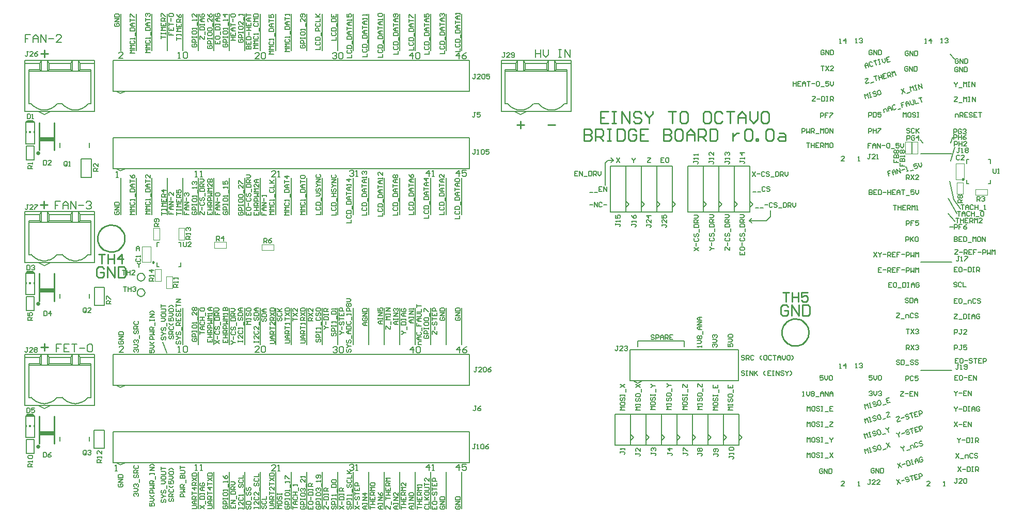
<source format=gto>
G04 Layer_Color=65535*
%FSLAX25Y25*%
%MOIN*%
G70*
G01*
G75*
%ADD25C,0.00700*%
%ADD26C,0.01000*%
%ADD52C,0.00600*%
%ADD53C,0.00984*%
%ADD54C,0.02500*%
%ADD55C,0.00200*%
%ADD56C,0.00787*%
%ADD57C,0.00800*%
%ADD58C,0.00500*%
%ADD59R,0.01190X0.01200*%
%ADD60R,0.00600X0.01200*%
%ADD61R,0.00590X0.01200*%
%ADD62R,0.08790X0.02953*%
G54D25*
X25132Y200198D02*
X21800D01*
Y197699D01*
X23466D01*
X21800D01*
Y195200D01*
X26798D02*
Y198532D01*
X28464Y200198D01*
X30131Y198532D01*
Y195200D01*
Y197699D01*
X26798D01*
X31797Y195200D02*
Y200198D01*
X35129Y195200D01*
Y200198D01*
X36795Y197699D02*
X40127D01*
X41794Y199365D02*
X42627Y200198D01*
X44293D01*
X45126Y199365D01*
Y198532D01*
X44293Y197699D01*
X43460D01*
X44293D01*
X45126Y196866D01*
Y196033D01*
X44293Y195200D01*
X42627D01*
X41794Y196033D01*
X25832Y107798D02*
X22500D01*
Y105299D01*
X24166D01*
X22500D01*
Y102800D01*
X30831Y107798D02*
X27498D01*
Y102800D01*
X30831D01*
X27498Y105299D02*
X29164D01*
X32497Y107798D02*
X35829D01*
X34163D01*
Y102800D01*
X37495Y105299D02*
X40827D01*
X42494Y106965D02*
X43327Y107798D01*
X44993D01*
X45826Y106965D01*
Y103633D01*
X44993Y102800D01*
X43327D01*
X42494Y103633D01*
Y106965D01*
X5732Y307898D02*
X2400D01*
Y305399D01*
X4066D01*
X2400D01*
Y302900D01*
X7398D02*
Y306232D01*
X9065Y307898D01*
X10731Y306232D01*
Y302900D01*
Y305399D01*
X7398D01*
X12397Y302900D02*
Y307898D01*
X15729Y302900D01*
Y307898D01*
X17395Y305399D02*
X20727D01*
X25726Y302900D02*
X22393D01*
X25726Y306232D01*
Y307065D01*
X24893Y307898D01*
X23227D01*
X22393Y307065D01*
X331800Y298098D02*
Y293100D01*
Y295599D01*
X335132D01*
Y298098D01*
Y293100D01*
X336798Y298098D02*
Y294766D01*
X338464Y293100D01*
X340131Y294766D01*
Y298098D01*
X346795D02*
X348461D01*
X347628D01*
Y293100D01*
X346795D01*
X348461D01*
X350960D02*
Y298098D01*
X354293Y293100D01*
Y298098D01*
G54D26*
X508209Y115500D02*
X508152Y116493D01*
X507983Y117473D01*
X507703Y118427D01*
X507316Y119343D01*
X506827Y120209D01*
X506242Y121013D01*
X505570Y121746D01*
X504818Y122397D01*
X503997Y122958D01*
X503118Y123422D01*
X502191Y123783D01*
X501230Y124036D01*
X500245Y124177D01*
X499251Y124206D01*
X498260Y124120D01*
X497286Y123923D01*
X496340Y123616D01*
X495436Y123203D01*
X494584Y122689D01*
X493797Y122082D01*
X493084Y121389D01*
X492454Y120619D01*
X491917Y119783D01*
X491478Y118890D01*
X491144Y117954D01*
X490918Y116985D01*
X490805Y115997D01*
Y115003D01*
X490918Y114015D01*
X491144Y113046D01*
X491478Y112110D01*
X491917Y111217D01*
X492454Y110381D01*
X493084Y109611D01*
X493797Y108918D01*
X494584Y108311D01*
X495436Y107797D01*
X496340Y107384D01*
X497286Y107077D01*
X498261Y106879D01*
X499251Y106794D01*
X500245Y106823D01*
X501230Y106964D01*
X502191Y107217D01*
X503118Y107578D01*
X503997Y108042D01*
X504818Y108603D01*
X505570Y109254D01*
X506242Y109987D01*
X506827Y110791D01*
X507316Y111657D01*
X507703Y112573D01*
X507983Y113527D01*
X508152Y114507D01*
X508209Y115500D01*
X66609Y176200D02*
X66552Y177193D01*
X66383Y178173D01*
X66103Y179127D01*
X65716Y180043D01*
X65227Y180909D01*
X64642Y181713D01*
X63970Y182446D01*
X63218Y183097D01*
X62397Y183658D01*
X61518Y184122D01*
X60591Y184483D01*
X59630Y184736D01*
X58645Y184877D01*
X57651Y184906D01*
X56661Y184820D01*
X55686Y184623D01*
X54740Y184316D01*
X53836Y183903D01*
X52984Y183389D01*
X52197Y182782D01*
X51484Y182089D01*
X50854Y181319D01*
X50317Y180483D01*
X49878Y179590D01*
X49544Y178654D01*
X49318Y177685D01*
X49205Y176697D01*
Y175703D01*
X49318Y174715D01*
X49544Y173746D01*
X49878Y172810D01*
X50317Y171917D01*
X50854Y171081D01*
X51484Y170311D01*
X52197Y169618D01*
X52984Y169011D01*
X53836Y168497D01*
X54740Y168084D01*
X55686Y167777D01*
X56661Y167579D01*
X57651Y167494D01*
X58645Y167523D01*
X59630Y167664D01*
X60591Y167917D01*
X61518Y168278D01*
X62397Y168742D01*
X63218Y169303D01*
X63970Y169954D01*
X64642Y170687D01*
X65227Y171491D01*
X65716Y172357D01*
X66103Y173273D01*
X66383Y174227D01*
X66552Y175207D01*
X66609Y176200D01*
X21321Y43442D02*
Y61200D01*
X11400Y43442D02*
Y61200D01*
X21321Y135742D02*
Y153500D01*
X11400Y135742D02*
Y153500D01*
X21321Y233242D02*
Y251000D01*
X11400Y233242D02*
Y251000D01*
X49800Y165798D02*
X53799D01*
X51799D01*
Y159800D01*
X55798Y165798D02*
Y159800D01*
Y162799D01*
X59797D01*
Y165798D01*
Y159800D01*
X64795D02*
Y165798D01*
X61796Y162799D01*
X65795D01*
X491500Y141098D02*
X495499D01*
X493499D01*
Y135100D01*
X497498Y141098D02*
Y135100D01*
Y138099D01*
X501497D01*
Y141098D01*
Y135100D01*
X507495Y141098D02*
X503496D01*
Y138099D01*
X505496Y139099D01*
X506495D01*
X507495Y138099D01*
Y136100D01*
X506495Y135100D01*
X504496D01*
X503496Y136100D01*
X319900Y249699D02*
X324565D01*
X322233Y252031D02*
Y247366D01*
X339900Y249699D02*
X344565D01*
X12500Y295599D02*
X17165D01*
X14833Y297931D02*
Y293266D01*
X12300Y197799D02*
X16965D01*
X14633Y200131D02*
Y195466D01*
X12400Y105899D02*
X17065D01*
X14733Y108231D02*
Y103566D01*
X494965Y131931D02*
X493799Y133098D01*
X491466D01*
X490300Y131931D01*
Y127266D01*
X491466Y126100D01*
X493799D01*
X494965Y127266D01*
Y129599D01*
X492633D01*
X497298Y126100D02*
Y133098D01*
X501963Y126100D01*
Y133098D01*
X504295D02*
Y126100D01*
X507794D01*
X508961Y127266D01*
Y131931D01*
X507794Y133098D01*
X504295D01*
X53265Y156631D02*
X52099Y157798D01*
X49766D01*
X48600Y156631D01*
Y151966D01*
X49766Y150800D01*
X52099D01*
X53265Y151966D01*
Y154299D01*
X50933D01*
X55598Y150800D02*
Y157798D01*
X60263Y150800D01*
Y157798D01*
X62595D02*
Y150800D01*
X66094D01*
X67261Y151966D01*
Y156631D01*
X66094Y157798D01*
X62595D01*
X378798Y258098D02*
X373800D01*
Y250600D01*
X378798D01*
X373800Y254349D02*
X376299D01*
X381298Y258098D02*
X383797D01*
X382547D01*
Y250600D01*
X381298D01*
X383797D01*
X387546D02*
Y258098D01*
X392544Y250600D01*
Y258098D01*
X400041Y256848D02*
X398792Y258098D01*
X396293D01*
X395043Y256848D01*
Y255598D01*
X396293Y254349D01*
X398792D01*
X400041Y253099D01*
Y251850D01*
X398792Y250600D01*
X396293D01*
X395043Y251850D01*
X402541Y258098D02*
Y256848D01*
X405040Y254349D01*
X407539Y256848D01*
Y258098D01*
X405040Y254349D02*
Y250600D01*
X417536Y258098D02*
X422534D01*
X420035D01*
Y250600D01*
X428782Y258098D02*
X426283D01*
X425034Y256848D01*
Y251850D01*
X426283Y250600D01*
X428782D01*
X430032Y251850D01*
Y256848D01*
X428782Y258098D01*
X443777D02*
X441278D01*
X440029Y256848D01*
Y251850D01*
X441278Y250600D01*
X443777D01*
X445027Y251850D01*
Y256848D01*
X443777Y258098D01*
X452525Y256848D02*
X451275Y258098D01*
X448776D01*
X447526Y256848D01*
Y251850D01*
X448776Y250600D01*
X451275D01*
X452525Y251850D01*
X455024Y258098D02*
X460022D01*
X457523D01*
Y250600D01*
X462521D02*
Y255598D01*
X465021Y258098D01*
X467520Y255598D01*
Y250600D01*
Y254349D01*
X462521D01*
X470019Y258098D02*
Y253099D01*
X472518Y250600D01*
X475017Y253099D01*
Y258098D01*
X481265D02*
X478766D01*
X477517Y256848D01*
Y251850D01*
X478766Y250600D01*
X481265D01*
X482515Y251850D01*
Y256848D01*
X481265Y258098D01*
X363100Y246898D02*
Y239400D01*
X366849D01*
X368098Y240650D01*
Y241899D01*
X366849Y243149D01*
X363100D01*
X366849D01*
X368098Y244398D01*
Y245648D01*
X366849Y246898D01*
X363100D01*
X370598Y239400D02*
Y246898D01*
X374346D01*
X375596Y245648D01*
Y243149D01*
X374346Y241899D01*
X370598D01*
X373097D02*
X375596Y239400D01*
X378095Y246898D02*
X380594D01*
X379345D01*
Y239400D01*
X378095D01*
X380594D01*
X384343Y246898D02*
Y239400D01*
X388092D01*
X389341Y240650D01*
Y245648D01*
X388092Y246898D01*
X384343D01*
X396839Y245648D02*
X395589Y246898D01*
X393090D01*
X391841Y245648D01*
Y240650D01*
X393090Y239400D01*
X395589D01*
X396839Y240650D01*
Y243149D01*
X394340D01*
X404337Y246898D02*
X399338D01*
Y239400D01*
X404337D01*
X399338Y243149D02*
X401837D01*
X414333Y246898D02*
Y239400D01*
X418082D01*
X419332Y240650D01*
Y241899D01*
X418082Y243149D01*
X414333D01*
X418082D01*
X419332Y244398D01*
Y245648D01*
X418082Y246898D01*
X414333D01*
X425580D02*
X423081D01*
X421831Y245648D01*
Y240650D01*
X423081Y239400D01*
X425580D01*
X426829Y240650D01*
Y245648D01*
X425580Y246898D01*
X429329Y239400D02*
Y244398D01*
X431828Y246898D01*
X434327Y244398D01*
Y239400D01*
Y243149D01*
X429329D01*
X436826Y239400D02*
Y246898D01*
X440575D01*
X441825Y245648D01*
Y243149D01*
X440575Y241899D01*
X436826D01*
X439325D02*
X441825Y239400D01*
X444324Y246898D02*
Y239400D01*
X448073D01*
X449322Y240650D01*
Y245648D01*
X448073Y246898D01*
X444324D01*
X459319Y244398D02*
Y239400D01*
Y241899D01*
X460569Y243149D01*
X461818Y244398D01*
X463068D01*
X466817Y245648D02*
X468066Y246898D01*
X470565D01*
X471815Y245648D01*
Y240650D01*
X470565Y239400D01*
X468066D01*
X466817Y240650D01*
Y245648D01*
X474314Y239400D02*
Y240650D01*
X475564D01*
Y239400D01*
X474314D01*
X480562Y245648D02*
X481812Y246898D01*
X484311D01*
X485561Y245648D01*
Y240650D01*
X484311Y239400D01*
X481812D01*
X480562Y240650D01*
Y245648D01*
X489309Y244398D02*
X491808D01*
X493058Y243149D01*
Y239400D01*
X489309D01*
X488060Y240650D01*
X489309Y241899D01*
X493058D01*
G54D52*
X34700Y259200D02*
X35672Y259245D01*
X36636Y259380D01*
X37583Y259604D01*
X38506Y259914D01*
X39396Y260309D01*
X40245Y260784D01*
X41047Y261335D01*
X41794Y261959D01*
X42481Y262649D01*
X43100Y263400D01*
X26300D02*
X26919Y262649D01*
X27606Y261959D01*
X28353Y261335D01*
X29155Y260784D01*
X30004Y260309D01*
X30894Y259914D01*
X31817Y259604D01*
X32764Y259380D01*
X33728Y259245D01*
X34700Y259200D01*
X14700D02*
X15672Y259245D01*
X16636Y259380D01*
X17583Y259604D01*
X18506Y259914D01*
X19396Y260309D01*
X20245Y260784D01*
X21047Y261335D01*
X21794Y261959D01*
X22481Y262649D01*
X23100Y263400D01*
X6300D02*
X6920Y262649D01*
X7606Y261959D01*
X8353Y261335D01*
X9155Y260784D01*
X10004Y260309D01*
X10894Y259914D01*
X11817Y259604D01*
X12764Y259380D01*
X13728Y259245D01*
X14700Y259200D01*
X79708Y151100D02*
X79517Y152060D01*
X78973Y152873D01*
X78160Y153417D01*
X77200Y153608D01*
X76240Y153417D01*
X75427Y152873D01*
X74883Y152060D01*
X74692Y151100D01*
X74883Y150140D01*
X75427Y149327D01*
X76240Y148783D01*
X77200Y148592D01*
X78160Y148783D01*
X78973Y149327D01*
X79517Y150140D01*
X79708Y151100D01*
Y141100D02*
X79517Y142060D01*
X78973Y142873D01*
X78160Y143417D01*
X77200Y143608D01*
X76240Y143417D01*
X75427Y142873D01*
X74883Y142060D01*
X74692Y141100D01*
X74883Y140140D01*
X75427Y139327D01*
X76240Y138783D01*
X77200Y138592D01*
X78160Y138783D01*
X78973Y139327D01*
X79517Y140140D01*
X79708Y141100D01*
X34700Y161700D02*
X35672Y161745D01*
X36636Y161880D01*
X37583Y162104D01*
X38506Y162414D01*
X39396Y162809D01*
X40245Y163284D01*
X41047Y163835D01*
X41794Y164459D01*
X42481Y165149D01*
X43100Y165900D01*
X26300D02*
X26919Y165149D01*
X27606Y164459D01*
X28353Y163835D01*
X29155Y163284D01*
X30004Y162809D01*
X30894Y162414D01*
X31817Y162104D01*
X32764Y161880D01*
X33728Y161745D01*
X34700Y161700D01*
X14700D02*
X15672Y161745D01*
X16636Y161880D01*
X17583Y162104D01*
X18506Y162414D01*
X19396Y162809D01*
X20245Y163284D01*
X21047Y163835D01*
X21794Y164459D01*
X22481Y165149D01*
X23100Y165900D01*
X6300D02*
X6920Y165149D01*
X7606Y164459D01*
X8353Y163835D01*
X9155Y163284D01*
X10004Y162809D01*
X10894Y162414D01*
X11817Y162104D01*
X12764Y161880D01*
X13728Y161745D01*
X14700Y161700D01*
X34700Y69400D02*
X35672Y69445D01*
X36636Y69580D01*
X37583Y69804D01*
X38506Y70114D01*
X39396Y70508D01*
X40245Y70984D01*
X41047Y71535D01*
X41794Y72159D01*
X42481Y72849D01*
X43100Y73600D01*
X26300D02*
X26919Y72849D01*
X27606Y72159D01*
X28353Y71535D01*
X29155Y70984D01*
X30004Y70508D01*
X30894Y70114D01*
X31817Y69804D01*
X32764Y69580D01*
X33728Y69445D01*
X34700Y69400D01*
X14700D02*
X15672Y69445D01*
X16636Y69580D01*
X17583Y69804D01*
X18506Y70114D01*
X19396Y70508D01*
X20245Y70984D01*
X21047Y71535D01*
X21794Y72159D01*
X22481Y72849D01*
X23100Y73600D01*
X6300D02*
X6920Y72849D01*
X7606Y72159D01*
X8353Y71535D01*
X9155Y70984D01*
X10004Y70508D01*
X10894Y70114D01*
X11817Y69804D01*
X12764Y69580D01*
X13728Y69445D01*
X14700Y69400D01*
X342200Y259200D02*
X343172Y259245D01*
X344136Y259380D01*
X345083Y259604D01*
X346006Y259914D01*
X346896Y260309D01*
X347745Y260784D01*
X348547Y261335D01*
X349294Y261959D01*
X349981Y262649D01*
X350600Y263400D01*
X333800D02*
X334419Y262649D01*
X335106Y261959D01*
X335853Y261335D01*
X336655Y260784D01*
X337504Y260309D01*
X338394Y259914D01*
X339317Y259604D01*
X340264Y259380D01*
X341228Y259245D01*
X342200Y259200D01*
X322200D02*
X323172Y259245D01*
X324136Y259380D01*
X325083Y259604D01*
X326006Y259914D01*
X326896Y260309D01*
X327745Y260784D01*
X328547Y261335D01*
X329294Y261959D01*
X329981Y262649D01*
X330600Y263400D01*
X313800D02*
X314420Y262649D01*
X315106Y261959D01*
X315853Y261335D01*
X316655Y260784D01*
X317504Y260309D01*
X318394Y259914D01*
X319317Y259604D01*
X320264Y259380D01*
X321228Y259245D01*
X322200Y259200D01*
X393100Y45700D02*
X395100Y47700D01*
X393100Y49700D02*
X395100Y47700D01*
X403100Y45700D02*
X405100Y47700D01*
X403100Y49700D02*
X405100Y47700D01*
X413100Y45700D02*
X415100Y47700D01*
X413100Y49700D02*
X415100Y47700D01*
X423100Y45700D02*
X425100Y47700D01*
X423100Y49700D02*
X425100Y47700D01*
X433100Y45700D02*
X435100Y47700D01*
X433100Y49700D02*
X435100Y47700D01*
X443100Y45700D02*
X445100Y47700D01*
X443100Y49700D02*
X445100Y47700D01*
X453100Y45700D02*
X455100Y47700D01*
X453100Y49700D02*
X455100Y47700D01*
X463100Y45700D02*
X465100Y47700D01*
X463100Y49700D02*
X465100Y47700D01*
X3139Y236028D02*
X8061D01*
X3139Y226972D02*
X8061D01*
X3139D02*
Y236028D01*
X8061Y226972D02*
Y236028D01*
X36700Y291200D02*
X47200D01*
Y289200D02*
Y291200D01*
Y258200D02*
Y289200D01*
X44700Y263200D02*
Y284200D01*
X43000Y263200D02*
X44700D01*
X36700Y284200D02*
X44700D01*
X37700Y289200D02*
X47200D01*
X37700Y285200D02*
X44700D01*
X36700Y291200D02*
X37700Y289200D01*
X36700Y284200D02*
X37700Y285200D01*
X44700Y284200D02*
Y285200D01*
X31700D02*
X32700Y284200D01*
X31700Y285200D02*
Y289200D01*
X32700Y291200D01*
X36700Y284200D02*
X37700Y285200D01*
X36700Y291200D02*
X37700Y289200D01*
Y285200D02*
Y289200D01*
X36700Y284200D02*
Y291200D01*
X32700Y284200D02*
Y291200D01*
X43200Y263200D02*
X44700D01*
X16700Y284200D02*
X17700Y285200D01*
X11700D02*
X12700Y284200D01*
X11700Y289200D02*
X12700Y291200D01*
X16700D02*
X17700Y289200D01*
Y285200D02*
Y289200D01*
X11700Y285200D02*
Y289200D01*
X12700Y284200D02*
Y291200D01*
X16700Y284200D02*
Y291200D01*
X4700Y285200D02*
X11700D01*
X17700D02*
X31700D01*
X17700Y289200D02*
X31700D01*
X2200D02*
X11700D01*
X32700Y291200D02*
X36700D01*
X16700D02*
X32700D01*
X12700D02*
X16700D01*
X2200D02*
X12700D01*
X32700Y284200D02*
X36700D01*
X16700D02*
X32700D01*
X12700D02*
X16700D01*
X4700D02*
X12700D01*
X4700Y263200D02*
X6400D01*
X23200D02*
X26200D01*
X4700Y284200D02*
Y285200D01*
Y263200D02*
Y284200D01*
X2200Y258200D02*
Y289200D01*
Y291200D01*
Y258200D02*
X47200D01*
X14700Y256200D02*
X18700Y258200D01*
X10700D02*
X14700Y256200D01*
X2844Y47510D02*
Y61388D01*
X8356D01*
Y47510D02*
Y61388D01*
X2844Y47510D02*
X8356D01*
X2844Y61388D02*
X3927Y62471D01*
X7273D01*
X8356Y61388D01*
X3632Y61979D02*
X7765D01*
X3139Y46228D02*
X8061D01*
X3139Y37172D02*
X8061D01*
X3139D02*
Y46228D01*
X8061Y37172D02*
Y46228D01*
X2844Y139810D02*
Y153688D01*
X8356D01*
Y139810D02*
Y153688D01*
X2844Y139810D02*
X8356D01*
X2844Y153688D02*
X3927Y154771D01*
X7273D01*
X8356Y153688D01*
X3632Y154279D02*
X7765D01*
X3139Y138528D02*
X8061D01*
X3139Y129472D02*
X8061D01*
X3139D02*
Y138528D01*
X8061Y129472D02*
Y138528D01*
X36700Y193700D02*
X47200D01*
Y191700D02*
Y193700D01*
Y160700D02*
Y191700D01*
X44700Y165700D02*
Y186700D01*
X43000Y165700D02*
X44700D01*
X36700Y186700D02*
X44700D01*
X37700Y191700D02*
X47200D01*
X37700Y187700D02*
X44700D01*
X36700Y193700D02*
X37700Y191700D01*
X36700Y186700D02*
X37700Y187700D01*
X44700Y186700D02*
Y187700D01*
X31700D02*
X32700Y186700D01*
X31700Y187700D02*
Y191700D01*
X32700Y193700D01*
X36700Y186700D02*
X37700Y187700D01*
X36700Y193700D02*
X37700Y191700D01*
Y187700D02*
Y191700D01*
X36700Y186700D02*
Y193700D01*
X32700Y186700D02*
Y193700D01*
X43200Y165700D02*
X44700D01*
X16700Y186700D02*
X17700Y187700D01*
X11700D02*
X12700Y186700D01*
X11700Y191700D02*
X12700Y193700D01*
X16700D02*
X17700Y191700D01*
Y187700D02*
Y191700D01*
X11700Y187700D02*
Y191700D01*
X12700Y186700D02*
Y193700D01*
X16700Y186700D02*
Y193700D01*
X4700Y187700D02*
X11700D01*
X17700D02*
X31700D01*
X17700Y191700D02*
X31700D01*
X2200D02*
X11700D01*
X32700Y193700D02*
X36700D01*
X16700D02*
X32700D01*
X12700D02*
X16700D01*
X2200D02*
X12700D01*
X32700Y186700D02*
X36700D01*
X16700D02*
X32700D01*
X12700D02*
X16700D01*
X4700D02*
X12700D01*
X4700Y165700D02*
X6400D01*
X23200D02*
X26200D01*
X4700Y186700D02*
Y187700D01*
Y165700D02*
Y186700D01*
X2200Y160700D02*
Y191700D01*
Y193700D01*
Y160700D02*
X47200D01*
X14700Y158700D02*
X18700Y160700D01*
X10700D02*
X14700Y158700D01*
X36700Y101400D02*
X47200D01*
Y99400D02*
Y101400D01*
Y68400D02*
Y99400D01*
X44700Y73400D02*
Y94400D01*
X43000Y73400D02*
X44700D01*
X36700Y94400D02*
X44700D01*
X37700Y99400D02*
X47200D01*
X37700Y95400D02*
X44700D01*
X36700Y101400D02*
X37700Y99400D01*
X36700Y94400D02*
X37700Y95400D01*
X44700Y94400D02*
Y95400D01*
X31700D02*
X32700Y94400D01*
X31700Y95400D02*
Y99400D01*
X32700Y101400D01*
X36700Y94400D02*
X37700Y95400D01*
X36700Y101400D02*
X37700Y99400D01*
Y95400D02*
Y99400D01*
X36700Y94400D02*
Y101400D01*
X32700Y94400D02*
Y101400D01*
X43200Y73400D02*
X44700D01*
X16700Y94400D02*
X17700Y95400D01*
X11700D02*
X12700Y94400D01*
X11700Y99400D02*
X12700Y101400D01*
X16700D02*
X17700Y99400D01*
Y95400D02*
Y99400D01*
X11700Y95400D02*
Y99400D01*
X12700Y94400D02*
Y101400D01*
X16700Y94400D02*
Y101400D01*
X4700Y95400D02*
X11700D01*
X17700D02*
X31700D01*
X17700Y99400D02*
X31700D01*
X2200D02*
X11700D01*
X32700Y101400D02*
X36700D01*
X16700D02*
X32700D01*
X12700D02*
X16700D01*
X2200D02*
X12700D01*
X32700Y94400D02*
X36700D01*
X16700D02*
X32700D01*
X12700D02*
X16700D01*
X4700D02*
X12700D01*
X4700Y73400D02*
X6400D01*
X23200D02*
X26200D01*
X4700Y94400D02*
Y95400D01*
Y73400D02*
Y94400D01*
X2200Y68400D02*
Y99400D01*
Y101400D01*
Y68400D02*
X47200D01*
X14700Y66400D02*
X18700Y68400D01*
X10700D02*
X14700Y66400D01*
X2844Y237310D02*
Y251188D01*
X8356D01*
Y237310D02*
Y251188D01*
X2844Y237310D02*
X8356D01*
X2844Y251188D02*
X3927Y252271D01*
X7273D01*
X8356Y251188D01*
X3632Y251779D02*
X7765D01*
X344200Y291200D02*
X354700D01*
Y289200D02*
Y291200D01*
Y258200D02*
Y289200D01*
X352200Y263200D02*
Y284200D01*
X350500Y263200D02*
X352200D01*
X344200Y284200D02*
X352200D01*
X345200Y289200D02*
X354700D01*
X345200Y285200D02*
X352200D01*
X344200Y291200D02*
X345200Y289200D01*
X344200Y284200D02*
X345200Y285200D01*
X352200Y284200D02*
Y285200D01*
X339200D02*
X340200Y284200D01*
X339200Y285200D02*
Y289200D01*
X340200Y291200D01*
X344200Y284200D02*
X345200Y285200D01*
X344200Y291200D02*
X345200Y289200D01*
Y285200D02*
Y289200D01*
X344200Y284200D02*
Y291200D01*
X340200Y284200D02*
Y291200D01*
X350700Y263200D02*
X352200D01*
X324200Y284200D02*
X325200Y285200D01*
X319200D02*
X320200Y284200D01*
X319200Y289200D02*
X320200Y291200D01*
X324200D02*
X325200Y289200D01*
Y285200D02*
Y289200D01*
X319200Y285200D02*
Y289200D01*
X320200Y284200D02*
Y291200D01*
X324200Y284200D02*
Y291200D01*
X312200Y285200D02*
X319200D01*
X325200D02*
X339200D01*
X325200Y289200D02*
X339200D01*
X309700D02*
X319200D01*
X340200Y291200D02*
X344200D01*
X324200D02*
X340200D01*
X320200D02*
X324200D01*
X309700D02*
X320200D01*
X340200Y284200D02*
X344200D01*
X324200D02*
X340200D01*
X320200D02*
X324200D01*
X312200D02*
X320200D01*
X312200Y263200D02*
X313900D01*
X330700D02*
X333700D01*
X312200Y284200D02*
Y285200D01*
Y263200D02*
Y284200D01*
X309700Y258200D02*
Y289200D01*
Y291200D01*
Y258200D02*
X354700D01*
X322200Y256200D02*
X326200Y258200D01*
X318200D02*
X322200Y256200D01*
X91300Y109400D02*
X93700Y102100D01*
X114200Y1600D02*
Y25100D01*
X124200Y1600D02*
Y25100D01*
X134200Y1600D02*
Y25100D01*
X144200Y1600D02*
Y25100D01*
X154200Y1600D02*
Y25100D01*
X164200Y1600D02*
Y25100D01*
X174200Y1600D02*
Y25100D01*
X184200Y1600D02*
Y25100D01*
X194200Y1600D02*
Y25100D01*
X204200Y1600D02*
Y25100D01*
X214200Y1600D02*
Y25100D01*
X224200Y1600D02*
Y25100D01*
X234200Y1600D02*
Y25100D01*
X244200Y1600D02*
Y25100D01*
X254200Y1600D02*
Y25100D01*
X264200Y1600D02*
Y25100D01*
X274200Y1600D02*
Y25100D01*
X284200Y1600D02*
Y25100D01*
X104200Y107700D02*
Y131200D01*
X114200Y107700D02*
Y131200D01*
X124200Y107700D02*
Y131200D01*
X134200Y107700D02*
Y131200D01*
X144200Y107700D02*
Y131200D01*
X154200Y107700D02*
Y131200D01*
X164200Y107700D02*
Y131200D01*
X174200Y107700D02*
Y131200D01*
X184200Y107700D02*
Y131200D01*
X194200Y107700D02*
Y131200D01*
X204200Y107700D02*
Y131200D01*
X214200Y107700D02*
Y131200D01*
X224200Y107700D02*
Y131200D01*
X234200Y107700D02*
Y131200D01*
X244200Y107700D02*
Y131200D01*
X254200Y107700D02*
Y131200D01*
X264200Y107700D02*
Y131200D01*
X274200Y107700D02*
Y131200D01*
X124200Y297700D02*
Y321200D01*
X134200Y297700D02*
Y321200D01*
X144200Y297700D02*
Y321200D01*
X154200Y297700D02*
Y321200D01*
X164200Y297700D02*
Y321200D01*
X174200Y297700D02*
Y321200D01*
X184200Y297700D02*
Y321200D01*
X194200Y297700D02*
Y321200D01*
X204200Y297700D02*
Y321200D01*
X214200Y297700D02*
Y321200D01*
X224200Y297700D02*
Y321200D01*
X234200Y297700D02*
Y321200D01*
X244200Y297700D02*
Y321200D01*
X254200Y297700D02*
Y321200D01*
X264200Y297700D02*
Y321200D01*
X274200Y297700D02*
Y321200D01*
X284200Y297700D02*
Y321200D01*
X224200Y191600D02*
Y215100D01*
X214200Y191600D02*
Y215100D01*
X204200Y191600D02*
Y215100D01*
X194200Y191600D02*
Y215100D01*
X184200Y191600D02*
Y215100D01*
X174200Y191600D02*
Y215100D01*
X164200Y191600D02*
Y215100D01*
X154200Y191600D02*
Y215100D01*
X144200Y191600D02*
Y215100D01*
X134200Y191600D02*
Y215100D01*
X124200Y191600D02*
Y215100D01*
X114200Y191600D02*
Y215100D01*
X104200Y191600D02*
Y215100D01*
X94200Y191600D02*
Y215100D01*
X84200Y191600D02*
Y215100D01*
X74200Y191600D02*
Y215100D01*
X64200Y191600D02*
Y215100D01*
X234200Y191600D02*
Y215100D01*
X244200Y191600D02*
Y215100D01*
X254200Y191600D02*
Y215100D01*
X264200Y191600D02*
Y215100D01*
X274200Y191600D02*
Y215100D01*
X284200Y191600D02*
Y215100D01*
X114200Y297700D02*
Y321200D01*
X104200Y297700D02*
Y321200D01*
X94200Y297700D02*
Y321200D01*
X84200Y297700D02*
Y321200D01*
X74200Y297700D02*
Y321200D01*
X64200Y297700D02*
Y321200D01*
X284200Y107700D02*
Y131200D01*
X390200Y200200D02*
X392200Y198200D01*
X390200Y196200D02*
X392200Y198200D01*
X400200Y200200D02*
X402200Y198200D01*
X400200Y196200D02*
X402200Y198200D01*
X410200Y200200D02*
X412200Y198200D01*
X410200Y196200D02*
X412200Y198200D01*
X420200Y200200D02*
X422200Y198200D01*
X420200Y196200D02*
X422200Y198200D01*
X440200Y200200D02*
X442200Y198200D01*
X440200Y196200D02*
X442200Y198200D01*
X450200Y200200D02*
X452200Y198200D01*
X450200Y196200D02*
X452200Y198200D01*
X460200Y200200D02*
X462200Y198200D01*
X460200Y196200D02*
X462200Y198200D01*
X470200Y200200D02*
X472200Y198200D01*
X470200Y196200D02*
X472200Y198200D01*
X378600Y226700D02*
X382100D01*
X380500Y228300D02*
X382100Y226700D01*
X380500Y225100D02*
X382100Y226700D01*
X376700Y224800D02*
X378600Y226700D01*
X376700Y210700D02*
Y224800D01*
X483600Y190400D02*
Y194300D01*
X480900Y187700D02*
X483600Y190400D01*
X469800Y187700D02*
X480900D01*
X469800D02*
X471400Y189300D01*
X469800Y187700D02*
X471400Y186100D01*
X397900Y106100D02*
Y109800D01*
X427900D01*
Y106100D02*
Y109800D01*
X580500Y91000D02*
X600500D01*
X580500Y161000D02*
X600500D01*
X580500Y231000D02*
X600500D01*
X599100Y183700D02*
X601600D01*
X598200Y192200D02*
X602600Y187200D01*
X598300Y202300D02*
X603700Y192300D01*
X601800Y201300D02*
X606100Y195300D01*
X599000Y213200D02*
X601800Y201300D01*
X599900Y226300D02*
X602600Y235200D01*
X599900Y237800D02*
X601000Y241700D01*
X599600Y295300D02*
X602300Y292400D01*
X580100Y239800D02*
X581900Y238000D01*
X112000Y26100D02*
X113333D01*
X112666D01*
Y30099D01*
X112000Y29432D01*
X115332Y26100D02*
X116665D01*
X115999D01*
Y30099D01*
X115332Y29432D01*
X164266Y25900D02*
X161600D01*
X164266Y28566D01*
Y29232D01*
X163599Y29899D01*
X162267D01*
X161600Y29232D01*
X165599Y25900D02*
X166932D01*
X166265D01*
Y29899D01*
X165599Y29232D01*
X211700Y29532D02*
X212366Y30199D01*
X213699D01*
X214366Y29532D01*
Y28866D01*
X213699Y28199D01*
X213033D01*
X213699D01*
X214366Y27533D01*
Y26866D01*
X213699Y26200D01*
X212366D01*
X211700Y26866D01*
X215699Y26200D02*
X217032D01*
X216365D01*
Y30199D01*
X215699Y29532D01*
X263199Y26200D02*
Y30199D01*
X261200Y28199D01*
X263866D01*
X265199Y26200D02*
X266532D01*
X265865D01*
Y30199D01*
X265199Y29532D01*
X282499Y26200D02*
Y30199D01*
X280500Y28199D01*
X283166D01*
X287164Y30199D02*
X284499D01*
Y28199D01*
X285832Y28866D01*
X286498D01*
X287164Y28199D01*
Y26866D01*
X286498Y26200D01*
X285165D01*
X284499Y26866D01*
X101300Y102600D02*
X102633D01*
X101966D01*
Y106599D01*
X101300Y105932D01*
X104632D02*
X105299Y106599D01*
X106632D01*
X107298Y105932D01*
Y103267D01*
X106632Y102600D01*
X105299D01*
X104632Y103267D01*
Y105932D01*
X153566Y102500D02*
X150900D01*
X153566Y105166D01*
Y105832D01*
X152899Y106499D01*
X151567D01*
X150900Y105832D01*
X154899D02*
X155565Y106499D01*
X156898D01*
X157564Y105832D01*
Y103166D01*
X156898Y102500D01*
X155565D01*
X154899Y103166D01*
Y105832D01*
X201000Y105732D02*
X201666Y106399D01*
X202999D01*
X203666Y105732D01*
Y105066D01*
X202999Y104399D01*
X202333D01*
X202999D01*
X203666Y103733D01*
Y103067D01*
X202999Y102400D01*
X201666D01*
X201000Y103067D01*
X204999Y105732D02*
X205665Y106399D01*
X206998D01*
X207664Y105732D01*
Y103067D01*
X206998Y102400D01*
X205665D01*
X204999Y103067D01*
Y105732D01*
X252799Y102400D02*
Y106399D01*
X250800Y104399D01*
X253466D01*
X254799Y105732D02*
X255465Y106399D01*
X256798D01*
X257465Y105732D01*
Y103067D01*
X256798Y102400D01*
X255465D01*
X254799Y103067D01*
Y105732D01*
X282699Y102400D02*
Y106399D01*
X280700Y104399D01*
X283366D01*
X287365Y106399D02*
X286032Y105732D01*
X284699Y104399D01*
Y103067D01*
X285365Y102400D01*
X286698D01*
X287365Y103067D01*
Y103733D01*
X286698Y104399D01*
X284699D01*
X60400Y25900D02*
X61733D01*
X61066D01*
Y29899D01*
X60400Y29232D01*
X65666Y102600D02*
X63000D01*
X65666Y105266D01*
Y105932D01*
X64999Y106599D01*
X63666D01*
X63000Y105932D01*
X61000Y215600D02*
X62333D01*
X61666D01*
Y219599D01*
X61000Y218932D01*
X282499Y216100D02*
Y220099D01*
X280500Y218099D01*
X283166D01*
X287164Y220099D02*
X284499D01*
Y218099D01*
X285832Y218766D01*
X286498D01*
X287164Y218099D01*
Y216766D01*
X286498Y216100D01*
X285165D01*
X284499Y216766D01*
X263199Y216100D02*
Y220099D01*
X261200Y218099D01*
X263866D01*
X265199Y216100D02*
X266532D01*
X265865D01*
Y220099D01*
X265199Y219432D01*
X211700D02*
X212366Y220099D01*
X213699D01*
X214366Y219432D01*
Y218766D01*
X213699Y218099D01*
X213033D01*
X213699D01*
X214366Y217433D01*
Y216766D01*
X213699Y216100D01*
X212366D01*
X211700Y216766D01*
X215699Y216100D02*
X217032D01*
X216365D01*
Y220099D01*
X215699Y219432D01*
X164266Y215800D02*
X161600D01*
X164266Y218466D01*
Y219132D01*
X163599Y219799D01*
X162267D01*
X161600Y219132D01*
X165599Y215800D02*
X166932D01*
X166265D01*
Y219799D01*
X165599Y219132D01*
X112000Y216000D02*
X113333D01*
X112666D01*
Y219999D01*
X112000Y219332D01*
X115332Y216000D02*
X116665D01*
X115999D01*
Y219999D01*
X115332Y219332D01*
X65466Y292500D02*
X62800D01*
X65466Y295166D01*
Y295832D01*
X64799Y296499D01*
X63466D01*
X62800Y295832D01*
X282499Y292300D02*
Y296299D01*
X280500Y294299D01*
X283166D01*
X287164Y296299D02*
X285832Y295632D01*
X284499Y294299D01*
Y292966D01*
X285165Y292300D01*
X286498D01*
X287164Y292966D01*
Y293633D01*
X286498Y294299D01*
X284499D01*
X252599Y292300D02*
Y296299D01*
X250600Y294299D01*
X253266D01*
X254599Y295632D02*
X255265Y296299D01*
X256598D01*
X257264Y295632D01*
Y292966D01*
X256598Y292300D01*
X255265D01*
X254599Y292966D01*
Y295632D01*
X200800D02*
X201466Y296299D01*
X202799D01*
X203466Y295632D01*
Y294966D01*
X202799Y294299D01*
X202133D01*
X202799D01*
X203466Y293633D01*
Y292966D01*
X202799Y292300D01*
X201466D01*
X200800Y292966D01*
X204799Y295632D02*
X205465Y296299D01*
X206798D01*
X207465Y295632D01*
Y292966D01*
X206798Y292300D01*
X205465D01*
X204799Y292966D01*
Y295632D01*
X153366Y292400D02*
X150700D01*
X153366Y295066D01*
Y295732D01*
X152699Y296399D01*
X151366D01*
X150700Y295732D01*
X154699D02*
X155365Y296399D01*
X156698D01*
X157364Y295732D01*
Y293066D01*
X156698Y292400D01*
X155365D01*
X154699Y293066D01*
Y295732D01*
X101100Y292500D02*
X102433D01*
X101766D01*
Y296499D01*
X101100Y295832D01*
X104432D02*
X105099Y296499D01*
X106432D01*
X107098Y295832D01*
Y293166D01*
X106432Y292500D01*
X105099D01*
X104432Y293166D01*
Y295832D01*
G54D53*
X85612Y160753D02*
X84874Y161179D01*
Y160327D01*
X85612Y160753D01*
X608272Y214353D02*
X607534Y214779D01*
Y213927D01*
X608272Y214353D01*
G54D54*
X10790Y41572D02*
D03*
Y133872D02*
D03*
Y231372D02*
D03*
G54D55*
X574500Y231000D02*
Y238599D01*
X570598Y231000D02*
X574500D01*
X570598D02*
Y238599D01*
X574500D01*
X578600Y231000D02*
Y238599D01*
X574698Y231000D02*
X578600D01*
X574698D02*
Y238599D01*
X578600D01*
X603144Y214380D02*
X608656D01*
Y224420D01*
X603144D02*
X608656D01*
X603144Y214380D02*
Y224420D01*
X615900Y204100D02*
X623499D01*
X615900D02*
Y208002D01*
X623499D01*
Y204100D02*
Y208002D01*
X124601Y173800D02*
X132200D01*
Y169898D02*
Y173800D01*
X124601Y169898D02*
X132200D01*
X124601D02*
Y173800D01*
X155101Y172400D02*
X162700D01*
Y168498D02*
Y172400D01*
X155101Y168498D02*
X162700D01*
X155101D02*
Y172400D01*
X90200Y148500D02*
Y156099D01*
X86298Y148500D02*
X90200D01*
X86298D02*
Y156099D01*
X90200D01*
X101400Y175391D02*
Y182990D01*
X105302D01*
Y175391D02*
Y182990D01*
X101400Y175391D02*
X105302D01*
X97400Y144000D02*
Y151599D01*
X93498Y144000D02*
X97400D01*
X93498D02*
Y151599D01*
X97400D01*
X89200Y175400D02*
Y182999D01*
X85298Y175400D02*
X89200D01*
X85298D02*
Y182999D01*
X89200D01*
X77844Y160780D02*
X83356D01*
Y170820D01*
X77844D02*
X83356D01*
X77844Y160780D02*
Y170820D01*
X603900Y204801D02*
Y212400D01*
X607802D01*
Y204801D02*
Y212400D01*
X603900Y204801D02*
X607802D01*
G54D56*
X393100Y42700D02*
Y62621D01*
X383100Y42700D02*
Y62621D01*
X393100D01*
X383100Y42700D02*
X393100D01*
X403100D02*
Y62621D01*
X393100Y42700D02*
Y62621D01*
X403100D01*
X393100Y42700D02*
X403100D01*
X413100D02*
Y62621D01*
X403100Y42700D02*
Y62621D01*
X413100D01*
X403100Y42700D02*
X413100D01*
X423100D02*
Y62621D01*
X413100Y42700D02*
Y62621D01*
X423100D01*
X413100Y42700D02*
X423100D01*
X433100D02*
Y62621D01*
X423100Y42700D02*
Y62621D01*
X433100D01*
X423100Y42700D02*
X433100D01*
X443100D02*
Y62621D01*
X433100Y42700D02*
Y62621D01*
X443100D01*
X433100Y42700D02*
X443100D01*
X453100D02*
Y62621D01*
X443100Y42700D02*
Y62621D01*
X453100D01*
X443100Y42700D02*
X453100D01*
X463100D02*
Y62621D01*
X453100Y42700D02*
Y62621D01*
X463100D01*
X453100Y42700D02*
X463100D01*
X102896Y157977D02*
Y160438D01*
X101419Y157977D02*
X102896D01*
Y171068D02*
Y173528D01*
X101419D02*
X102896D01*
X87344D02*
X88821D01*
X87344Y171068D02*
Y173528D01*
Y157977D02*
Y160438D01*
Y157977D02*
X88821D01*
X289200Y31400D02*
Y51400D01*
X59200Y31400D02*
Y51400D01*
X289200D01*
X59200Y31400D02*
X289200D01*
Y81400D02*
Y101400D01*
X59200Y81400D02*
Y101400D01*
X289200D01*
X59200Y81400D02*
X289200D01*
Y221400D02*
Y241400D01*
X59200Y221400D02*
Y241400D01*
X289200D01*
X59200Y221400D02*
X289200D01*
Y271400D02*
Y291400D01*
X59200Y271400D02*
Y291400D01*
X289200D01*
X59200Y271400D02*
X289200D01*
X380200Y193200D02*
X390200D01*
X380200Y222885D02*
X390200D01*
X380200Y193200D02*
Y222885D01*
X390200Y193200D02*
Y222885D01*
Y193200D02*
X400200D01*
X390200Y222885D02*
X400200D01*
X390200Y193200D02*
Y222885D01*
X400200Y193200D02*
Y222885D01*
Y193200D02*
X410200D01*
X400200Y222885D02*
X410200D01*
X400200Y193200D02*
Y222885D01*
X410200Y193200D02*
Y222885D01*
Y193200D02*
X420200D01*
X410200Y222885D02*
X420200D01*
X410200Y193200D02*
Y222885D01*
X420200Y193200D02*
Y222885D01*
X430200Y193200D02*
X440200D01*
X430200Y222885D02*
X440200D01*
X430200Y193200D02*
Y222885D01*
X440200Y193200D02*
Y222885D01*
Y193200D02*
X450200D01*
X440200Y222885D02*
X450200D01*
X440200Y193200D02*
Y222885D01*
X450200Y193200D02*
Y222885D01*
Y193200D02*
X460200D01*
X450200Y222885D02*
X460200D01*
X450200Y193200D02*
Y222885D01*
X460200Y193200D02*
Y222885D01*
Y193200D02*
X470200D01*
X460200Y222885D02*
X470200D01*
X460200Y193200D02*
Y222885D01*
X470200Y193200D02*
Y222885D01*
X462900Y84100D02*
Y104100D01*
X392900Y84100D02*
Y104100D01*
X462900D01*
X392900Y84100D02*
X462900D01*
X625556Y211577D02*
Y214038D01*
X624079Y211577D02*
X625556D01*
Y224668D02*
Y227128D01*
X624079D02*
X625556D01*
X610004D02*
X611481D01*
X610004Y224668D02*
Y227128D01*
Y211577D02*
Y214038D01*
Y211577D02*
X611481D01*
G54D57*
X45048Y215694D02*
Y227505D01*
X38552Y215694D02*
X45048D01*
X38552D02*
Y227505D01*
X45048D01*
X43800Y137523D02*
Y140377D01*
X24851Y137523D02*
Y140377D01*
X47152Y132794D02*
Y144606D01*
X53648D01*
Y132794D02*
Y144606D01*
X47152Y132794D02*
X53648D01*
X43800Y45223D02*
Y48077D01*
X24851Y45223D02*
Y48077D01*
X46952Y40494D02*
Y52306D01*
X53448D01*
Y40494D02*
Y52306D01*
X46952Y40494D02*
X53448D01*
X43800Y235023D02*
Y237877D01*
X24851Y235023D02*
Y237877D01*
X63700Y29900D02*
X67200Y31400D01*
X61200D02*
X63700Y29900D01*
Y79900D02*
X67200Y81400D01*
X61200D02*
X63700Y79900D01*
Y219900D02*
X67200Y221400D01*
X61200D02*
X63700Y219900D01*
Y269900D02*
X67200Y271400D01*
X61200D02*
X63700Y269900D01*
X394900Y84100D02*
X397900Y82600D01*
X400900Y84100D01*
G54D58*
X74401Y163199D02*
X73901Y162699D01*
Y161700D01*
X74401Y161200D01*
X76400D01*
X76900Y161700D01*
Y162699D01*
X76400Y163199D01*
X76900Y164199D02*
Y165199D01*
Y164699D01*
X73901D01*
X74401Y164199D01*
X605499Y229499D02*
X604999Y229999D01*
X604000D01*
X603500Y229499D01*
Y227500D01*
X604000Y227000D01*
X604999D01*
X605499Y227500D01*
X608498Y227000D02*
X606499D01*
X608498Y228999D01*
Y229499D01*
X607999Y229999D01*
X606999D01*
X606499Y229499D01*
X3800Y256599D02*
Y253600D01*
X5300D01*
X5799Y254100D01*
Y256099D01*
X5300Y256599D01*
X3800D01*
X6799Y253600D02*
X7799D01*
X7299D01*
Y256599D01*
X6799Y256099D01*
X14200Y226599D02*
Y223600D01*
X15699D01*
X16199Y224100D01*
Y226099D01*
X15699Y226599D01*
X14200D01*
X19198Y223600D02*
X17199D01*
X19198Y225599D01*
Y226099D01*
X18699Y226599D01*
X17699D01*
X17199Y226099D01*
X3500Y158899D02*
Y155900D01*
X5000D01*
X5499Y156400D01*
Y158399D01*
X5000Y158899D01*
X3500D01*
X6499Y158399D02*
X6999Y158899D01*
X7999D01*
X8498Y158399D01*
Y157899D01*
X7999Y157399D01*
X7499D01*
X7999D01*
X8498Y156900D01*
Y156400D01*
X7999Y155900D01*
X6999D01*
X6499Y156400D01*
X14400Y129199D02*
Y126200D01*
X15900D01*
X16399Y126700D01*
Y128699D01*
X15900Y129199D01*
X14400D01*
X18899Y126200D02*
Y129199D01*
X17399Y127699D01*
X19398D01*
X3400Y66699D02*
Y63700D01*
X4899D01*
X5399Y64200D01*
Y66199D01*
X4899Y66699D01*
X3400D01*
X8398D02*
X6399D01*
Y65200D01*
X7399Y65699D01*
X7899D01*
X8398Y65200D01*
Y64200D01*
X7899Y63700D01*
X6899D01*
X6399Y64200D01*
X14000Y37799D02*
Y34800D01*
X15499D01*
X15999Y35300D01*
Y37299D01*
X15499Y37799D01*
X14000D01*
X18998D02*
X17999Y37299D01*
X16999Y36299D01*
Y35300D01*
X17499Y34800D01*
X18499D01*
X18998Y35300D01*
Y35800D01*
X18499Y36299D01*
X16999D01*
X386501Y38699D02*
Y37700D01*
Y38199D01*
X389000D01*
X389500Y37700D01*
Y37200D01*
X389000Y36700D01*
X389500Y39699D02*
Y40699D01*
Y40199D01*
X386501D01*
X387001Y39699D01*
X396401Y37499D02*
Y36500D01*
Y36999D01*
X398900D01*
X399400Y36500D01*
Y36000D01*
X398900Y35500D01*
X399400Y40498D02*
Y38499D01*
X397401Y40498D01*
X396901D01*
X396401Y39999D01*
Y38999D01*
X396901Y38499D01*
X406601Y37899D02*
Y36900D01*
Y37400D01*
X409100D01*
X409600Y36900D01*
Y36400D01*
X409100Y35900D01*
X407101Y38899D02*
X406601Y39399D01*
Y40399D01*
X407101Y40898D01*
X407601D01*
X408101Y40399D01*
Y39899D01*
Y40399D01*
X408600Y40898D01*
X409100D01*
X409600Y40399D01*
Y39399D01*
X409100Y38899D01*
X417101Y37899D02*
Y36900D01*
Y37400D01*
X419600D01*
X420100Y36900D01*
Y36400D01*
X419600Y35900D01*
X420100Y40399D02*
X417101D01*
X418601Y38899D01*
Y40898D01*
X293099Y257599D02*
X292100D01*
X292600D01*
Y255100D01*
X292100Y254600D01*
X291600D01*
X291100Y255100D01*
X296098Y257599D02*
X294099D01*
Y256100D01*
X295099Y256599D01*
X295599D01*
X296098Y256100D01*
Y255100D01*
X295599Y254600D01*
X294599D01*
X294099Y255100D01*
X293599Y67799D02*
X292600D01*
X293099D01*
Y65300D01*
X292600Y64800D01*
X292100D01*
X291600Y65300D01*
X296598Y67799D02*
X295599Y67299D01*
X294599Y66299D01*
Y65300D01*
X295099Y64800D01*
X296098D01*
X296598Y65300D01*
Y65800D01*
X296098Y66299D01*
X294599D01*
X427001Y37799D02*
Y36800D01*
Y37299D01*
X429500D01*
X430000Y36800D01*
Y36300D01*
X429500Y35800D01*
X427001Y38799D02*
Y40798D01*
X427501D01*
X429500Y38799D01*
X430000D01*
X436401Y37699D02*
Y36700D01*
Y37200D01*
X438900D01*
X439400Y36700D01*
Y36200D01*
X438900Y35700D01*
X436901Y38699D02*
X436401Y39199D01*
Y40199D01*
X436901Y40698D01*
X437401D01*
X437900Y40199D01*
X438400Y40698D01*
X438900D01*
X439400Y40199D01*
Y39199D01*
X438900Y38699D01*
X438400D01*
X437900Y39199D01*
X437401Y38699D01*
X436901D01*
X437900Y39199D02*
Y40199D01*
X446701Y37299D02*
Y36300D01*
Y36799D01*
X449200D01*
X449700Y36300D01*
Y35800D01*
X449200Y35300D01*
Y38299D02*
X449700Y38799D01*
Y39799D01*
X449200Y40298D01*
X447201D01*
X446701Y39799D01*
Y38799D01*
X447201Y38299D01*
X447701D01*
X448201Y38799D01*
Y40298D01*
X456801Y35599D02*
Y34600D01*
Y35100D01*
X459300D01*
X459800Y34600D01*
Y34100D01*
X459300Y33600D01*
X459800Y36599D02*
Y37599D01*
Y37099D01*
X456801D01*
X457301Y36599D01*
Y39098D02*
X456801Y39598D01*
Y40598D01*
X457301Y41098D01*
X459300D01*
X459800Y40598D01*
Y39598D01*
X459300Y39098D01*
X457301D01*
X433901Y226399D02*
Y225400D01*
Y225900D01*
X436400D01*
X436900Y225400D01*
Y224900D01*
X436400Y224400D01*
X436900Y227399D02*
Y228399D01*
Y227899D01*
X433901D01*
X434401Y227399D01*
X436900Y229898D02*
Y230898D01*
Y230398D01*
X433901D01*
X434401Y229898D01*
X443901Y226299D02*
Y225300D01*
Y225799D01*
X446400D01*
X446900Y225300D01*
Y224800D01*
X446400Y224300D01*
X446900Y227299D02*
Y228299D01*
Y227799D01*
X443901D01*
X444401Y227299D01*
X446900Y231798D02*
Y229798D01*
X444901Y231798D01*
X444401D01*
X443901Y231298D01*
Y230298D01*
X444401Y229798D01*
X454101Y226299D02*
Y225300D01*
Y225799D01*
X456600D01*
X457100Y225300D01*
Y224800D01*
X456600Y224300D01*
X457100Y227299D02*
Y228299D01*
Y227799D01*
X454101D01*
X454601Y227299D01*
Y229798D02*
X454101Y230298D01*
Y231298D01*
X454601Y231798D01*
X455101D01*
X455601Y231298D01*
Y230798D01*
Y231298D01*
X456100Y231798D01*
X456600D01*
X457100Y231298D01*
Y230298D01*
X456600Y229798D01*
X463801Y226499D02*
Y225500D01*
Y225999D01*
X466300D01*
X466800Y225500D01*
Y225000D01*
X466300Y224500D01*
X466800Y227499D02*
Y228499D01*
Y227999D01*
X463801D01*
X464301Y227499D01*
X466800Y231498D02*
X463801D01*
X465301Y229998D01*
Y231998D01*
X383601Y185799D02*
Y184800D01*
Y185300D01*
X386100D01*
X386600Y184800D01*
Y184300D01*
X386100Y183800D01*
X386600Y186799D02*
Y187799D01*
Y187299D01*
X383601D01*
X384101Y186799D01*
X383601Y191298D02*
Y189298D01*
X385101D01*
X384601Y190298D01*
Y190798D01*
X385101Y191298D01*
X386100D01*
X386600Y190798D01*
Y189798D01*
X386100Y189298D01*
X393801Y185599D02*
Y184600D01*
Y185099D01*
X396300D01*
X396800Y184600D01*
Y184100D01*
X396300Y183600D01*
X396800Y186599D02*
Y187599D01*
Y187099D01*
X393801D01*
X394301Y186599D01*
X393801Y191098D02*
X394301Y190098D01*
X395301Y189098D01*
X396300D01*
X396800Y189598D01*
Y190598D01*
X396300Y191098D01*
X395800D01*
X395301Y190598D01*
Y189098D01*
X605399Y164499D02*
X604400D01*
X604900D01*
Y162000D01*
X604400Y161500D01*
X603900D01*
X603400Y162000D01*
X606399Y161500D02*
X607399D01*
X606899D01*
Y164499D01*
X606399Y163999D01*
X608898Y164499D02*
X610898D01*
Y163999D01*
X608898Y162000D01*
Y161500D01*
X605799Y234599D02*
X604800D01*
X605300D01*
Y232100D01*
X604800Y231600D01*
X604300D01*
X603800Y232100D01*
X606799Y231600D02*
X607799D01*
X607299D01*
Y234599D01*
X606799Y234099D01*
X609298D02*
X609798Y234599D01*
X610798D01*
X611298Y234099D01*
Y233599D01*
X610798Y233100D01*
X611298Y232600D01*
Y232100D01*
X610798Y231600D01*
X609798D01*
X609298Y232100D01*
Y232600D01*
X609798Y233100D01*
X609298Y233599D01*
Y234099D01*
X609798Y233100D02*
X610798D01*
X604999Y94599D02*
X604000D01*
X604499D01*
Y92100D01*
X604000Y91600D01*
X603500D01*
X603000Y92100D01*
X605999Y91600D02*
X606999D01*
X606499D01*
Y94599D01*
X605999Y94099D01*
X608498Y92100D02*
X608998Y91600D01*
X609998D01*
X610498Y92100D01*
Y94099D01*
X609998Y94599D01*
X608998D01*
X608498Y94099D01*
Y93599D01*
X608998Y93099D01*
X610498D01*
X604199Y20999D02*
X603200D01*
X603699D01*
Y18500D01*
X603200Y18000D01*
X602700D01*
X602200Y18500D01*
X607198Y18000D02*
X605199D01*
X607198Y19999D01*
Y20499D01*
X606699Y20999D01*
X605699D01*
X605199Y20499D01*
X608198D02*
X608698Y20999D01*
X609698D01*
X610197Y20499D01*
Y18500D01*
X609698Y18000D01*
X608698D01*
X608198Y18500D01*
Y20499D01*
X547999Y230599D02*
X547000D01*
X547500D01*
Y228100D01*
X547000Y227600D01*
X546500D01*
X546000Y228100D01*
X550998Y227600D02*
X548999D01*
X550998Y229599D01*
Y230099D01*
X550498Y230599D01*
X549499D01*
X548999Y230099D01*
X551998Y227600D02*
X552998D01*
X552498D01*
Y230599D01*
X551998Y230099D01*
X548199Y20099D02*
X547200D01*
X547699D01*
Y17600D01*
X547200Y17100D01*
X546700D01*
X546200Y17600D01*
X551198Y17100D02*
X549199D01*
X551198Y19099D01*
Y19599D01*
X550699Y20099D01*
X549699D01*
X549199Y19599D01*
X554197Y17100D02*
X552198D01*
X554197Y19099D01*
Y19599D01*
X553698Y20099D01*
X552698D01*
X552198Y19599D01*
X385199Y106599D02*
X384200D01*
X384700D01*
Y104100D01*
X384200Y103600D01*
X383700D01*
X383200Y104100D01*
X388198Y103600D02*
X386199D01*
X388198Y105599D01*
Y106099D01*
X387699Y106599D01*
X386699D01*
X386199Y106099D01*
X389198D02*
X389698Y106599D01*
X390698D01*
X391197Y106099D01*
Y105599D01*
X390698Y105099D01*
X390198D01*
X390698D01*
X391197Y104600D01*
Y104100D01*
X390698Y103600D01*
X389698D01*
X389198Y104100D01*
X403401Y185399D02*
Y184400D01*
Y184899D01*
X405900D01*
X406400Y184400D01*
Y183900D01*
X405900Y183400D01*
X406400Y188398D02*
Y186399D01*
X404401Y188398D01*
X403901D01*
X403401Y187899D01*
Y186899D01*
X403901Y186399D01*
X406400Y190898D02*
X403401D01*
X404901Y189398D01*
Y191397D01*
X413401Y185399D02*
Y184400D01*
Y184899D01*
X415900D01*
X416400Y184400D01*
Y183900D01*
X415900Y183400D01*
X416400Y188398D02*
Y186399D01*
X414401Y188398D01*
X413901D01*
X413401Y187899D01*
Y186899D01*
X413901Y186399D01*
X413401Y191397D02*
Y189398D01*
X414900D01*
X414401Y190398D01*
Y190898D01*
X414900Y191397D01*
X415900D01*
X416400Y190898D01*
Y189898D01*
X415900Y189398D01*
X4399Y296999D02*
X3400D01*
X3900D01*
Y294500D01*
X3400Y294000D01*
X2900D01*
X2400Y294500D01*
X7398Y294000D02*
X5399D01*
X7398Y295999D01*
Y296499D01*
X6899Y296999D01*
X5899D01*
X5399Y296499D01*
X10397Y296999D02*
X9398Y296499D01*
X8398Y295499D01*
Y294500D01*
X8898Y294000D01*
X9898D01*
X10397Y294500D01*
Y295000D01*
X9898Y295499D01*
X8398D01*
X4399Y197999D02*
X3400D01*
X3900D01*
Y195500D01*
X3400Y195000D01*
X2900D01*
X2400Y195500D01*
X7398Y195000D02*
X5399D01*
X7398Y196999D01*
Y197499D01*
X6899Y197999D01*
X5899D01*
X5399Y197499D01*
X8398Y197999D02*
X10397D01*
Y197499D01*
X8398Y195500D01*
Y195000D01*
X4299Y105699D02*
X3300D01*
X3799D01*
Y103200D01*
X3300Y102700D01*
X2800D01*
X2300Y103200D01*
X7298Y102700D02*
X5299D01*
X7298Y104699D01*
Y105199D01*
X6799Y105699D01*
X5799D01*
X5299Y105199D01*
X8298D02*
X8798Y105699D01*
X9798D01*
X10297Y105199D01*
Y104699D01*
X9798Y104200D01*
X10297Y103700D01*
Y103200D01*
X9798Y102700D01*
X8798D01*
X8298Y103200D01*
Y103700D01*
X8798Y104200D01*
X8298Y104699D01*
Y105199D01*
X8798Y104200D02*
X9798D01*
X293299Y233599D02*
X292300D01*
X292799D01*
Y231100D01*
X292300Y230600D01*
X291800D01*
X291300Y231100D01*
X294299Y230600D02*
X295299D01*
X294799D01*
Y233599D01*
X294299Y233099D01*
X296798D02*
X297298Y233599D01*
X298298D01*
X298798Y233099D01*
Y231100D01*
X298298Y230600D01*
X297298D01*
X296798Y231100D01*
Y233099D01*
X301797Y233599D02*
X299797D01*
Y232100D01*
X300797Y232599D01*
X301297D01*
X301797Y232100D01*
Y231100D01*
X301297Y230600D01*
X300297D01*
X299797Y231100D01*
X293099Y43099D02*
X292100D01*
X292600D01*
Y40600D01*
X292100Y40100D01*
X291600D01*
X291100Y40600D01*
X294099Y40100D02*
X295099D01*
X294599D01*
Y43099D01*
X294099Y42599D01*
X296598D02*
X297098Y43099D01*
X298098D01*
X298598Y42599D01*
Y40600D01*
X298098Y40100D01*
X297098D01*
X296598Y40600D01*
Y42599D01*
X301597Y43099D02*
X300597Y42599D01*
X299597Y41600D01*
Y40600D01*
X300097Y40100D01*
X301097D01*
X301597Y40600D01*
Y41100D01*
X301097Y41600D01*
X299597D01*
X293299Y282299D02*
X292300D01*
X292799D01*
Y279800D01*
X292300Y279300D01*
X291800D01*
X291300Y279800D01*
X296298Y279300D02*
X294299D01*
X296298Y281299D01*
Y281799D01*
X295798Y282299D01*
X294799D01*
X294299Y281799D01*
X297298D02*
X297798Y282299D01*
X298798D01*
X299297Y281799D01*
Y279800D01*
X298798Y279300D01*
X297798D01*
X297298Y279800D01*
Y281799D01*
X302296Y282299D02*
X300297D01*
Y280800D01*
X301297Y281299D01*
X301797D01*
X302296Y280800D01*
Y279800D01*
X301797Y279300D01*
X300797D01*
X300297Y279800D01*
X293999Y92999D02*
X293000D01*
X293499D01*
Y90500D01*
X293000Y90000D01*
X292500D01*
X292000Y90500D01*
X296998Y90000D02*
X294999D01*
X296998Y91999D01*
Y92499D01*
X296498Y92999D01*
X295499D01*
X294999Y92499D01*
X297998D02*
X298498Y92999D01*
X299498D01*
X299997Y92499D01*
Y90500D01*
X299498Y90000D01*
X298498D01*
X297998Y90500D01*
Y92499D01*
X302996Y92999D02*
X301997Y92499D01*
X300997Y91500D01*
Y90500D01*
X301497Y90000D01*
X302497D01*
X302996Y90500D01*
Y91000D01*
X302497Y91500D01*
X300997D01*
X29499Y223500D02*
Y225499D01*
X29000Y225999D01*
X28000D01*
X27500Y225499D01*
Y223500D01*
X28000Y223000D01*
X29000D01*
X28500Y224000D02*
X29499Y223000D01*
X29000D02*
X29499Y223500D01*
X30499Y223000D02*
X31499D01*
X30999D01*
Y225999D01*
X30499Y225499D01*
X41899Y128900D02*
Y130899D01*
X41399Y131399D01*
X40400D01*
X39900Y130899D01*
Y128900D01*
X40400Y128400D01*
X41399D01*
X40900Y129400D02*
X41899Y128400D01*
X41399D02*
X41899Y128900D01*
X44898Y128400D02*
X42899D01*
X44898Y130399D01*
Y130899D01*
X44399Y131399D01*
X43399D01*
X42899Y130899D01*
X41899Y36800D02*
Y38799D01*
X41399Y39299D01*
X40400D01*
X39900Y38799D01*
Y36800D01*
X40400Y36300D01*
X41399D01*
X40900Y37300D02*
X41899Y36300D01*
X41399D02*
X41899Y36800D01*
X42899Y38799D02*
X43399Y39299D01*
X44399D01*
X44898Y38799D01*
Y38299D01*
X44399Y37800D01*
X43899D01*
X44399D01*
X44898Y37300D01*
Y36800D01*
X44399Y36300D01*
X43399D01*
X42899Y36800D01*
X7100Y221200D02*
X4101D01*
Y222699D01*
X4601Y223199D01*
X5601D01*
X6100Y222699D01*
Y221200D01*
Y222200D02*
X7100Y223199D01*
Y224199D02*
Y225199D01*
Y224699D01*
X4101D01*
X4601Y224199D01*
X49600Y219500D02*
X46601D01*
Y221000D01*
X47101Y221499D01*
X48101D01*
X48600Y221000D01*
Y219500D01*
Y220500D02*
X49600Y221499D01*
Y224498D02*
Y222499D01*
X47601Y224498D01*
X47101D01*
X46601Y223998D01*
Y222999D01*
X47101Y222499D01*
X616800Y200400D02*
Y203399D01*
X618299D01*
X618799Y202899D01*
Y201900D01*
X618299Y201400D01*
X616800D01*
X617800D02*
X618799Y200400D01*
X619799Y202899D02*
X620299Y203399D01*
X621299D01*
X621798Y202899D01*
Y202399D01*
X621299Y201900D01*
X620799D01*
X621299D01*
X621798Y201400D01*
Y200900D01*
X621299Y200400D01*
X620299D01*
X619799Y200900D01*
X125900Y174600D02*
Y177599D01*
X127400D01*
X127899Y177099D01*
Y176100D01*
X127400Y175600D01*
X125900D01*
X126900D02*
X127899Y174600D01*
X130399D02*
Y177599D01*
X128899Y176100D01*
X130898D01*
X7000Y123300D02*
X4001D01*
Y124800D01*
X4501Y125299D01*
X5500D01*
X6000Y124800D01*
Y123300D01*
Y124300D02*
X7000Y125299D01*
X4001Y128298D02*
Y126299D01*
X5500D01*
X5001Y127299D01*
Y127799D01*
X5500Y128298D01*
X6500D01*
X7000Y127799D01*
Y126799D01*
X6500Y126299D01*
X156400Y173300D02*
Y176299D01*
X157899D01*
X158399Y175799D01*
Y174800D01*
X157899Y174300D01*
X156400D01*
X157400D02*
X158399Y173300D01*
X161398Y176299D02*
X160399Y175799D01*
X159399Y174800D01*
Y173800D01*
X159899Y173300D01*
X160899D01*
X161398Y173800D01*
Y174300D01*
X160899Y174800D01*
X159399D01*
X57900Y133900D02*
X54901D01*
Y135399D01*
X55401Y135899D01*
X56401D01*
X56900Y135399D01*
Y133900D01*
Y134900D02*
X57900Y135899D01*
X54901Y136899D02*
Y138898D01*
X55401D01*
X57400Y136899D01*
X57900D01*
X607400Y199200D02*
X604401D01*
Y200699D01*
X604901Y201199D01*
X605900D01*
X606400Y200699D01*
Y199200D01*
Y200200D02*
X607400Y201199D01*
X604901Y202199D02*
X604401Y202699D01*
Y203699D01*
X604901Y204198D01*
X605401D01*
X605900Y203699D01*
X606400Y204198D01*
X606900D01*
X607400Y203699D01*
Y202699D01*
X606900Y202199D01*
X606400D01*
X605900Y202699D01*
X605401Y202199D01*
X604901D01*
X605900Y202699D02*
Y203699D01*
X88800Y183800D02*
X85801D01*
Y185300D01*
X86301Y185799D01*
X87300D01*
X87800Y185300D01*
Y183800D01*
Y184800D02*
X88800Y185799D01*
X88300Y186799D02*
X88800Y187299D01*
Y188299D01*
X88300Y188798D01*
X86301D01*
X85801Y188299D01*
Y187299D01*
X86301Y186799D01*
X86801D01*
X87300Y187299D01*
Y188798D01*
X7200Y28500D02*
X4201D01*
Y30000D01*
X4701Y30499D01*
X5700D01*
X6200Y30000D01*
Y28500D01*
Y29500D02*
X7200Y30499D01*
Y31499D02*
Y32499D01*
Y31999D01*
X4201D01*
X4701Y31499D01*
Y33998D02*
X4201Y34498D01*
Y35498D01*
X4701Y35998D01*
X6700D01*
X7200Y35498D01*
Y34498D01*
X6700Y33998D01*
X4701D01*
X101100Y144500D02*
X98101D01*
Y146000D01*
X98601Y146499D01*
X99600D01*
X100100Y146000D01*
Y144500D01*
Y145500D02*
X101100Y146499D01*
Y147499D02*
Y148499D01*
Y147999D01*
X98101D01*
X98601Y147499D01*
X101100Y149998D02*
Y150998D01*
Y150498D01*
X98101D01*
X98601Y149998D01*
X51800Y31300D02*
X48801D01*
Y32800D01*
X49301Y33299D01*
X50301D01*
X50800Y32800D01*
Y31300D01*
Y32300D02*
X51800Y33299D01*
Y34299D02*
Y35299D01*
Y34799D01*
X48801D01*
X49301Y34299D01*
X51800Y38798D02*
Y36798D01*
X49801Y38798D01*
X49301D01*
X48801Y38298D01*
Y37298D01*
X49301Y36798D01*
X109200Y175600D02*
X106201D01*
Y177100D01*
X106701Y177599D01*
X107701D01*
X108200Y177100D01*
Y175600D01*
Y176600D02*
X109200Y177599D01*
Y178599D02*
Y179599D01*
Y179099D01*
X106201D01*
X106701Y178599D01*
Y181098D02*
X106201Y181598D01*
Y182598D01*
X106701Y183098D01*
X107201D01*
X107701Y182598D01*
Y182098D01*
Y182598D01*
X108200Y183098D01*
X108700D01*
X109200Y182598D01*
Y181598D01*
X108700Y181098D01*
X85600Y148700D02*
X82601D01*
Y150199D01*
X83101Y150699D01*
X84101D01*
X84600Y150199D01*
Y148700D01*
Y149700D02*
X85600Y150699D01*
Y151699D02*
Y152699D01*
Y152199D01*
X82601D01*
X83101Y151699D01*
X85600Y155698D02*
X82601D01*
X84101Y154198D01*
Y156198D01*
X563201Y227399D02*
Y225400D01*
X564701D01*
Y226400D01*
Y225400D01*
X566200D01*
X563201Y228399D02*
X566200D01*
Y229899D01*
X565700Y230398D01*
X565200D01*
X564701Y229899D01*
Y228399D01*
Y229899D01*
X564201Y230398D01*
X563701D01*
X563201Y229899D01*
Y228399D01*
X563701Y231398D02*
X563201Y231898D01*
Y232898D01*
X563701Y233397D01*
X564201D01*
X564701Y232898D01*
X565200Y233397D01*
X565700D01*
X566200Y232898D01*
Y231898D01*
X565700Y231398D01*
X565200D01*
X564701Y231898D01*
X564201Y231398D01*
X563701D01*
X564701Y231898D02*
Y232898D01*
X567001Y224899D02*
Y222900D01*
X568501D01*
Y223900D01*
Y222900D01*
X570000D01*
X567001Y225899D02*
X570000D01*
Y227398D01*
X569500Y227898D01*
X569000D01*
X568501Y227398D01*
Y225899D01*
Y227398D01*
X568001Y227898D01*
X567501D01*
X567001Y227398D01*
Y225899D01*
X570000Y228898D02*
Y229898D01*
Y229398D01*
X567001D01*
X567501Y228898D01*
Y231397D02*
X567001Y231897D01*
Y232897D01*
X567501Y233397D01*
X568001D01*
X568501Y232897D01*
X569000Y233397D01*
X569500D01*
X570000Y232897D01*
Y231897D01*
X569500Y231397D01*
X569000D01*
X568501Y231897D01*
X568001Y231397D01*
X567501D01*
X568501Y231897D02*
Y232897D01*
X65300Y155599D02*
X67299D01*
X66300D01*
Y152600D01*
X68299Y155599D02*
Y152600D01*
Y154100D01*
X70298D01*
Y155599D01*
Y152600D01*
X73297D02*
X71298D01*
X73297Y154599D01*
Y155099D01*
X72798Y155599D01*
X71798D01*
X71298Y155099D01*
X65800Y144999D02*
X67799D01*
X66800D01*
Y142000D01*
X68799Y144999D02*
Y142000D01*
Y143500D01*
X70798D01*
Y144999D01*
Y142000D01*
X71798Y144499D02*
X72298Y144999D01*
X73298D01*
X73797Y144499D01*
Y143999D01*
X73298Y143500D01*
X72798D01*
X73298D01*
X73797Y143000D01*
Y142500D01*
X73298Y142000D01*
X72298D01*
X71798Y142500D01*
X627300Y221299D02*
Y218800D01*
X627800Y218300D01*
X628799D01*
X629299Y218800D01*
Y221299D01*
X630299Y218300D02*
X631299D01*
X630799D01*
Y221299D01*
X630299Y220799D01*
X104500Y173899D02*
Y171400D01*
X105000Y170900D01*
X106000D01*
X106499Y171400D01*
Y173899D01*
X109498Y170900D02*
X107499D01*
X109498Y172899D01*
Y173399D01*
X108999Y173899D01*
X107999D01*
X107499Y173399D01*
X312299Y296099D02*
X311300D01*
X311800D01*
Y293600D01*
X311300Y293100D01*
X310800D01*
X310300Y293600D01*
X315298Y293100D02*
X313299D01*
X315298Y295099D01*
Y295599D01*
X314798Y296099D01*
X313799D01*
X313299Y295599D01*
X316298Y293600D02*
X316798Y293100D01*
X317798D01*
X318297Y293600D01*
Y295599D01*
X317798Y296099D01*
X316798D01*
X316298Y295599D01*
Y295099D01*
X316798Y294600D01*
X318297D01*
X459000Y65200D02*
X456001D01*
X457001Y66200D01*
X456001Y67199D01*
X459000D01*
X456001Y68199D02*
Y69199D01*
Y68699D01*
X459000D01*
Y68199D01*
Y69199D01*
X456501Y72698D02*
X456001Y72198D01*
Y71198D01*
X456501Y70698D01*
X457001D01*
X457501Y71198D01*
Y72198D01*
X458000Y72698D01*
X458500D01*
X459000Y72198D01*
Y71198D01*
X458500Y70698D01*
X456001Y75197D02*
Y74197D01*
X456501Y73697D01*
X458500D01*
X459000Y74197D01*
Y75197D01*
X458500Y75697D01*
X456501D01*
X456001Y75197D01*
X459500Y76696D02*
Y78696D01*
X456001Y81695D02*
Y79695D01*
X459000D01*
Y81695D01*
X457501Y79695D02*
Y80695D01*
X449500Y65100D02*
X446501D01*
X447501Y66100D01*
X446501Y67099D01*
X449500D01*
X446501Y69599D02*
Y68599D01*
X447001Y68099D01*
X449000D01*
X449500Y68599D01*
Y69599D01*
X449000Y70098D01*
X447001D01*
X446501Y69599D01*
X447001Y73097D02*
X446501Y72598D01*
Y71598D01*
X447001Y71098D01*
X447501D01*
X448000Y71598D01*
Y72598D01*
X448500Y73097D01*
X449000D01*
X449500Y72598D01*
Y71598D01*
X449000Y71098D01*
X446501Y74097D02*
Y75097D01*
Y74597D01*
X449500D01*
Y74097D01*
Y75097D01*
X450000Y76596D02*
Y78596D01*
X446501Y81595D02*
Y79595D01*
X449500D01*
Y81595D01*
X448000Y79595D02*
Y80595D01*
X439400Y65600D02*
X436401D01*
X437401Y66600D01*
X436401Y67599D01*
X439400D01*
X436401Y68599D02*
Y69599D01*
Y69099D01*
X439400D01*
Y68599D01*
Y69599D01*
X436901Y73098D02*
X436401Y72598D01*
Y71598D01*
X436901Y71098D01*
X437401D01*
X437900Y71598D01*
Y72598D01*
X438400Y73098D01*
X438900D01*
X439400Y72598D01*
Y71598D01*
X438900Y71098D01*
X436401Y75597D02*
Y74597D01*
X436901Y74097D01*
X438900D01*
X439400Y74597D01*
Y75597D01*
X438900Y76097D01*
X436901D01*
X436401Y75597D01*
X439900Y77096D02*
Y79096D01*
X436401Y80095D02*
Y82095D01*
X436901D01*
X438900Y80095D01*
X439400D01*
Y82095D01*
X429700Y65500D02*
X426701D01*
X427701Y66500D01*
X426701Y67499D01*
X429700D01*
X426701Y69999D02*
Y68999D01*
X427201Y68499D01*
X429200D01*
X429700Y68999D01*
Y69999D01*
X429200Y70498D01*
X427201D01*
X426701Y69999D01*
X427201Y73497D02*
X426701Y72998D01*
Y71998D01*
X427201Y71498D01*
X427701D01*
X428200Y71998D01*
Y72998D01*
X428700Y73497D01*
X429200D01*
X429700Y72998D01*
Y71998D01*
X429200Y71498D01*
X426701Y74497D02*
Y75497D01*
Y74997D01*
X429700D01*
Y74497D01*
Y75497D01*
X430200Y76996D02*
Y78996D01*
X426701Y79995D02*
Y81995D01*
X427201D01*
X429200Y79995D01*
X429700D01*
Y81995D01*
X419400Y65600D02*
X416401D01*
X417401Y66600D01*
X416401Y67599D01*
X419400D01*
X416401Y68599D02*
Y69599D01*
Y69099D01*
X419400D01*
Y68599D01*
Y69599D01*
X416901Y73098D02*
X416401Y72598D01*
Y71598D01*
X416901Y71098D01*
X417401D01*
X417901Y71598D01*
Y72598D01*
X418400Y73098D01*
X418900D01*
X419400Y72598D01*
Y71598D01*
X418900Y71098D01*
X416401Y75597D02*
Y74597D01*
X416901Y74097D01*
X418900D01*
X419400Y74597D01*
Y75597D01*
X418900Y76097D01*
X416901D01*
X416401Y75597D01*
X419900Y77096D02*
Y79096D01*
X416401Y80095D02*
X416901D01*
X417901Y81095D01*
X416901Y82095D01*
X416401D01*
X417901Y81095D02*
X419400D01*
X409100Y65500D02*
X406101D01*
X407101Y66500D01*
X406101Y67499D01*
X409100D01*
X406101Y69999D02*
Y68999D01*
X406601Y68499D01*
X408600D01*
X409100Y68999D01*
Y69999D01*
X408600Y70498D01*
X406601D01*
X406101Y69999D01*
X406601Y73497D02*
X406101Y72998D01*
Y71998D01*
X406601Y71498D01*
X407101D01*
X407600Y71998D01*
Y72998D01*
X408100Y73497D01*
X408600D01*
X409100Y72998D01*
Y71998D01*
X408600Y71498D01*
X406101Y74497D02*
Y75497D01*
Y74997D01*
X409100D01*
Y74497D01*
Y75497D01*
X409600Y76996D02*
Y78996D01*
X406101Y79995D02*
X406601D01*
X407600Y80995D01*
X406601Y81995D01*
X406101D01*
X407600Y80995D02*
X409100D01*
X399600Y65300D02*
X396601D01*
X397601Y66300D01*
X396601Y67299D01*
X399600D01*
X396601Y68299D02*
Y69299D01*
Y68799D01*
X399600D01*
Y68299D01*
Y69299D01*
X397101Y72798D02*
X396601Y72298D01*
Y71298D01*
X397101Y70798D01*
X397601D01*
X398100Y71298D01*
Y72298D01*
X398600Y72798D01*
X399100D01*
X399600Y72298D01*
Y71298D01*
X399100Y70798D01*
X396601Y75297D02*
Y74297D01*
X397101Y73797D01*
X399100D01*
X399600Y74297D01*
Y75297D01*
X399100Y75797D01*
X397101D01*
X396601Y75297D01*
X400100Y76796D02*
Y78796D01*
X396601Y79795D02*
X399600Y81795D01*
X396601D02*
X399600Y79795D01*
X389500Y65300D02*
X386501D01*
X387501Y66300D01*
X386501Y67299D01*
X389500D01*
X386501Y69799D02*
Y68799D01*
X387001Y68299D01*
X389000D01*
X389500Y68799D01*
Y69799D01*
X389000Y70298D01*
X387001D01*
X386501Y69799D01*
X387001Y73297D02*
X386501Y72798D01*
Y71798D01*
X387001Y71298D01*
X387501D01*
X388000Y71798D01*
Y72798D01*
X388500Y73297D01*
X389000D01*
X389500Y72798D01*
Y71798D01*
X389000Y71298D01*
X386501Y74297D02*
Y75297D01*
Y74797D01*
X389500D01*
Y74297D01*
Y75297D01*
X390000Y76796D02*
Y78796D01*
X386501Y79795D02*
X389500Y81795D01*
X386501D02*
X389500Y79795D01*
X74300Y168200D02*
Y170199D01*
X75300Y171199D01*
X76299Y170199D01*
Y168200D01*
Y169700D01*
X74300D01*
X74700Y160699D02*
Y160199D01*
X75700Y159200D01*
X76699Y160199D01*
Y160699D01*
X75700Y159200D02*
Y157700D01*
X73001Y9500D02*
X72501Y10000D01*
Y11000D01*
X73001Y11499D01*
X73501D01*
X74001Y11000D01*
Y10500D01*
Y11000D01*
X74500Y11499D01*
X75000D01*
X75500Y11000D01*
Y10000D01*
X75000Y9500D01*
X72501Y12499D02*
X74500D01*
X75500Y13499D01*
X74500Y14498D01*
X72501D01*
X73001Y15498D02*
X72501Y15998D01*
Y16998D01*
X73001Y17497D01*
X73501D01*
X74001Y16998D01*
Y16498D01*
Y16998D01*
X74500Y17497D01*
X75000D01*
X75500Y16998D01*
Y15998D01*
X75000Y15498D01*
X76000Y18497D02*
Y20496D01*
X73001Y23495D02*
X72501Y22996D01*
Y21996D01*
X73001Y21496D01*
X73501D01*
X74001Y21996D01*
Y22996D01*
X74500Y23495D01*
X75000D01*
X75500Y22996D01*
Y21996D01*
X75000Y21496D01*
X75500Y24495D02*
X72501D01*
Y25995D01*
X73001Y26495D01*
X74001D01*
X74500Y25995D01*
Y24495D01*
Y25495D02*
X75500Y26495D01*
X73001Y29493D02*
X72501Y28994D01*
Y27994D01*
X73001Y27494D01*
X75000D01*
X75500Y27994D01*
Y28994D01*
X75000Y29493D01*
X73101Y102700D02*
X72601Y103200D01*
Y104200D01*
X73101Y104699D01*
X73601D01*
X74101Y104200D01*
Y103700D01*
Y104200D01*
X74600Y104699D01*
X75100D01*
X75600Y104200D01*
Y103200D01*
X75100Y102700D01*
X72601Y105699D02*
X74600D01*
X75600Y106699D01*
X74600Y107698D01*
X72601D01*
X73101Y108698D02*
X72601Y109198D01*
Y110198D01*
X73101Y110697D01*
X73601D01*
X74101Y110198D01*
Y109698D01*
Y110198D01*
X74600Y110697D01*
X75100D01*
X75600Y110198D01*
Y109198D01*
X75100Y108698D01*
X76100Y111697D02*
Y113696D01*
X73101Y116695D02*
X72601Y116196D01*
Y115196D01*
X73101Y114696D01*
X73601D01*
X74101Y115196D01*
Y116196D01*
X74600Y116695D01*
X75100D01*
X75600Y116196D01*
Y115196D01*
X75100Y114696D01*
X75600Y117695D02*
X72601D01*
Y119195D01*
X73101Y119694D01*
X74101D01*
X74600Y119195D01*
Y117695D01*
Y118695D02*
X75600Y119694D01*
X73101Y122694D02*
X72601Y122194D01*
Y121194D01*
X73101Y120694D01*
X75100D01*
X75600Y121194D01*
Y122194D01*
X75100Y122694D01*
X62901Y17699D02*
X62401Y17199D01*
Y16200D01*
X62901Y15700D01*
X64900D01*
X65400Y16200D01*
Y17199D01*
X64900Y17699D01*
X63901D01*
Y16700D01*
X65400Y18699D02*
X62401D01*
X65400Y20698D01*
X62401D01*
Y21698D02*
X65400D01*
Y23198D01*
X64900Y23697D01*
X62901D01*
X62401Y23198D01*
Y21698D01*
X63301Y109799D02*
X62801Y109300D01*
Y108300D01*
X63301Y107800D01*
X65300D01*
X65800Y108300D01*
Y109300D01*
X65300Y109799D01*
X64301D01*
Y108800D01*
X65800Y110799D02*
X62801D01*
X65800Y112798D01*
X62801D01*
Y113798D02*
X65800D01*
Y115298D01*
X65300Y115797D01*
X63301D01*
X62801Y115298D01*
Y113798D01*
X82901Y5099D02*
Y3100D01*
X84400D01*
X83901Y4100D01*
Y4600D01*
X84400Y5099D01*
X85400D01*
X85900Y4600D01*
Y3600D01*
X85400Y3100D01*
X82901Y6099D02*
X84900D01*
X85900Y7099D01*
X84900Y8098D01*
X82901D01*
X85900Y10098D02*
X84900Y9098D01*
X83901D01*
X82901Y10098D01*
X85900Y11597D02*
X82901D01*
Y13097D01*
X83401Y13597D01*
X84400D01*
X84900Y13097D01*
Y11597D01*
X82901Y14596D02*
X85900D01*
X84900Y15596D01*
X85900Y16596D01*
X82901D01*
X85900Y17595D02*
X82901D01*
Y19095D01*
X83401Y19595D01*
X84400D01*
X84900Y19095D01*
Y17595D01*
Y18595D02*
X85900Y19595D01*
X86400Y20594D02*
Y22594D01*
X82901Y23593D02*
Y24593D01*
Y24093D01*
X85900D01*
Y23593D01*
Y24593D01*
Y26093D02*
X82901D01*
X85900Y28092D01*
X82901D01*
X85900Y29092D02*
X84900Y30091D01*
X83901D01*
X82901Y29092D01*
X82701Y104399D02*
Y102400D01*
X84201D01*
X83701Y103400D01*
Y103900D01*
X84201Y104399D01*
X85200D01*
X85700Y103900D01*
Y102900D01*
X85200Y102400D01*
X82701Y105399D02*
X84700D01*
X85700Y106399D01*
X84700Y107398D01*
X82701D01*
X85700Y109398D02*
X84700Y108398D01*
X83701D01*
X82701Y109398D01*
X85700Y110897D02*
X82701D01*
Y112397D01*
X83201Y112897D01*
X84201D01*
X84700Y112397D01*
Y110897D01*
X82701Y113896D02*
X85700D01*
X84700Y114896D01*
X85700Y115896D01*
X82701D01*
X85700Y116895D02*
X82701D01*
Y118395D01*
X83201Y118895D01*
X84201D01*
X84700Y118395D01*
Y116895D01*
Y117895D02*
X85700Y118895D01*
X86200Y119894D02*
Y121894D01*
X82701Y122893D02*
Y123893D01*
Y123393D01*
X85700D01*
Y122893D01*
Y123893D01*
Y125393D02*
X82701D01*
X85700Y127392D01*
X82701D01*
X85700Y128392D02*
X84700Y129391D01*
X83701D01*
X82701Y128392D01*
X90701Y7499D02*
X90201Y7000D01*
Y6000D01*
X90701Y5500D01*
X91201D01*
X91701Y6000D01*
Y7000D01*
X92200Y7499D01*
X92700D01*
X93200Y7000D01*
Y6000D01*
X92700Y5500D01*
X90201Y8499D02*
X90701D01*
X91701Y9499D01*
X90701Y10498D01*
X90201D01*
X91701Y9499D02*
X93200D01*
X90701Y13497D02*
X90201Y12998D01*
Y11998D01*
X90701Y11498D01*
X91201D01*
X91701Y11998D01*
Y12998D01*
X92200Y13497D01*
X92700D01*
X93200Y12998D01*
Y11998D01*
X92700Y11498D01*
X93700Y14497D02*
Y16496D01*
X90201Y17496D02*
X92200D01*
X93200Y18496D01*
X92200Y19496D01*
X90201D01*
Y21995D02*
Y20995D01*
X90701Y20495D01*
X92700D01*
X93200Y20995D01*
Y21995D01*
X92700Y22494D01*
X90701D01*
X90201Y21995D01*
Y23494D02*
X92700D01*
X93200Y23994D01*
Y24994D01*
X92700Y25493D01*
X90201D01*
Y26493D02*
Y28493D01*
Y27493D01*
X93200D01*
X95701Y8199D02*
X95201Y7700D01*
Y6700D01*
X95701Y6200D01*
X96201D01*
X96701Y6700D01*
Y7700D01*
X97200Y8199D01*
X97700D01*
X98200Y7700D01*
Y6700D01*
X97700Y6200D01*
X98200Y9199D02*
X95201D01*
Y10699D01*
X95701Y11198D01*
X96701D01*
X97200Y10699D01*
Y9199D01*
Y10199D02*
X98200Y11198D01*
X95701Y14197D02*
X95201Y13698D01*
Y12698D01*
X95701Y12198D01*
X97700D01*
X98200Y12698D01*
Y13698D01*
X97700Y14197D01*
X98200Y16197D02*
X97200Y15197D01*
X96201D01*
X95201Y16197D01*
Y19696D02*
Y17696D01*
X96701D01*
X96201Y18696D01*
Y19196D01*
X96701Y19696D01*
X97700D01*
X98200Y19196D01*
Y18196D01*
X97700Y17696D01*
X95201Y20695D02*
X97200D01*
X98200Y21695D01*
X97200Y22695D01*
X95201D01*
X95701Y23694D02*
X95201Y24194D01*
Y25194D01*
X95701Y25694D01*
X97700D01*
X98200Y25194D01*
Y24194D01*
X97700Y23694D01*
X95701D01*
X98200Y26693D02*
X97200Y27693D01*
X96201D01*
X95201Y26693D01*
X95701Y113299D02*
X95201Y112800D01*
Y111800D01*
X95701Y111300D01*
X96201D01*
X96701Y111800D01*
Y112800D01*
X97200Y113299D01*
X97700D01*
X98200Y112800D01*
Y111800D01*
X97700Y111300D01*
X98200Y114299D02*
X95201D01*
Y115799D01*
X95701Y116298D01*
X96701D01*
X97200Y115799D01*
Y114299D01*
Y115299D02*
X98200Y116298D01*
X95701Y119297D02*
X95201Y118798D01*
Y117798D01*
X95701Y117298D01*
X97700D01*
X98200Y117798D01*
Y118798D01*
X97700Y119297D01*
X98200Y121297D02*
X97200Y120297D01*
X96201D01*
X95201Y121297D01*
Y124796D02*
Y122796D01*
X96701D01*
X96201Y123796D01*
Y124296D01*
X96701Y124796D01*
X97700D01*
X98200Y124296D01*
Y123296D01*
X97700Y122796D01*
X95201Y125795D02*
X97200D01*
X98200Y126795D01*
X97200Y127795D01*
X95201D01*
X95701Y128794D02*
X95201Y129294D01*
Y130294D01*
X95701Y130794D01*
X97700D01*
X98200Y130294D01*
Y129294D01*
X97700Y128794D01*
X95701D01*
X98200Y131793D02*
X97200Y132793D01*
X96201D01*
X95201Y131793D01*
X90701Y112599D02*
X90201Y112100D01*
Y111100D01*
X90701Y110600D01*
X91201D01*
X91701Y111100D01*
Y112100D01*
X92200Y112599D01*
X92700D01*
X93200Y112100D01*
Y111100D01*
X92700Y110600D01*
X90201Y113599D02*
X90701D01*
X91701Y114599D01*
X90701Y115598D01*
X90201D01*
X91701Y114599D02*
X93200D01*
X90701Y118597D02*
X90201Y118098D01*
Y117098D01*
X90701Y116598D01*
X91201D01*
X91701Y117098D01*
Y118098D01*
X92200Y118597D01*
X92700D01*
X93200Y118098D01*
Y117098D01*
X92700Y116598D01*
X93700Y119597D02*
Y121596D01*
X90201Y122596D02*
X92200D01*
X93200Y123596D01*
X92200Y124595D01*
X90201D01*
Y127095D02*
Y126095D01*
X90701Y125595D01*
X92700D01*
X93200Y126095D01*
Y127095D01*
X92700Y127594D01*
X90701D01*
X90201Y127095D01*
Y128594D02*
X92700D01*
X93200Y129094D01*
Y130094D01*
X92700Y130594D01*
X90201D01*
Y131593D02*
Y133593D01*
Y132593D01*
X93200D01*
X105600Y9200D02*
X102601D01*
Y10700D01*
X103101Y11199D01*
X104101D01*
X104600Y10700D01*
Y9200D01*
X102601Y12199D02*
X105600D01*
X104600Y13199D01*
X105600Y14198D01*
X102601D01*
X105600Y15198D02*
X102601D01*
Y16698D01*
X103101Y17197D01*
X104101D01*
X104600Y16698D01*
Y15198D01*
Y16198D02*
X105600Y17197D01*
X106100Y18197D02*
Y20196D01*
X102601Y21196D02*
X105600D01*
Y22696D01*
X105100Y23196D01*
X104600D01*
X104101Y22696D01*
Y21196D01*
Y22696D01*
X103601Y23196D01*
X103101D01*
X102601Y22696D01*
Y21196D01*
Y24195D02*
X105100D01*
X105600Y24695D01*
Y25695D01*
X105100Y26195D01*
X102601D01*
Y27194D02*
Y29193D01*
Y28194D01*
X105600D01*
X110201Y1500D02*
X112700D01*
X113200Y2000D01*
Y2999D01*
X112700Y3499D01*
X110201D01*
X113200Y4499D02*
X111201D01*
X110201Y5499D01*
X111201Y6498D01*
X113200D01*
X111700D01*
Y4499D01*
X113200Y7498D02*
X110201D01*
Y8998D01*
X110701Y9497D01*
X111700D01*
X112200Y8998D01*
Y7498D01*
Y8498D02*
X113200Y9497D01*
X110201Y10497D02*
Y12496D01*
Y11497D01*
X113200D01*
Y14996D02*
X110201D01*
X111700Y13496D01*
Y15495D01*
X113200Y16495D02*
X110201D01*
Y17995D01*
X110701Y18495D01*
X111700D01*
X112200Y17995D01*
Y16495D01*
Y17495D02*
X113200Y18495D01*
X110201Y19494D02*
X113200Y21494D01*
X110201D02*
X113200Y19494D01*
X110201Y22493D02*
X113200D01*
Y23993D01*
X112700Y24493D01*
X110701D01*
X110201Y23993D01*
Y22493D01*
X115301Y1700D02*
X118300Y3699D01*
X115301D02*
X118300Y1700D01*
X118800Y4699D02*
Y6698D01*
X115301Y7698D02*
X118300D01*
Y9198D01*
X117800Y9697D01*
X115801D01*
X115301Y9198D01*
Y7698D01*
Y10697D02*
Y11697D01*
Y11197D01*
X118300D01*
Y10697D01*
Y11697D01*
Y13196D02*
X116301D01*
X115301Y14196D01*
X116301Y15196D01*
X118300D01*
X116800D01*
Y13196D01*
X115801Y18195D02*
X115301Y17695D01*
Y16695D01*
X115801Y16195D01*
X117800D01*
X118300Y16695D01*
Y17695D01*
X117800Y18195D01*
X116800D01*
Y17195D01*
X120301Y1600D02*
X122800D01*
X123300Y2100D01*
Y3100D01*
X122800Y3599D01*
X120301D01*
X123300Y4599D02*
X121301D01*
X120301Y5599D01*
X121301Y6598D01*
X123300D01*
X121800D01*
Y4599D01*
X123300Y7598D02*
X120301D01*
Y9098D01*
X120801Y9597D01*
X121800D01*
X122300Y9098D01*
Y7598D01*
Y8598D02*
X123300Y9597D01*
X120301Y10597D02*
Y12596D01*
Y11597D01*
X123300D01*
Y15096D02*
X120301D01*
X121800Y13596D01*
Y15596D01*
X120301Y16595D02*
Y18595D01*
Y17595D01*
X123300D01*
X120301Y19594D02*
X123300Y21594D01*
X120301D02*
X123300Y19594D01*
X120301Y22593D02*
X123300D01*
Y24093D01*
X122800Y24593D01*
X120801D01*
X120301Y24093D01*
Y22593D01*
X130601Y3499D02*
X130101Y2999D01*
Y2000D01*
X130601Y1500D01*
X132600D01*
X133100Y2000D01*
Y2999D01*
X132600Y3499D01*
X131600D01*
Y2500D01*
X133100Y4499D02*
X130101D01*
Y5999D01*
X130601Y6498D01*
X131600D01*
X132100Y5999D01*
Y4499D01*
X130101Y7498D02*
Y8498D01*
Y7998D01*
X133100D01*
Y7498D01*
Y8498D01*
X130101Y11497D02*
Y10497D01*
X130601Y9997D01*
X132600D01*
X133100Y10497D01*
Y11497D01*
X132600Y11997D01*
X130601D01*
X130101Y11497D01*
X133100Y12996D02*
Y13996D01*
Y13496D01*
X130101D01*
X130601Y12996D01*
X133600Y15495D02*
Y17495D01*
X133100Y18495D02*
Y19494D01*
Y18994D01*
X130101D01*
X130601Y18495D01*
X130101Y22993D02*
X130601Y21993D01*
X131600Y20994D01*
X132600D01*
X133100Y21494D01*
Y22493D01*
X132600Y22993D01*
X132100D01*
X131600Y22493D01*
Y20994D01*
X140201Y1400D02*
Y2400D01*
Y1900D01*
X143200D01*
Y1400D01*
Y2400D01*
Y5898D02*
Y3899D01*
X141201Y5898D01*
X140701D01*
X140201Y5399D01*
Y4399D01*
X140701Y3899D01*
Y8898D02*
X140201Y8398D01*
Y7398D01*
X140701Y6898D01*
X142700D01*
X143200Y7398D01*
Y8398D01*
X142700Y8898D01*
X143200Y9897D02*
Y10897D01*
Y10397D01*
X140201D01*
X140701Y9897D01*
X143700Y12396D02*
Y14396D01*
X140701Y17395D02*
X140201Y16895D01*
Y15895D01*
X140701Y15395D01*
X141201D01*
X141700Y15895D01*
Y16895D01*
X142200Y17395D01*
X142700D01*
X143200Y16895D01*
Y15895D01*
X142700Y15395D01*
X140701Y20394D02*
X140201Y19894D01*
Y18894D01*
X140701Y18395D01*
X142700D01*
X143200Y18894D01*
Y19894D01*
X142700Y20394D01*
X140201Y21394D02*
X143200D01*
Y23393D01*
X150301Y1700D02*
Y2700D01*
Y2200D01*
X153300D01*
Y1700D01*
Y2700D01*
Y6199D02*
Y4199D01*
X151301Y6199D01*
X150801D01*
X150301Y5699D01*
Y4699D01*
X150801Y4199D01*
Y9198D02*
X150301Y8698D01*
Y7698D01*
X150801Y7198D01*
X152800D01*
X153300Y7698D01*
Y8698D01*
X152800Y9198D01*
X153300Y12197D02*
Y10197D01*
X151301Y12197D01*
X150801D01*
X150301Y11697D01*
Y10697D01*
X150801Y10197D01*
X153800Y13196D02*
Y15196D01*
X150801Y18195D02*
X150301Y17695D01*
Y16695D01*
X150801Y16195D01*
X151301D01*
X151801Y16695D01*
Y17695D01*
X152300Y18195D01*
X152800D01*
X153300Y17695D01*
Y16695D01*
X152800Y16195D01*
X150801Y21194D02*
X150301Y20694D01*
Y19694D01*
X150801Y19194D01*
X152800D01*
X153300Y19694D01*
Y20694D01*
X152800Y21194D01*
X150301Y22193D02*
X153300D01*
Y24193D01*
X160301Y1500D02*
X162800D01*
X163300Y2000D01*
Y2999D01*
X162800Y3499D01*
X160301D01*
X163300Y4499D02*
X161301D01*
X160301Y5499D01*
X161301Y6498D01*
X163300D01*
X161801D01*
Y4499D01*
X163300Y7498D02*
X160301D01*
Y8998D01*
X160801Y9497D01*
X161801D01*
X162300Y8998D01*
Y7498D01*
Y8498D02*
X163300Y9497D01*
X160301Y10497D02*
Y12496D01*
Y11497D01*
X163300D01*
Y15495D02*
Y13496D01*
X161301Y15495D01*
X160801D01*
X160301Y14996D01*
Y13996D01*
X160801Y13496D01*
X160301Y16495D02*
Y18495D01*
Y17495D01*
X163300D01*
X160301Y19494D02*
X163300Y21494D01*
X160301D02*
X163300Y19494D01*
X160301Y22493D02*
X163300D01*
Y23993D01*
X162800Y24493D01*
X160801D01*
X160301Y23993D01*
Y22493D01*
X170601Y3299D02*
X170101Y2799D01*
Y1800D01*
X170601Y1300D01*
X172600D01*
X173100Y1800D01*
Y2799D01*
X172600Y3299D01*
X171600D01*
Y2300D01*
X173100Y4299D02*
X170101D01*
Y5799D01*
X170601Y6298D01*
X171600D01*
X172100Y5799D01*
Y4299D01*
X170101Y7298D02*
Y8298D01*
Y7798D01*
X173100D01*
Y7298D01*
Y8298D01*
X170101Y11297D02*
Y10297D01*
X170601Y9797D01*
X172600D01*
X173100Y10297D01*
Y11297D01*
X172600Y11797D01*
X170601D01*
X170101Y11297D01*
X173100Y12796D02*
Y13796D01*
Y13296D01*
X170101D01*
X170601Y12796D01*
X173600Y15295D02*
Y17295D01*
X173100Y18294D02*
Y19294D01*
Y18794D01*
X170101D01*
X170601Y18294D01*
X170101Y20794D02*
Y22793D01*
X170601D01*
X172600Y20794D01*
X173100D01*
X180701Y3199D02*
X180201Y2699D01*
Y1700D01*
X180701Y1200D01*
X182700D01*
X183200Y1700D01*
Y2699D01*
X182700Y3199D01*
X181701D01*
Y2200D01*
X183200Y4199D02*
X180201D01*
Y5699D01*
X180701Y6198D01*
X181701D01*
X182200Y5699D01*
Y4199D01*
X180201Y7198D02*
Y8198D01*
Y7698D01*
X183200D01*
Y7198D01*
Y8198D01*
X180201Y11197D02*
Y10197D01*
X180701Y9697D01*
X182700D01*
X183200Y10197D01*
Y11197D01*
X182700Y11697D01*
X180701D01*
X180201Y11197D01*
X180701Y12696D02*
X180201Y13196D01*
Y14196D01*
X180701Y14696D01*
X181201D01*
X181701Y14196D01*
Y13696D01*
Y14196D01*
X182200Y14696D01*
X182700D01*
X183200Y14196D01*
Y13196D01*
X182700Y12696D01*
X183700Y15695D02*
Y17695D01*
X183200Y20694D02*
Y18694D01*
X181201Y20694D01*
X180701D01*
X180201Y20194D01*
Y19194D01*
X180701Y18694D01*
X183200Y21693D02*
Y22693D01*
Y22193D01*
X180201D01*
X180701Y21693D01*
X190701Y3299D02*
X190201Y2799D01*
Y1800D01*
X190701Y1300D01*
X192700D01*
X193200Y1800D01*
Y2799D01*
X192700Y3299D01*
X191700D01*
Y2300D01*
X193200Y4299D02*
X190201D01*
Y5799D01*
X190701Y6298D01*
X191700D01*
X192200Y5799D01*
Y4299D01*
X190201Y7298D02*
Y8298D01*
Y7798D01*
X193200D01*
Y7298D01*
Y8298D01*
X190201Y11297D02*
Y10297D01*
X190701Y9797D01*
X192700D01*
X193200Y10297D01*
Y11297D01*
X192700Y11797D01*
X190701D01*
X190201Y11297D01*
X190701Y12796D02*
X190201Y13296D01*
Y14296D01*
X190701Y14796D01*
X191201D01*
X191700Y14296D01*
Y13796D01*
Y14296D01*
X192200Y14796D01*
X192700D01*
X193200Y14296D01*
Y13296D01*
X192700Y12796D01*
X193700Y15795D02*
Y17795D01*
X193200Y18794D02*
Y19794D01*
Y19294D01*
X190201D01*
X190701Y18794D01*
X192700Y21294D02*
X193200Y21793D01*
Y22793D01*
X192700Y23293D01*
X190701D01*
X190201Y22793D01*
Y21793D01*
X190701Y21294D01*
X191201D01*
X191700Y21793D01*
Y23293D01*
X200701Y3399D02*
X200201Y2899D01*
Y1900D01*
X200701Y1400D01*
X201201D01*
X201700Y1900D01*
Y2899D01*
X202200Y3399D01*
X202700D01*
X203200Y2899D01*
Y1900D01*
X202700Y1400D01*
X203200Y4399D02*
X200201D01*
Y5899D01*
X200701Y6398D01*
X201700D01*
X202200Y5899D01*
Y4399D01*
X200201Y7398D02*
Y8398D01*
Y7898D01*
X203200D01*
Y7398D01*
Y8398D01*
Y9897D02*
Y10897D01*
Y10397D01*
X200201D01*
X200701Y9897D01*
X203700Y12396D02*
Y14396D01*
X200201Y15395D02*
X203200D01*
Y16895D01*
X202700Y17395D01*
X200701D01*
X200201Y16895D01*
Y15395D01*
X200701Y18395D02*
X200201Y18894D01*
Y19894D01*
X200701Y20394D01*
X202700D01*
X203200Y19894D01*
Y18894D01*
X202700Y18395D01*
X200701D01*
X210601Y3299D02*
X210101Y2799D01*
Y1800D01*
X210601Y1300D01*
X211101D01*
X211600Y1800D01*
Y2799D01*
X212100Y3299D01*
X212600D01*
X213100Y2799D01*
Y1800D01*
X212600Y1300D01*
X213100Y4299D02*
X210101D01*
Y5799D01*
X210601Y6298D01*
X211600D01*
X212100Y5799D01*
Y4299D01*
X210101Y7298D02*
Y8298D01*
Y7798D01*
X213100D01*
Y7298D01*
Y8298D01*
Y9797D02*
Y10797D01*
Y10297D01*
X210101D01*
X210601Y9797D01*
X213600Y12296D02*
Y14296D01*
X210601Y17295D02*
X210101Y16795D01*
Y15795D01*
X210601Y15295D01*
X211101D01*
X211600Y15795D01*
Y16795D01*
X212100Y17295D01*
X212600D01*
X213100Y16795D01*
Y15795D01*
X212600Y15295D01*
X210601Y20294D02*
X210101Y19794D01*
Y18794D01*
X210601Y18294D01*
X212600D01*
X213100Y18794D01*
Y19794D01*
X212600Y20294D01*
X210101Y21294D02*
X213100D01*
Y23293D01*
X210101Y24293D02*
X213100D01*
X212100D01*
X210101Y26292D01*
X211600Y24792D01*
X213100Y26292D01*
X223300Y1400D02*
X221301D01*
X220301Y2400D01*
X221301Y3399D01*
X223300D01*
X221800D01*
Y1400D01*
X220301Y4399D02*
Y5399D01*
Y4899D01*
X223300D01*
Y4399D01*
Y5399D01*
Y6898D02*
X220301D01*
X223300Y8898D01*
X220301D01*
X223300Y11397D02*
X220301D01*
X221800Y9897D01*
Y11897D01*
X233200Y1400D02*
X231201D01*
X230201Y2400D01*
X231201Y3399D01*
X233200D01*
X231700D01*
Y1400D01*
X230201Y4399D02*
Y5399D01*
Y4899D01*
X233200D01*
Y4399D01*
Y5399D01*
Y6898D02*
X230201D01*
X233200Y8898D01*
X230201D01*
Y11897D02*
X230701Y10897D01*
X231700Y9897D01*
X232700D01*
X233200Y10397D01*
Y11397D01*
X232700Y11897D01*
X232200D01*
X231700Y11397D01*
Y9897D01*
X243200Y1300D02*
X241201D01*
X240201Y2300D01*
X241201Y3299D01*
X243200D01*
X241701D01*
Y1300D01*
X240201Y4299D02*
Y5299D01*
Y4799D01*
X243200D01*
Y4299D01*
Y5299D01*
Y6798D02*
X240201D01*
X243200Y8798D01*
X240201D01*
X243200Y11797D02*
Y9797D01*
X241201Y11797D01*
X240701D01*
X240201Y11297D01*
Y10297D01*
X240701Y9797D01*
X253200Y1400D02*
X251201D01*
X250201Y2400D01*
X251201Y3399D01*
X253200D01*
X251700D01*
Y1400D01*
X250201Y4399D02*
Y5399D01*
Y4899D01*
X253200D01*
Y4399D01*
Y5399D01*
Y6898D02*
X250201D01*
X253200Y8898D01*
X250201D01*
X250701Y9897D02*
X250201Y10397D01*
Y11397D01*
X250701Y11897D01*
X252700D01*
X253200Y11397D01*
Y10397D01*
X252700Y9897D01*
X250701D01*
X260701Y3399D02*
X260201Y2899D01*
Y1900D01*
X260701Y1400D01*
X262700D01*
X263200Y1900D01*
Y2899D01*
X262700Y3399D01*
X260201Y4399D02*
X263200D01*
Y6398D01*
X260201Y7398D02*
X263200D01*
X262200D01*
X260201Y9397D01*
X261701Y7898D01*
X263200Y9397D01*
X260201Y11897D02*
Y10897D01*
X260701Y10397D01*
X262700D01*
X263200Y10897D01*
Y11897D01*
X262700Y12396D01*
X260701D01*
X260201Y11897D01*
Y13396D02*
X262700D01*
X263200Y13896D01*
Y14896D01*
X262700Y15395D01*
X260201D01*
Y16395D02*
Y18395D01*
Y17395D01*
X263200D01*
Y21394D02*
Y19394D01*
X261201Y21394D01*
X260701D01*
X260201Y20894D01*
Y19894D01*
X260701Y19394D01*
X270701Y3299D02*
X270201Y2799D01*
Y1800D01*
X270701Y1300D01*
X272700D01*
X273200Y1800D01*
Y2799D01*
X272700Y3299D01*
X271701D01*
Y2300D01*
X273200Y4299D02*
X270201D01*
X273200Y6298D01*
X270201D01*
Y7298D02*
X273200D01*
Y8798D01*
X272700Y9297D01*
X270701D01*
X270201Y8798D01*
Y7298D01*
X280701Y3299D02*
X280201Y2799D01*
Y1800D01*
X280701Y1300D01*
X282700D01*
X283200Y1800D01*
Y2799D01*
X282700Y3299D01*
X281700D01*
Y2300D01*
X283200Y4299D02*
X280201D01*
X283200Y6298D01*
X280201D01*
Y7298D02*
X283200D01*
Y8798D01*
X282700Y9297D01*
X280701D01*
X280201Y8798D01*
Y7298D01*
X280701Y125199D02*
X280201Y124699D01*
Y123700D01*
X280701Y123200D01*
X282700D01*
X283200Y123700D01*
Y124699D01*
X282700Y125199D01*
X281700D01*
Y124200D01*
X283200Y126199D02*
X280201D01*
X283200Y128198D01*
X280201D01*
Y129198D02*
X283200D01*
Y130698D01*
X282700Y131197D01*
X280701D01*
X280201Y130698D01*
Y129198D01*
X270701Y125199D02*
X270201Y124699D01*
Y123700D01*
X270701Y123200D01*
X272700D01*
X273200Y123700D01*
Y124699D01*
X272700Y125199D01*
X271701D01*
Y124200D01*
X273200Y126199D02*
X270201D01*
X273200Y128198D01*
X270201D01*
Y129198D02*
X273200D01*
Y130698D01*
X272700Y131197D01*
X270701D01*
X270201Y130698D01*
Y129198D01*
X260401Y113499D02*
X259901Y112999D01*
Y112000D01*
X260401Y111500D01*
X262400D01*
X262900Y112000D01*
Y112999D01*
X262400Y113499D01*
X261401D01*
Y112500D01*
X262900Y114499D02*
X259901D01*
Y115999D01*
X260401Y116498D01*
X261401D01*
X261900Y115999D01*
Y114499D01*
X259901Y117498D02*
Y118498D01*
Y117998D01*
X262900D01*
Y117498D01*
Y118498D01*
X259901Y121497D02*
Y120497D01*
X260401Y119997D01*
X262400D01*
X262900Y120497D01*
Y121497D01*
X262400Y121997D01*
X260401D01*
X259901Y121497D01*
X260401Y122996D02*
X259901Y123496D01*
Y124496D01*
X260401Y124996D01*
X262400D01*
X262900Y124496D01*
Y123496D01*
X262400Y122996D01*
X260401D01*
X263400Y125995D02*
Y127995D01*
X259901Y128994D02*
Y130994D01*
X260401D01*
X262400Y128994D01*
X262900D01*
X253100Y121700D02*
X251101D01*
X250101Y122700D01*
X251101Y123699D01*
X253100D01*
X251601D01*
Y121700D01*
X250101Y124699D02*
Y125699D01*
Y125199D01*
X253100D01*
Y124699D01*
Y125699D01*
Y127198D02*
X250101D01*
X253100Y129198D01*
X250101D01*
X253100Y130197D02*
Y131197D01*
Y130697D01*
X250101D01*
X250601Y130197D01*
X243300Y120500D02*
X241301D01*
X240301Y121500D01*
X241301Y122499D01*
X243300D01*
X241800D01*
Y120500D01*
X240301Y123499D02*
Y124499D01*
Y123999D01*
X243300D01*
Y123499D01*
Y124499D01*
Y125998D02*
X240301D01*
X243300Y127998D01*
X240301D01*
X240801Y128997D02*
X240301Y129497D01*
Y130497D01*
X240801Y130997D01*
X241301D01*
X241800Y130497D01*
Y129997D01*
Y130497D01*
X242300Y130997D01*
X242800D01*
X243300Y130497D01*
Y129497D01*
X242800Y128997D01*
X233200Y120800D02*
X231201D01*
X230201Y121800D01*
X231201Y122799D01*
X233200D01*
X231700D01*
Y120800D01*
X230201Y123799D02*
Y124799D01*
Y124299D01*
X233200D01*
Y123799D01*
Y124799D01*
Y126298D02*
X230201D01*
X233200Y128298D01*
X230201D01*
Y131297D02*
Y129297D01*
X231700D01*
X231201Y130297D01*
Y130797D01*
X231700Y131297D01*
X232700D01*
X233200Y130797D01*
Y129797D01*
X232700Y129297D01*
X223200Y120000D02*
X221201D01*
X220201Y121000D01*
X221201Y121999D01*
X223200D01*
X221701D01*
Y120000D01*
X220701Y124998D02*
X220201Y124499D01*
Y123499D01*
X220701Y122999D01*
X222700D01*
X223200Y123499D01*
Y124499D01*
X222700Y124998D01*
X221701D01*
Y123999D01*
X223200Y125998D02*
X220201D01*
X223200Y127997D01*
X220201D01*
Y128997D02*
X223200D01*
Y130497D01*
X222700Y130996D01*
X220701D01*
X220201Y130497D01*
Y128997D01*
X210301Y104699D02*
X209801Y104200D01*
Y103200D01*
X210301Y102700D01*
X210801D01*
X211300Y103200D01*
Y104200D01*
X211800Y104699D01*
X212300D01*
X212800Y104200D01*
Y103200D01*
X212300Y102700D01*
X209801Y105699D02*
X210301D01*
X211300Y106699D01*
X210301Y107698D01*
X209801D01*
X211300Y106699D02*
X212800D01*
X210301Y110697D02*
X209801Y110198D01*
Y109198D01*
X210301Y108698D01*
X210801D01*
X211300Y109198D01*
Y110198D01*
X211800Y110697D01*
X212300D01*
X212800Y110198D01*
Y109198D01*
X212300Y108698D01*
X213300Y111697D02*
Y113696D01*
X212800Y114696D02*
X210801D01*
X209801Y115696D01*
X210801Y116695D01*
X212800D01*
X211300D01*
Y114696D01*
X209801Y117695D02*
X212800D01*
Y119195D01*
X212300Y119694D01*
X210301D01*
X209801Y119195D01*
Y117695D01*
X210301Y122694D02*
X209801Y122194D01*
Y121194D01*
X210301Y120694D01*
X212300D01*
X212800Y121194D01*
Y122194D01*
X212300Y122694D01*
X213300Y123693D02*
Y125693D01*
X212800Y126692D02*
Y127692D01*
Y127192D01*
X209801D01*
X210301Y126692D01*
X212800Y129191D02*
X209801D01*
Y130691D01*
X210301Y131191D01*
X211300D01*
X211800Y130691D01*
Y129191D01*
X210301Y132191D02*
X209801Y132690D01*
Y133690D01*
X210301Y134190D01*
X210801D01*
X211300Y133690D01*
X211800Y134190D01*
X212300D01*
X212800Y133690D01*
Y132690D01*
X212300Y132191D01*
X211800D01*
X211300Y132690D01*
X210801Y132191D01*
X210301D01*
X211300Y132690D02*
Y133690D01*
X209801Y135189D02*
X211800D01*
X212800Y136189D01*
X211800Y137189D01*
X209801D01*
X200601Y115099D02*
X200101Y114600D01*
Y113600D01*
X200601Y113100D01*
X201101D01*
X201601Y113600D01*
Y114600D01*
X202100Y115099D01*
X202600D01*
X203100Y114600D01*
Y113600D01*
X202600Y113100D01*
X203100Y116099D02*
X200101D01*
Y117599D01*
X200601Y118098D01*
X201601D01*
X202100Y117599D01*
Y116099D01*
X200101Y119098D02*
Y120098D01*
Y119598D01*
X203100D01*
Y119098D01*
Y120098D01*
Y121597D02*
Y122597D01*
Y122097D01*
X200101D01*
X200601Y121597D01*
X203600Y124096D02*
Y126096D01*
X200101Y127095D02*
X203100D01*
Y128595D01*
X202600Y129095D01*
X200601D01*
X200101Y128595D01*
Y127095D01*
X203100Y130095D02*
Y131094D01*
Y130594D01*
X200101D01*
X200601Y130095D01*
X190601Y111099D02*
X190101Y110600D01*
Y109600D01*
X190601Y109100D01*
X191101D01*
X191601Y109600D01*
Y110600D01*
X192100Y111099D01*
X192600D01*
X193100Y110600D01*
Y109600D01*
X192600Y109100D01*
X193100Y112099D02*
X190101D01*
Y113599D01*
X190601Y114098D01*
X191601D01*
X192100Y113599D01*
Y112099D01*
X190101Y115098D02*
Y116098D01*
Y115598D01*
X193100D01*
Y115098D01*
Y116098D01*
Y117597D02*
Y118597D01*
Y118097D01*
X190101D01*
X190601Y117597D01*
X193600Y120096D02*
Y122096D01*
X190601Y125095D02*
X190101Y124595D01*
Y123595D01*
X190601Y123096D01*
X192600D01*
X193100Y123595D01*
Y124595D01*
X192600Y125095D01*
X190601Y128094D02*
X190101Y127594D01*
Y126594D01*
X190601Y126094D01*
X191101D01*
X191601Y126594D01*
Y127594D01*
X192100Y128094D01*
X192600D01*
X193100Y127594D01*
Y126594D01*
X192600Y126094D01*
X190601Y129094D02*
X190101Y129593D01*
Y130593D01*
X190601Y131093D01*
X192600D01*
X193100Y130593D01*
Y129593D01*
X192600Y129094D01*
X190601D01*
X180301Y108700D02*
X182800D01*
X183300Y109200D01*
Y110199D01*
X182800Y110699D01*
X180301D01*
X183300Y111699D02*
X181301D01*
X180301Y112699D01*
X181301Y113698D01*
X183300D01*
X181800D01*
Y111699D01*
X183300Y114698D02*
X180301D01*
Y116198D01*
X180801Y116697D01*
X181800D01*
X182300Y116198D01*
Y114698D01*
Y115698D02*
X183300Y116697D01*
X180301Y117697D02*
Y119696D01*
Y118697D01*
X183300D01*
Y120696D02*
Y121696D01*
Y121196D01*
X180301D01*
X180801Y120696D01*
X183300Y123195D02*
X180301D01*
Y124695D01*
X180801Y125195D01*
X181800D01*
X182300Y124695D01*
Y123195D01*
Y124195D02*
X183300Y125195D01*
X180301Y126194D02*
X183300Y128194D01*
X180301D02*
X183300Y126194D01*
X180301Y129193D02*
X183300D01*
Y130693D01*
X182800Y131193D01*
X180801D01*
X180301Y130693D01*
Y129193D01*
X170201Y108700D02*
X172700D01*
X173200Y109200D01*
Y110199D01*
X172700Y110699D01*
X170201D01*
X173200Y111699D02*
X171201D01*
X170201Y112699D01*
X171201Y113698D01*
X173200D01*
X171701D01*
Y111699D01*
X173200Y114698D02*
X170201D01*
Y116198D01*
X170701Y116697D01*
X171701D01*
X172200Y116198D01*
Y114698D01*
Y115698D02*
X173200Y116697D01*
X170201Y117697D02*
Y119696D01*
Y118697D01*
X173200D01*
Y120696D02*
Y121696D01*
Y121196D01*
X170201D01*
X170701Y120696D01*
X170201Y123195D02*
Y125195D01*
Y124195D01*
X173200D01*
X170201Y126194D02*
X173200Y128194D01*
X170201D02*
X173200Y126194D01*
X170201Y129193D02*
X173200D01*
Y130693D01*
X172700Y131193D01*
X170701D01*
X170201Y130693D01*
Y129193D01*
X160401Y108100D02*
X162900D01*
X163400Y108600D01*
Y109599D01*
X162900Y110099D01*
X160401D01*
X163400Y111099D02*
X161401D01*
X160401Y112099D01*
X161401Y113098D01*
X163400D01*
X161900D01*
Y111099D01*
X163400Y114098D02*
X160401D01*
Y115598D01*
X160901Y116097D01*
X161900D01*
X162400Y115598D01*
Y114098D01*
Y115098D02*
X163400Y116097D01*
X160401Y117097D02*
Y119096D01*
Y118097D01*
X163400D01*
Y122096D02*
Y120096D01*
X161401Y122096D01*
X160901D01*
X160401Y121596D01*
Y120596D01*
X160901Y120096D01*
X163400Y123095D02*
X160401D01*
Y124595D01*
X160901Y125094D01*
X161900D01*
X162400Y124595D01*
Y123095D01*
Y124095D02*
X163400Y125094D01*
X160401Y126094D02*
X163400Y128094D01*
X160401D02*
X163400Y126094D01*
X160401Y129093D02*
X163400D01*
Y130593D01*
X162900Y131093D01*
X160901D01*
X160401Y130593D01*
Y129093D01*
X150001Y108800D02*
Y109800D01*
Y109300D01*
X153000D01*
Y108800D01*
Y109800D01*
Y113298D02*
Y111299D01*
X151001Y113298D01*
X150501D01*
X150001Y112799D01*
Y111799D01*
X150501Y111299D01*
Y116298D02*
X150001Y115798D01*
Y114798D01*
X150501Y114298D01*
X152500D01*
X153000Y114798D01*
Y115798D01*
X152500Y116298D01*
X153000Y119297D02*
Y117297D01*
X151001Y119297D01*
X150501D01*
X150001Y118797D01*
Y117797D01*
X150501Y117297D01*
X153500Y120296D02*
Y122296D01*
X150501Y125295D02*
X150001Y124795D01*
Y123795D01*
X150501Y123295D01*
X151001D01*
X151500Y123795D01*
Y124795D01*
X152000Y125295D01*
X152500D01*
X153000Y124795D01*
Y123795D01*
X152500Y123295D01*
X150001Y126294D02*
X153000D01*
Y127794D01*
X152500Y128294D01*
X150501D01*
X150001Y127794D01*
Y126294D01*
X153000Y129293D02*
X151001D01*
X150001Y130293D01*
X151001Y131293D01*
X153000D01*
X151500D01*
Y129293D01*
X139901Y109200D02*
Y110200D01*
Y109700D01*
X142900D01*
Y109200D01*
Y110200D01*
Y113698D02*
Y111699D01*
X140901Y113698D01*
X140401D01*
X139901Y113199D01*
Y112199D01*
X140401Y111699D01*
Y116698D02*
X139901Y116198D01*
Y115198D01*
X140401Y114698D01*
X142400D01*
X142900Y115198D01*
Y116198D01*
X142400Y116698D01*
X142900Y117697D02*
Y118697D01*
Y118197D01*
X139901D01*
X140401Y117697D01*
X143400Y120196D02*
Y122196D01*
X140401Y125195D02*
X139901Y124695D01*
Y123695D01*
X140401Y123196D01*
X140901D01*
X141401Y123695D01*
Y124695D01*
X141900Y125195D01*
X142400D01*
X142900Y124695D01*
Y123695D01*
X142400Y123196D01*
X139901Y126195D02*
X142900D01*
Y127694D01*
X142400Y128194D01*
X140401D01*
X139901Y127694D01*
Y126195D01*
X142900Y129193D02*
X140901D01*
X139901Y130193D01*
X140901Y131193D01*
X142900D01*
X141401D01*
Y129193D01*
X130301Y110999D02*
Y109000D01*
X133300D01*
Y110999D01*
X131800Y109000D02*
Y110000D01*
X130301Y111999D02*
X133300D01*
X131800D01*
Y113998D01*
X130301D01*
X133300D01*
Y114998D02*
X130301D01*
Y116498D01*
X130801Y116997D01*
X131800D01*
X132300Y116498D01*
Y114998D01*
Y115998D02*
X133300Y116997D01*
Y117997D02*
X130301D01*
Y119497D01*
X130801Y119996D01*
X131800D01*
X132300Y119497D01*
Y117997D01*
X130301Y120996D02*
X133300D01*
X132300Y121996D01*
X133300Y122995D01*
X130301D01*
X133300Y123995D02*
X130301D01*
X131301Y124995D01*
X130301Y125995D01*
X133300D01*
Y126994D02*
Y127994D01*
Y127494D01*
X130301D01*
X130801Y126994D01*
X130301Y129493D02*
X133300D01*
Y130993D01*
X132800Y131493D01*
X132300D01*
X131800Y130993D01*
Y129493D01*
Y130993D01*
X131301Y131493D01*
X130801D01*
X130301Y130993D01*
Y129493D01*
X120201Y111199D02*
Y109200D01*
X123200D01*
Y111199D01*
X121701Y109200D02*
Y110200D01*
X120201Y112199D02*
X123200D01*
X121701D01*
Y114198D01*
X120201D01*
X123200D01*
Y115198D02*
X120201D01*
Y116698D01*
X120701Y117197D01*
X121701D01*
X122200Y116698D01*
Y115198D01*
Y116198D02*
X123200Y117197D01*
Y118197D02*
X120201D01*
Y119697D01*
X120701Y120196D01*
X121701D01*
X122200Y119697D01*
Y118197D01*
X120201Y121196D02*
X123200D01*
X122200Y122196D01*
X123200Y123196D01*
X120201D01*
X123200Y124195D02*
X120201D01*
X121201Y125195D01*
X120201Y126195D01*
X123200D01*
Y127194D02*
Y128194D01*
Y127694D01*
X120201D01*
X120701Y127194D01*
X123200Y129693D02*
X121201D01*
X120201Y130693D01*
X121201Y131693D01*
X123200D01*
X121701D01*
Y129693D01*
X110701Y111699D02*
X110201Y111199D01*
Y110200D01*
X110701Y109700D01*
X112700D01*
X113200Y110200D01*
Y111199D01*
X112700Y111699D01*
X111700D01*
Y110700D01*
X113200Y112699D02*
X110201D01*
Y114199D01*
X110701Y114698D01*
X111700D01*
X112200Y114199D01*
Y112699D01*
X110201Y115698D02*
Y116698D01*
Y116198D01*
X113200D01*
Y115698D01*
Y116698D01*
X110201Y119697D02*
Y118697D01*
X110701Y118197D01*
X112700D01*
X113200Y118697D01*
Y119697D01*
X112700Y120197D01*
X110701D01*
X110201Y119697D01*
X113200Y121196D02*
Y122196D01*
Y121696D01*
X110201D01*
X110701Y121196D01*
X113700Y123696D02*
Y125695D01*
X113200Y128694D02*
Y126695D01*
X111201Y128694D01*
X110701D01*
X110201Y128194D01*
Y127194D01*
X110701Y126695D01*
Y129693D02*
X110201Y130193D01*
Y131193D01*
X110701Y131693D01*
X111201D01*
X111700Y131193D01*
X112200Y131693D01*
X112700D01*
X113200Y131193D01*
Y130193D01*
X112700Y129693D01*
X112200D01*
X111700Y130193D01*
X111201Y129693D01*
X110701D01*
X111700Y130193D02*
Y131193D01*
X100401Y109899D02*
X99901Y109399D01*
Y108400D01*
X100401Y107900D01*
X100901D01*
X101400Y108400D01*
Y109399D01*
X101900Y109899D01*
X102400D01*
X102900Y109399D01*
Y108400D01*
X102400Y107900D01*
X99901Y110899D02*
X100401D01*
X101400Y111899D01*
X100401Y112898D01*
X99901D01*
X101400Y111899D02*
X102900D01*
X100401Y115897D02*
X99901Y115398D01*
Y114398D01*
X100401Y113898D01*
X100901D01*
X101400Y114398D01*
Y115398D01*
X101900Y115897D01*
X102400D01*
X102900Y115398D01*
Y114398D01*
X102400Y113898D01*
X103400Y116897D02*
Y118896D01*
X102900Y119896D02*
X99901D01*
Y121396D01*
X100401Y121896D01*
X101400D01*
X101900Y121396D01*
Y119896D01*
Y120896D02*
X102900Y121896D01*
X99901Y124894D02*
Y122895D01*
X102900D01*
Y124894D01*
X101400Y122895D02*
Y123895D01*
X100401Y127893D02*
X99901Y127394D01*
Y126394D01*
X100401Y125894D01*
X100901D01*
X101400Y126394D01*
Y127394D01*
X101900Y127893D01*
X102400D01*
X102900Y127394D01*
Y126394D01*
X102400Y125894D01*
X99901Y130893D02*
Y128893D01*
X102900D01*
Y130893D01*
X101400Y128893D02*
Y129893D01*
X99901Y131892D02*
Y133892D01*
Y132892D01*
X102900D01*
Y134891D02*
X99901D01*
X102900Y136891D01*
X99901D01*
X135201Y3799D02*
Y1800D01*
X138200D01*
Y3799D01*
X136700Y1800D02*
Y2800D01*
X138200Y4799D02*
X135201D01*
X138200Y6798D01*
X135201D01*
X138700Y7798D02*
Y9797D01*
X135201Y10797D02*
X138200D01*
Y12297D01*
X137700Y12796D01*
X135701D01*
X135201Y12297D01*
Y10797D01*
X138200Y13796D02*
X135201D01*
Y15296D01*
X135701Y15796D01*
X136700D01*
X137200Y15296D01*
Y13796D01*
Y14796D02*
X138200Y15796D01*
X135201Y16795D02*
X137200D01*
X138200Y17795D01*
X137200Y18794D01*
X135201D01*
X145601Y3399D02*
X145101Y2899D01*
Y1900D01*
X145601Y1400D01*
X146101D01*
X146600Y1900D01*
Y2899D01*
X147100Y3399D01*
X147600D01*
X148100Y2899D01*
Y1900D01*
X147600Y1400D01*
X145101Y4399D02*
X148100D01*
Y5899D01*
X147600Y6398D01*
X145601D01*
X145101Y5899D01*
Y4399D01*
X148600Y7398D02*
Y9397D01*
X145601Y12396D02*
X145101Y11897D01*
Y10897D01*
X145601Y10397D01*
X146101D01*
X146600Y10897D01*
Y11897D01*
X147100Y12396D01*
X147600D01*
X148100Y11897D01*
Y10897D01*
X147600Y10397D01*
X145601Y15395D02*
X145101Y14896D01*
Y13896D01*
X145601Y13396D01*
X146101D01*
X146600Y13896D01*
Y14896D01*
X147100Y15395D01*
X147600D01*
X148100Y14896D01*
Y13896D01*
X147600Y13396D01*
X155601Y3599D02*
X155101Y3100D01*
Y2100D01*
X155601Y1600D01*
X156101D01*
X156600Y2100D01*
Y3100D01*
X157100Y3599D01*
X157600D01*
X158100Y3100D01*
Y2100D01*
X157600Y1600D01*
X155601Y6598D02*
X155101Y6099D01*
Y5099D01*
X155601Y4599D01*
X157600D01*
X158100Y5099D01*
Y6099D01*
X157600Y6598D01*
X155101Y7598D02*
X158100D01*
Y9597D01*
X168100Y1500D02*
X165101D01*
X166101Y2500D01*
X165101Y3499D01*
X168100D01*
X165101Y5999D02*
Y4999D01*
X165601Y4499D01*
X167600D01*
X168100Y4999D01*
Y5999D01*
X167600Y6498D01*
X165601D01*
X165101Y5999D01*
X165601Y9497D02*
X165101Y8998D01*
Y7998D01*
X165601Y7498D01*
X166101D01*
X166601Y7998D01*
Y8998D01*
X167100Y9497D01*
X167600D01*
X168100Y8998D01*
Y7998D01*
X167600Y7498D01*
X165101Y10497D02*
Y11497D01*
Y10997D01*
X168100D01*
Y10497D01*
Y11497D01*
X175301Y1400D02*
Y3399D01*
Y2400D01*
X178300D01*
Y4399D02*
X176301D01*
X175301Y5399D01*
X176301Y6398D01*
X178300D01*
X176801D01*
Y4399D01*
X175801Y9397D02*
X175301Y8898D01*
Y7898D01*
X175801Y7398D01*
X177800D01*
X178300Y7898D01*
Y8898D01*
X177800Y9397D01*
X175301Y10397D02*
X178300D01*
X176801D01*
Y12396D01*
X175301D01*
X178300D01*
X178800Y13396D02*
Y15395D01*
X178300Y16395D02*
Y17395D01*
Y16895D01*
X175301D01*
X175801Y16395D01*
X185201Y3299D02*
Y1300D01*
X188200D01*
Y3299D01*
X186700Y1300D02*
Y2300D01*
X185701Y4299D02*
X185201Y4799D01*
Y5799D01*
X185701Y6298D01*
X187700D01*
X188200Y5799D01*
Y4799D01*
X187700Y4299D01*
X185701D01*
X186700Y7298D02*
Y9297D01*
X185201Y10297D02*
X188200D01*
Y11797D01*
X187700Y12296D01*
X185701D01*
X185201Y11797D01*
Y10297D01*
Y13296D02*
Y14296D01*
Y13796D01*
X188200D01*
Y13296D01*
Y14296D01*
Y15795D02*
X185201D01*
Y17295D01*
X185701Y17795D01*
X186700D01*
X187200Y17295D01*
Y15795D01*
Y16795D02*
X188200Y17795D01*
X195201Y1400D02*
Y3399D01*
X195701D01*
X197700Y1400D01*
X198200D01*
Y3399D01*
X196701Y4399D02*
Y6398D01*
X195201Y7398D02*
X198200D01*
Y8898D01*
X197700Y9397D01*
X195701D01*
X195201Y8898D01*
Y7398D01*
Y10397D02*
Y11397D01*
Y10897D01*
X198200D01*
Y10397D01*
Y11397D01*
Y12896D02*
X195201D01*
Y14396D01*
X195701Y14896D01*
X196701D01*
X197200Y14396D01*
Y12896D01*
Y13896D02*
X198200Y14896D01*
X205201Y1300D02*
X208200Y3299D01*
X205201D02*
X208200Y1300D01*
X206700Y4299D02*
Y6298D01*
X205201Y7298D02*
X208200D01*
Y8798D01*
X207700Y9297D01*
X205701D01*
X205201Y8798D01*
Y7298D01*
Y10297D02*
Y11297D01*
Y10797D01*
X208200D01*
Y10297D01*
Y11297D01*
Y12796D02*
X205201D01*
Y14296D01*
X205701Y14796D01*
X206700D01*
X207200Y14296D01*
Y12796D01*
Y13796D02*
X208200Y14796D01*
X215301Y1300D02*
X218300Y3299D01*
X215301D02*
X218300Y1300D01*
X216800Y4299D02*
Y6298D01*
X215801Y9297D02*
X215301Y8798D01*
Y7798D01*
X215801Y7298D01*
X216301D01*
X216800Y7798D01*
Y8798D01*
X217300Y9297D01*
X217800D01*
X218300Y8798D01*
Y7798D01*
X217800Y7298D01*
X215301Y10297D02*
Y12296D01*
Y11297D01*
X218300D01*
X215301Y15295D02*
Y13296D01*
X218300D01*
Y15295D01*
X216800Y13296D02*
Y14296D01*
X218300Y16295D02*
X215301D01*
Y17795D01*
X215801Y18294D01*
X216800D01*
X217300Y17795D01*
Y16295D01*
X225301Y1300D02*
Y3299D01*
Y2300D01*
X228300D01*
X225301Y4299D02*
X228300D01*
X226800D01*
Y6298D01*
X225301D01*
X228300D01*
X225301Y9297D02*
Y7298D01*
X228300D01*
Y9297D01*
X226800Y7298D02*
Y8298D01*
X228300Y10297D02*
X225301D01*
Y11797D01*
X225801Y12296D01*
X226800D01*
X227300Y11797D01*
Y10297D01*
Y11297D02*
X228300Y12296D01*
Y13296D02*
X225301D01*
X226301Y14296D01*
X225301Y15295D01*
X228300D01*
X225801Y16295D02*
X225301Y16795D01*
Y17795D01*
X225801Y18294D01*
X227800D01*
X228300Y17795D01*
Y16795D01*
X227800Y16295D01*
X225801D01*
X235201Y1400D02*
Y3399D01*
X235701D01*
X237700Y1400D01*
X238200D01*
Y3399D01*
X238700Y4399D02*
Y6398D01*
X235201Y7398D02*
Y9397D01*
Y8398D01*
X238200D01*
X235201Y10397D02*
X238200D01*
X236701D01*
Y12396D01*
X235201D01*
X238200D01*
X235201Y15395D02*
Y13396D01*
X238200D01*
Y15395D01*
X236701Y13396D02*
Y14396D01*
X238200Y16395D02*
X235201D01*
Y17895D01*
X235701Y18395D01*
X236701D01*
X237200Y17895D01*
Y16395D01*
Y17395D02*
X238200Y18395D01*
Y19394D02*
X235201D01*
X236201Y20394D01*
X235201Y21394D01*
X238200D01*
X245301Y1200D02*
Y3199D01*
Y2200D01*
X248300D01*
X245301Y4199D02*
X248300D01*
X246800D01*
Y6198D01*
X245301D01*
X248300D01*
X245301Y9197D02*
Y7198D01*
X248300D01*
Y9197D01*
X246800Y7198D02*
Y8198D01*
X248300Y10197D02*
X245301D01*
Y11697D01*
X245801Y12196D01*
X246800D01*
X247300Y11697D01*
Y10197D01*
Y11197D02*
X248300Y12196D01*
Y13196D02*
X245301D01*
X246301Y14196D01*
X245301Y15195D01*
X248300D01*
Y18194D02*
Y16195D01*
X246301Y18194D01*
X245801D01*
X245301Y17695D01*
Y16695D01*
X245801Y16195D01*
X255401Y1300D02*
Y3299D01*
Y2300D01*
X258400D01*
X255401Y4299D02*
X258400D01*
X256901D01*
Y6298D01*
X255401D01*
X258400D01*
X255401Y9297D02*
Y7298D01*
X258400D01*
Y9297D01*
X256901Y7298D02*
Y8298D01*
X258400Y10297D02*
X255401D01*
Y11797D01*
X255901Y12296D01*
X256901D01*
X257400Y11797D01*
Y10297D01*
Y11297D02*
X258400Y12296D01*
Y13296D02*
X255401D01*
X256401Y14296D01*
X255401Y15295D01*
X258400D01*
Y16295D02*
Y17295D01*
Y16795D01*
X255401D01*
X255901Y16295D01*
X265301Y3299D02*
Y1300D01*
X268300D01*
Y3299D01*
X266800Y1300D02*
Y2300D01*
X265801Y4299D02*
X265301Y4799D01*
Y5799D01*
X265801Y6298D01*
X267800D01*
X268300Y5799D01*
Y4799D01*
X267800Y4299D01*
X265801D01*
X266800Y7298D02*
Y9297D01*
X265801Y12296D02*
X265301Y11797D01*
Y10797D01*
X265801Y10297D01*
X266301D01*
X266800Y10797D01*
Y11797D01*
X267300Y12296D01*
X267800D01*
X268300Y11797D01*
Y10797D01*
X267800Y10297D01*
X265301Y13296D02*
Y15295D01*
Y14296D01*
X268300D01*
X265301Y18294D02*
Y16295D01*
X268300D01*
Y18294D01*
X266800Y16295D02*
Y17295D01*
X268300Y19294D02*
X265301D01*
Y20794D01*
X265801Y21294D01*
X266800D01*
X267300Y20794D01*
Y19294D01*
X265201Y114200D02*
Y116199D01*
X265701D01*
X267700Y114200D01*
X268200D01*
Y116199D01*
X266701Y117199D02*
Y119198D01*
X265701Y122197D02*
X265201Y121698D01*
Y120698D01*
X265701Y120198D01*
X266201D01*
X266701Y120698D01*
Y121698D01*
X267200Y122197D01*
X267700D01*
X268200Y121698D01*
Y120698D01*
X267700Y120198D01*
X265201Y123197D02*
Y125196D01*
Y124197D01*
X268200D01*
X265201Y128196D02*
Y126196D01*
X268200D01*
Y128196D01*
X266701Y126196D02*
Y127196D01*
X268200Y129195D02*
X265201D01*
Y130695D01*
X265701Y131194D01*
X266701D01*
X267200Y130695D01*
Y129195D01*
X258000Y107700D02*
X256001D01*
Y109200D01*
X256501Y109699D01*
X258000D01*
Y110699D02*
X256001D01*
X255001Y111699D01*
X256001Y112698D01*
X258000D01*
X256501D01*
Y110699D01*
X255501Y115697D02*
X255001Y115198D01*
Y114198D01*
X255501Y113698D01*
X257500D01*
X258000Y114198D01*
Y115198D01*
X257500Y115697D01*
X258500Y116697D02*
Y118696D01*
X255001Y121695D02*
Y119696D01*
X256501D01*
Y120696D01*
Y119696D01*
X258000D01*
Y122695D02*
X256001D01*
X255001Y123695D01*
X256001Y124695D01*
X258000D01*
X256501D01*
Y122695D01*
X255001Y125694D02*
X257500D01*
X258000Y126194D01*
Y127194D01*
X257500Y127693D01*
X255001D01*
Y128693D02*
X258000D01*
Y130693D01*
X255001Y131692D02*
Y133692D01*
Y132692D01*
X258000D01*
X245201Y114400D02*
X245701D01*
X246701Y115400D01*
X245701Y116399D01*
X245201D01*
X246701Y115400D02*
X248200D01*
X248700Y117399D02*
Y119398D01*
X245201Y120398D02*
X248200D01*
Y121898D01*
X247700Y122397D01*
X245701D01*
X245201Y121898D01*
Y120398D01*
Y123397D02*
Y124397D01*
Y123897D01*
X248200D01*
Y123397D01*
Y124397D01*
Y125896D02*
X246201D01*
X245201Y126896D01*
X246201Y127896D01*
X248200D01*
X246701D01*
Y125896D01*
X245701Y130895D02*
X245201Y130395D01*
Y129395D01*
X245701Y128895D01*
X247700D01*
X248200Y129395D01*
Y130395D01*
X247700Y130895D01*
X246701D01*
Y129895D01*
X235101Y117600D02*
Y119599D01*
X235601D01*
X237600Y117600D01*
X238100D01*
Y119599D01*
X238600Y120599D02*
Y122598D01*
X238100Y123598D02*
X235101D01*
X236101Y124598D01*
X235101Y125597D01*
X238100D01*
X235101Y126597D02*
Y127597D01*
Y127097D01*
X238100D01*
Y126597D01*
Y127597D01*
Y129096D02*
X235101D01*
X238100Y131096D01*
X235101D01*
X205201Y114300D02*
X205701D01*
X206700Y115300D01*
X205701Y116299D01*
X205201D01*
X206700Y115300D02*
X208200D01*
X206700Y117299D02*
Y119298D01*
X205701Y122297D02*
X205201Y121798D01*
Y120798D01*
X205701Y120298D01*
X206201D01*
X206700Y120798D01*
Y121798D01*
X207200Y122297D01*
X207700D01*
X208200Y121798D01*
Y120798D01*
X207700Y120298D01*
X205201Y123297D02*
Y125296D01*
Y124297D01*
X208200D01*
X205201Y128296D02*
Y126296D01*
X208200D01*
Y128296D01*
X206700Y126296D02*
Y127296D01*
X208200Y129295D02*
X205201D01*
Y130795D01*
X205701Y131295D01*
X206700D01*
X207200Y130795D01*
Y129295D01*
X195101Y117500D02*
X195601D01*
X196600Y118500D01*
X195601Y119499D01*
X195101D01*
X196600Y118500D02*
X198100D01*
X196600Y120499D02*
Y122498D01*
X195101Y123498D02*
X198100D01*
Y124998D01*
X197600Y125497D01*
X195601D01*
X195101Y124998D01*
Y123498D01*
Y126497D02*
Y127497D01*
Y126997D01*
X198100D01*
Y126497D01*
Y127497D01*
Y128996D02*
X195101D01*
Y130496D01*
X195601Y130996D01*
X196600D01*
X197100Y130496D01*
Y128996D01*
Y129996D02*
X198100Y130996D01*
X188000Y123000D02*
X185001D01*
Y124499D01*
X185501Y124999D01*
X186501D01*
X187000Y124499D01*
Y123000D01*
Y124000D02*
X188000Y124999D01*
X185001Y125999D02*
X188000Y127998D01*
X185001D02*
X188000Y125999D01*
Y130997D02*
Y128998D01*
X186001Y130997D01*
X185501D01*
X185001Y130498D01*
Y129498D01*
X185501Y128998D01*
X175001Y122900D02*
Y124899D01*
Y123900D01*
X178000D01*
X175001Y125899D02*
X178000Y127898D01*
X175001D02*
X178000Y125899D01*
Y130897D02*
Y128898D01*
X176001Y130897D01*
X175501D01*
X175001Y130398D01*
Y129398D01*
X175501Y128898D01*
X165601Y124999D02*
X165101Y124499D01*
Y123500D01*
X165601Y123000D01*
X166101D01*
X166601Y123500D01*
Y124499D01*
X167100Y124999D01*
X167600D01*
X168100Y124499D01*
Y123500D01*
X167600Y123000D01*
X165601Y127998D02*
X165101Y127499D01*
Y126499D01*
X165601Y125999D01*
X167600D01*
X168100Y126499D01*
Y127499D01*
X167600Y127998D01*
X165101Y128998D02*
X168100D01*
X167100D01*
X165101Y130997D01*
X166601Y129498D01*
X168100Y130997D01*
X155601Y124699D02*
X155101Y124199D01*
Y123200D01*
X155601Y122700D01*
X156101D01*
X156600Y123200D01*
Y124199D01*
X157100Y124699D01*
X157600D01*
X158100Y124199D01*
Y123200D01*
X157600Y122700D01*
X155101Y125699D02*
X158100D01*
Y127199D01*
X157600Y127698D01*
X155601D01*
X155101Y127199D01*
Y125699D01*
X158100Y128698D02*
X156101D01*
X155101Y129698D01*
X156101Y130697D01*
X158100D01*
X156600D01*
Y128698D01*
X148200Y120700D02*
X145201D01*
X146201Y121700D01*
X145201Y122699D01*
X148200D01*
X145201Y123699D02*
Y124699D01*
Y124199D01*
X148200D01*
Y123699D01*
Y124699D01*
X145701Y128198D02*
X145201Y127698D01*
Y126698D01*
X145701Y126198D01*
X146201D01*
X146701Y126698D01*
Y127698D01*
X147200Y128198D01*
X147700D01*
X148200Y127698D01*
Y126698D01*
X147700Y126198D01*
X145201Y130697D02*
Y129697D01*
X145701Y129197D01*
X147700D01*
X148200Y129697D01*
Y130697D01*
X147700Y131197D01*
X145701D01*
X145201Y130697D01*
X135201Y108000D02*
X135701D01*
X136700Y109000D01*
X135701Y109999D01*
X135201D01*
X136700Y109000D02*
X138200D01*
X136700Y110999D02*
Y112998D01*
X135701Y115997D02*
X135201Y115498D01*
Y114498D01*
X135701Y113998D01*
X137700D01*
X138200Y114498D01*
Y115498D01*
X137700Y115997D01*
X135701Y118996D02*
X135201Y118497D01*
Y117497D01*
X135701Y116997D01*
X136201D01*
X136700Y117497D01*
Y118497D01*
X137200Y118996D01*
X137700D01*
X138200Y118497D01*
Y117497D01*
X137700Y116997D01*
X138700Y119996D02*
Y121995D01*
X135201Y122995D02*
X138200D01*
Y124495D01*
X137700Y124995D01*
X135701D01*
X135201Y124495D01*
Y122995D01*
X138200Y125994D02*
X135201D01*
Y127494D01*
X135701Y127994D01*
X136700D01*
X137200Y127494D01*
Y125994D01*
Y126994D02*
X138200Y127994D01*
X135201Y128993D02*
X137200D01*
X138200Y129993D01*
X137200Y130993D01*
X135201D01*
X124901Y108400D02*
X127900Y110399D01*
X124901D02*
X127900Y108400D01*
X126400Y111399D02*
Y113398D01*
X125401Y116397D02*
X124901Y115898D01*
Y114898D01*
X125401Y114398D01*
X127400D01*
X127900Y114898D01*
Y115898D01*
X127400Y116397D01*
X125401Y119396D02*
X124901Y118897D01*
Y117897D01*
X125401Y117397D01*
X125901D01*
X126400Y117897D01*
Y118897D01*
X126900Y119396D01*
X127400D01*
X127900Y118897D01*
Y117897D01*
X127400Y117397D01*
X128400Y120396D02*
Y122396D01*
X124901Y123395D02*
X127900D01*
Y124895D01*
X127400Y125394D01*
X125401D01*
X124901Y124895D01*
Y123395D01*
X127900Y126394D02*
X124901D01*
Y127894D01*
X125401Y128393D01*
X126400D01*
X126900Y127894D01*
Y126394D01*
Y127394D02*
X127900Y128393D01*
X124901Y129393D02*
X126900D01*
X127900Y130393D01*
X126900Y131393D01*
X124901D01*
X115201Y114400D02*
Y116399D01*
Y115400D01*
X118200D01*
Y117399D02*
X116201D01*
X115201Y118399D01*
X116201Y119398D01*
X118200D01*
X116700D01*
Y117399D01*
X115701Y122397D02*
X115201Y121898D01*
Y120898D01*
X115701Y120398D01*
X117700D01*
X118200Y120898D01*
Y121898D01*
X117700Y122397D01*
X115201Y123397D02*
X118200D01*
X116700D01*
Y125396D01*
X115201D01*
X118200D01*
X118700Y126396D02*
Y128395D01*
X115701Y129395D02*
X115201Y129895D01*
Y130895D01*
X115701Y131395D01*
X117700D01*
X118200Y130895D01*
Y129895D01*
X117700Y129395D01*
X115701D01*
X60601Y193599D02*
X60101Y193099D01*
Y192100D01*
X60601Y191600D01*
X62600D01*
X63100Y192100D01*
Y193099D01*
X62600Y193599D01*
X61601D01*
Y192600D01*
X63100Y194599D02*
X60101D01*
X63100Y196598D01*
X60101D01*
Y197598D02*
X63100D01*
Y199098D01*
X62600Y199597D01*
X60601D01*
X60101Y199098D01*
Y197598D01*
X73000Y191700D02*
X70001D01*
X71001Y192700D01*
X70001Y193699D01*
X73000D01*
Y194699D02*
X70001D01*
X71001Y195699D01*
X70001Y196698D01*
X73000D01*
X70501Y199697D02*
X70001Y199198D01*
Y198198D01*
X70501Y197698D01*
X72500D01*
X73000Y198198D01*
Y199198D01*
X72500Y199697D01*
X73000Y200697D02*
Y201697D01*
Y201197D01*
X70001D01*
X70501Y200697D01*
X73500Y203196D02*
Y205196D01*
X70001Y206195D02*
X73000D01*
Y207695D01*
X72500Y208195D01*
X70501D01*
X70001Y207695D01*
Y206195D01*
X73000Y209194D02*
X71001D01*
X70001Y210194D01*
X71001Y211194D01*
X73000D01*
X71500D01*
Y209194D01*
X70001Y212193D02*
Y214193D01*
Y213193D01*
X73000D01*
X70001Y217192D02*
X70501Y216192D01*
X71500Y215192D01*
X72500D01*
X73000Y215692D01*
Y216692D01*
X72500Y217192D01*
X72000D01*
X71500Y216692D01*
Y215192D01*
X83000Y191800D02*
X80001D01*
X81001Y192800D01*
X80001Y193799D01*
X83000D01*
Y194799D02*
X80001D01*
X81001Y195799D01*
X80001Y196798D01*
X83000D01*
X80501Y199797D02*
X80001Y199298D01*
Y198298D01*
X80501Y197798D01*
X82500D01*
X83000Y198298D01*
Y199298D01*
X82500Y199797D01*
X83000Y200797D02*
Y201797D01*
Y201297D01*
X80001D01*
X80501Y200797D01*
X83500Y203296D02*
Y205296D01*
X80001Y206295D02*
X83000D01*
Y207795D01*
X82500Y208295D01*
X80501D01*
X80001Y207795D01*
Y206295D01*
X83000Y209294D02*
X81001D01*
X80001Y210294D01*
X81001Y211294D01*
X83000D01*
X81501D01*
Y209294D01*
X80001Y212293D02*
Y214293D01*
Y213293D01*
X83000D01*
Y217292D02*
Y215292D01*
X81001Y217292D01*
X80501D01*
X80001Y216792D01*
Y215792D01*
X80501Y215292D01*
X90401Y191300D02*
Y193299D01*
Y192300D01*
X93400D01*
X90401Y194299D02*
Y195299D01*
Y194799D01*
X93400D01*
Y194299D01*
Y195299D01*
Y196798D02*
X90401D01*
X91401Y197798D01*
X90401Y198798D01*
X93400D01*
X90401Y201797D02*
Y199797D01*
X93400D01*
Y201797D01*
X91900Y199797D02*
Y200797D01*
X93400Y202796D02*
X90401D01*
Y204296D01*
X90901Y204796D01*
X91900D01*
X92400Y204296D01*
Y202796D01*
Y203796D02*
X93400Y204796D01*
Y207295D02*
X90401D01*
X91900Y205795D01*
Y207795D01*
X100101Y191100D02*
Y193099D01*
Y192100D01*
X103100D01*
X100101Y194099D02*
Y195099D01*
Y194599D01*
X103100D01*
Y194099D01*
Y195099D01*
Y196598D02*
X100101D01*
X101101Y197598D01*
X100101Y198598D01*
X103100D01*
X100101Y201597D02*
Y199597D01*
X103100D01*
Y201597D01*
X101601Y199597D02*
Y200597D01*
X103100Y202596D02*
X100101D01*
Y204096D01*
X100601Y204596D01*
X101601D01*
X102100Y204096D01*
Y202596D01*
Y203596D02*
X103100Y204596D01*
X100101Y207595D02*
Y205595D01*
X101601D01*
X101101Y206595D01*
Y207095D01*
X101601Y207595D01*
X102600D01*
X103100Y207095D01*
Y206095D01*
X102600Y205595D01*
X110801Y193499D02*
X110301Y192999D01*
Y192000D01*
X110801Y191500D01*
X112800D01*
X113300Y192000D01*
Y192999D01*
X112800Y193499D01*
X111801D01*
Y192500D01*
X113300Y194499D02*
X110301D01*
Y195999D01*
X110801Y196498D01*
X111801D01*
X112300Y195999D01*
Y194499D01*
X110301Y197498D02*
Y198498D01*
Y197998D01*
X113300D01*
Y197498D01*
Y198498D01*
X110301Y201497D02*
Y200497D01*
X110801Y199997D01*
X112800D01*
X113300Y200497D01*
Y201497D01*
X112800Y201997D01*
X110801D01*
X110301Y201497D01*
X113300Y202996D02*
Y203996D01*
Y203496D01*
X110301D01*
X110801Y202996D01*
X113800Y205496D02*
Y207495D01*
X113300Y208494D02*
Y209494D01*
Y208994D01*
X110301D01*
X110801Y208494D01*
Y210994D02*
X110301Y211493D01*
Y212493D01*
X110801Y212993D01*
X111301D01*
X111801Y212493D01*
Y211993D01*
Y212493D01*
X112300Y212993D01*
X112800D01*
X113300Y212493D01*
Y211493D01*
X112800Y210994D01*
X120201Y193699D02*
Y191700D01*
X123200D01*
Y193699D01*
X121701Y191700D02*
Y192700D01*
X120201Y194699D02*
X123200D01*
X121701D01*
Y196698D01*
X120201D01*
X123200D01*
Y197698D02*
X120201D01*
Y199198D01*
X120701Y199697D01*
X121701D01*
X122200Y199198D01*
Y197698D01*
Y198698D02*
X123200Y199697D01*
Y200697D02*
X120201D01*
Y202197D01*
X120701Y202696D01*
X121701D01*
X122200Y202197D01*
Y200697D01*
X120201Y203696D02*
X123200D01*
X122200Y204696D01*
X123200Y205696D01*
X120201D01*
X123200Y206695D02*
X120201D01*
X121201Y207695D01*
X120201Y208695D01*
X123200D01*
Y211694D02*
Y209694D01*
X121201Y211694D01*
X120701D01*
X120201Y211194D01*
Y210194D01*
X120701Y209694D01*
X120201Y212693D02*
X123200D01*
Y214193D01*
X122700Y214693D01*
X122200D01*
X121701Y214193D01*
Y212693D01*
Y214193D01*
X121201Y214693D01*
X120701D01*
X120201Y214193D01*
Y212693D01*
X130701Y193599D02*
X130201Y193099D01*
Y192100D01*
X130701Y191600D01*
X132700D01*
X133200Y192100D01*
Y193099D01*
X132700Y193599D01*
X131701D01*
Y192600D01*
X133200Y194599D02*
X130201D01*
Y196099D01*
X130701Y196598D01*
X131701D01*
X132200Y196099D01*
Y194599D01*
X130201Y197598D02*
Y198598D01*
Y198098D01*
X133200D01*
Y197598D01*
Y198598D01*
X130201Y201597D02*
Y200597D01*
X130701Y200097D01*
X132700D01*
X133200Y200597D01*
Y201597D01*
X132700Y202097D01*
X130701D01*
X130201Y201597D01*
X133200Y203096D02*
Y204096D01*
Y203596D01*
X130201D01*
X130701Y203096D01*
X133700Y205595D02*
Y207595D01*
X133200Y208594D02*
Y209594D01*
Y209094D01*
X130201D01*
X130701Y208594D01*
X130201Y213093D02*
Y211094D01*
X131701D01*
X131201Y212093D01*
Y212593D01*
X131701Y213093D01*
X132700D01*
X133200Y212593D01*
Y211594D01*
X132700Y211094D01*
X140501Y193199D02*
X140001Y192700D01*
Y191700D01*
X140501Y191200D01*
X142500D01*
X143000Y191700D01*
Y192700D01*
X142500Y193199D01*
X141500D01*
Y192200D01*
X143000Y194199D02*
X140001D01*
Y195699D01*
X140501Y196198D01*
X141500D01*
X142000Y195699D01*
Y194199D01*
X140001Y197198D02*
Y198198D01*
Y197698D01*
X143000D01*
Y197198D01*
Y198198D01*
X140001Y201197D02*
Y200197D01*
X140501Y199697D01*
X142500D01*
X143000Y200197D01*
Y201197D01*
X142500Y201697D01*
X140501D01*
X140001Y201197D01*
X140501Y202696D02*
X140001Y203196D01*
Y204196D01*
X140501Y204696D01*
X142500D01*
X143000Y204196D01*
Y203196D01*
X142500Y202696D01*
X140501D01*
X143500Y205695D02*
Y207695D01*
X143000Y210694D02*
Y208694D01*
X141001Y210694D01*
X140501D01*
X140001Y210194D01*
Y209194D01*
X140501Y208694D01*
X140001Y211693D02*
Y213693D01*
X140501D01*
X142500Y211693D01*
X143000D01*
X150301Y193299D02*
Y191300D01*
X153300D01*
Y193299D01*
X151801Y191300D02*
Y192300D01*
X150301Y194299D02*
X153300D01*
X151801D01*
Y196298D01*
X150301D01*
X153300D01*
Y197298D02*
X150301D01*
Y198798D01*
X150801Y199297D01*
X151801D01*
X152300Y198798D01*
Y197298D01*
Y198298D02*
X153300Y199297D01*
Y200297D02*
X150301D01*
Y201797D01*
X150801Y202296D01*
X151801D01*
X152300Y201797D01*
Y200297D01*
X150301Y203296D02*
X153300D01*
X152300Y204296D01*
X153300Y205295D01*
X150301D01*
X153300Y206295D02*
X150301D01*
X151301Y207295D01*
X150301Y208295D01*
X153300D01*
Y211294D02*
Y209294D01*
X151301Y211294D01*
X150801D01*
X150301Y210794D01*
Y209794D01*
X150801Y209294D01*
X153300Y212293D02*
X151301D01*
X150301Y213293D01*
X151301Y214293D01*
X153300D01*
X151801D01*
Y212293D01*
X163000Y191500D02*
X160001D01*
X161001Y192500D01*
X160001Y193499D01*
X163000D01*
Y194499D02*
X160001D01*
X161001Y195499D01*
X160001Y196498D01*
X163000D01*
X160501Y199497D02*
X160001Y198998D01*
Y197998D01*
X160501Y197498D01*
X162500D01*
X163000Y197998D01*
Y198998D01*
X162500Y199497D01*
X163000Y200497D02*
Y201497D01*
Y200997D01*
X160001D01*
X160501Y200497D01*
X163500Y202996D02*
Y204996D01*
X160501Y207995D02*
X160001Y207495D01*
Y206495D01*
X160501Y205995D01*
X162500D01*
X163000Y206495D01*
Y207495D01*
X162500Y207995D01*
X160001Y208994D02*
X163000D01*
Y210994D01*
X160001Y211993D02*
X163000D01*
X162000D01*
X160001Y213993D01*
X161501Y212493D01*
X163000Y213993D01*
X172900Y191300D02*
X169901D01*
X170901Y192300D01*
X169901Y193299D01*
X172900D01*
Y194299D02*
X169901D01*
X170901Y195299D01*
X169901Y196298D01*
X172900D01*
X170401Y199297D02*
X169901Y198798D01*
Y197798D01*
X170401Y197298D01*
X172400D01*
X172900Y197798D01*
Y198798D01*
X172400Y199297D01*
X172900Y200297D02*
Y201297D01*
Y200797D01*
X169901D01*
X170401Y200297D01*
X173400Y202796D02*
Y204796D01*
X169901Y205795D02*
X172900D01*
Y207295D01*
X172400Y207795D01*
X170401D01*
X169901Y207295D01*
Y205795D01*
X172900Y208794D02*
X170901D01*
X169901Y209794D01*
X170901Y210794D01*
X172900D01*
X171400D01*
Y208794D01*
X169901Y211793D02*
Y213793D01*
Y212793D01*
X172900D01*
Y216292D02*
X169901D01*
X171400Y214792D01*
Y216792D01*
X183000Y191500D02*
X180001D01*
X181001Y192500D01*
X180001Y193499D01*
X183000D01*
Y194499D02*
X180001D01*
X181001Y195499D01*
X180001Y196498D01*
X183000D01*
X180501Y199497D02*
X180001Y198998D01*
Y197998D01*
X180501Y197498D01*
X182500D01*
X183000Y197998D01*
Y198998D01*
X182500Y199497D01*
X183000Y200497D02*
Y201497D01*
Y200997D01*
X180001D01*
X180501Y200497D01*
X183500Y202996D02*
Y204996D01*
X180001Y205995D02*
X183000D01*
Y207495D01*
X182500Y207995D01*
X180501D01*
X180001Y207495D01*
Y205995D01*
X183000Y208994D02*
X181001D01*
X180001Y209994D01*
X181001Y210994D01*
X183000D01*
X181500D01*
Y208994D01*
X180001Y211993D02*
Y213993D01*
Y212993D01*
X183000D01*
X180501Y214992D02*
X180001Y215492D01*
Y216492D01*
X180501Y216992D01*
X182500D01*
X183000Y216492D01*
Y215492D01*
X182500Y214992D01*
X180501D01*
X190001Y191500D02*
X193000D01*
Y193499D01*
X190501Y196498D02*
X190001Y195999D01*
Y194999D01*
X190501Y194499D01*
X192500D01*
X193000Y194999D01*
Y195999D01*
X192500Y196498D01*
X190001Y197498D02*
X193000D01*
Y198998D01*
X192500Y199497D01*
X190501D01*
X190001Y198998D01*
Y197498D01*
X193500Y200497D02*
Y202496D01*
X190001Y203496D02*
X192000D01*
X193000Y204496D01*
X192000Y205496D01*
X190001D01*
X190501Y208494D02*
X190001Y207995D01*
Y206995D01*
X190501Y206495D01*
X191001D01*
X191500Y206995D01*
Y207995D01*
X192000Y208494D01*
X192500D01*
X193000Y207995D01*
Y206995D01*
X192500Y206495D01*
X190001Y209494D02*
X190501D01*
X191500Y210494D01*
X190501Y211493D01*
X190001D01*
X191500Y210494D02*
X193000D01*
Y212493D02*
X190001D01*
X193000Y214493D01*
X190001D01*
X190501Y217492D02*
X190001Y216992D01*
Y215992D01*
X190501Y215492D01*
X192500D01*
X193000Y215992D01*
Y216992D01*
X192500Y217492D01*
X200001Y191300D02*
X203000D01*
Y193299D01*
X200501Y196298D02*
X200001Y195799D01*
Y194799D01*
X200501Y194299D01*
X202500D01*
X203000Y194799D01*
Y195799D01*
X202500Y196298D01*
X200001Y197298D02*
X203000D01*
Y198798D01*
X202500Y199297D01*
X200501D01*
X200001Y198798D01*
Y197298D01*
X203500Y200297D02*
Y202296D01*
X200001Y203296D02*
X203000D01*
X201501D01*
Y205295D01*
X200001D01*
X203000D01*
X200501Y208295D02*
X200001Y207795D01*
Y206795D01*
X200501Y206295D01*
X201001D01*
X201501Y206795D01*
Y207795D01*
X202000Y208295D01*
X202500D01*
X203000Y207795D01*
Y206795D01*
X202500Y206295D01*
X200001Y209294D02*
X200501D01*
X201501Y210294D01*
X200501Y211294D01*
X200001D01*
X201501Y210294D02*
X203000D01*
Y212293D02*
X200001D01*
X203000Y214293D01*
X200001D01*
X200501Y217292D02*
X200001Y216792D01*
Y215792D01*
X200501Y215292D01*
X202500D01*
X203000Y215792D01*
Y216792D01*
X202500Y217292D01*
X209901Y186400D02*
X212900D01*
Y188399D01*
X210401Y191398D02*
X209901Y190899D01*
Y189899D01*
X210401Y189399D01*
X212400D01*
X212900Y189899D01*
Y190899D01*
X212400Y191398D01*
X209901Y192398D02*
X212900D01*
Y193898D01*
X212400Y194397D01*
X210401D01*
X209901Y193898D01*
Y192398D01*
X213400Y195397D02*
Y197396D01*
X209901Y198396D02*
X212900D01*
Y199896D01*
X212400Y200395D01*
X210401D01*
X209901Y199896D01*
Y198396D01*
X212900Y201395D02*
X210901D01*
X209901Y202395D01*
X210901Y203395D01*
X212900D01*
X211401D01*
Y201395D01*
X209901Y204394D02*
Y206394D01*
Y205394D01*
X212900D01*
Y207393D02*
X210901D01*
X209901Y208393D01*
X210901Y209393D01*
X212900D01*
X211401D01*
Y207393D01*
X212900Y210392D02*
Y211392D01*
Y210892D01*
X209901D01*
X210401Y210392D01*
X212900Y214391D02*
X209901D01*
X211401Y212891D01*
Y214891D01*
X219901Y191200D02*
X222900D01*
Y193199D01*
X220401Y196198D02*
X219901Y195699D01*
Y194699D01*
X220401Y194199D01*
X222400D01*
X222900Y194699D01*
Y195699D01*
X222400Y196198D01*
X219901Y197198D02*
X222900D01*
Y198698D01*
X222400Y199197D01*
X220401D01*
X219901Y198698D01*
Y197198D01*
X223400Y200197D02*
Y202196D01*
X219901Y203196D02*
X222900D01*
Y204696D01*
X222400Y205195D01*
X220401D01*
X219901Y204696D01*
Y203196D01*
X222900Y206195D02*
X220901D01*
X219901Y207195D01*
X220901Y208194D01*
X222900D01*
X221400D01*
Y206195D01*
X219901Y209194D02*
Y211193D01*
Y210194D01*
X222900D01*
Y212193D02*
X220901D01*
X219901Y213193D01*
X220901Y214193D01*
X222900D01*
X221400D01*
Y212193D01*
X222900Y215192D02*
Y216192D01*
Y215692D01*
X219901D01*
X220401Y215192D01*
Y217691D02*
X219901Y218191D01*
Y219191D01*
X220401Y219691D01*
X220901D01*
X221400Y219191D01*
Y218691D01*
Y219191D01*
X221900Y219691D01*
X222400D01*
X222900Y219191D01*
Y218191D01*
X222400Y217691D01*
X230001Y190500D02*
X233000D01*
Y192499D01*
X230501Y195498D02*
X230001Y194999D01*
Y193999D01*
X230501Y193499D01*
X232500D01*
X233000Y193999D01*
Y194999D01*
X232500Y195498D01*
X230001Y196498D02*
X233000D01*
Y197998D01*
X232500Y198497D01*
X230501D01*
X230001Y197998D01*
Y196498D01*
X233500Y199497D02*
Y201496D01*
X230001Y202496D02*
X233000D01*
Y203996D01*
X232500Y204496D01*
X230501D01*
X230001Y203996D01*
Y202496D01*
X233000Y205495D02*
X231001D01*
X230001Y206495D01*
X231001Y207494D01*
X233000D01*
X231501D01*
Y205495D01*
X230001Y208494D02*
Y210493D01*
Y209494D01*
X233000D01*
Y211493D02*
X231001D01*
X230001Y212493D01*
X231001Y213493D01*
X233000D01*
X231501D01*
Y211493D01*
X233000Y214492D02*
Y215492D01*
Y214992D01*
X230001D01*
X230501Y214492D01*
X233000Y218991D02*
Y216991D01*
X231001Y218991D01*
X230501D01*
X230001Y218491D01*
Y217491D01*
X230501Y216991D01*
X239901Y191300D02*
X242900D01*
Y193299D01*
X240401Y196298D02*
X239901Y195799D01*
Y194799D01*
X240401Y194299D01*
X242400D01*
X242900Y194799D01*
Y195799D01*
X242400Y196298D01*
X239901Y197298D02*
X242900D01*
Y198798D01*
X242400Y199297D01*
X240401D01*
X239901Y198798D01*
Y197298D01*
X243400Y200297D02*
Y202296D01*
X239901Y203296D02*
X242900D01*
Y204796D01*
X242400Y205295D01*
X240401D01*
X239901Y204796D01*
Y203296D01*
X242900Y206295D02*
X240901D01*
X239901Y207295D01*
X240901Y208295D01*
X242900D01*
X241401D01*
Y206295D01*
X239901Y209294D02*
Y211294D01*
Y210294D01*
X242900D01*
Y212293D02*
X240901D01*
X239901Y213293D01*
X240901Y214293D01*
X242900D01*
X241401D01*
Y212293D01*
X240401Y215292D02*
X239901Y215792D01*
Y216792D01*
X240401Y217292D01*
X240901D01*
X241401Y216792D01*
X241900Y217292D01*
X242400D01*
X242900Y216792D01*
Y215792D01*
X242400Y215292D01*
X241900D01*
X241401Y215792D01*
X240901Y215292D01*
X240401D01*
X241401Y215792D02*
Y216792D01*
X250001Y191500D02*
X253000D01*
Y193499D01*
X250501Y196498D02*
X250001Y195999D01*
Y194999D01*
X250501Y194499D01*
X252500D01*
X253000Y194999D01*
Y195999D01*
X252500Y196498D01*
X250001Y197498D02*
X253000D01*
Y198998D01*
X252500Y199497D01*
X250501D01*
X250001Y198998D01*
Y197498D01*
X253500Y200497D02*
Y202496D01*
X250001Y203496D02*
X253000D01*
Y204996D01*
X252500Y205496D01*
X250501D01*
X250001Y204996D01*
Y203496D01*
X253000Y206495D02*
X251001D01*
X250001Y207495D01*
X251001Y208494D01*
X253000D01*
X251501D01*
Y206495D01*
X250001Y209494D02*
Y211493D01*
Y210494D01*
X253000D01*
Y212493D02*
X251001D01*
X250001Y213493D01*
X251001Y214493D01*
X253000D01*
X251501D01*
Y212493D01*
X250001Y217492D02*
X250501Y216492D01*
X251501Y215492D01*
X252500D01*
X253000Y215992D01*
Y216992D01*
X252500Y217492D01*
X252000D01*
X251501Y216992D01*
Y215492D01*
X259901Y189400D02*
X262900D01*
Y191399D01*
X260401Y194398D02*
X259901Y193899D01*
Y192899D01*
X260401Y192399D01*
X262400D01*
X262900Y192899D01*
Y193899D01*
X262400Y194398D01*
X259901Y195398D02*
X262900D01*
Y196898D01*
X262400Y197397D01*
X260401D01*
X259901Y196898D01*
Y195398D01*
X263400Y198397D02*
Y200396D01*
X259901Y201396D02*
X262900D01*
Y202896D01*
X262400Y203396D01*
X260401D01*
X259901Y202896D01*
Y201396D01*
X262900Y204395D02*
X260901D01*
X259901Y205395D01*
X260901Y206395D01*
X262900D01*
X261401D01*
Y204395D01*
X259901Y207394D02*
Y209394D01*
Y208394D01*
X262900D01*
Y210393D02*
X260901D01*
X259901Y211393D01*
X260901Y212393D01*
X262900D01*
X261401D01*
Y210393D01*
X262900Y214892D02*
X259901D01*
X261401Y213392D01*
Y215392D01*
X269901Y191500D02*
X272900D01*
Y193499D01*
X270401Y196498D02*
X269901Y195999D01*
Y194999D01*
X270401Y194499D01*
X272400D01*
X272900Y194999D01*
Y195999D01*
X272400Y196498D01*
X269901Y197498D02*
X272900D01*
Y198998D01*
X272400Y199497D01*
X270401D01*
X269901Y198998D01*
Y197498D01*
X273400Y200497D02*
Y202496D01*
X269901Y203496D02*
X272900D01*
Y204996D01*
X272400Y205496D01*
X270401D01*
X269901Y204996D01*
Y203496D01*
X272900Y206495D02*
X270901D01*
X269901Y207495D01*
X270901Y208494D01*
X272900D01*
X271400D01*
Y206495D01*
X269901Y209494D02*
Y211493D01*
Y210494D01*
X272900D01*
Y212493D02*
X270901D01*
X269901Y213493D01*
X270901Y214493D01*
X272900D01*
X271400D01*
Y212493D01*
X272900Y217492D02*
Y215492D01*
X270901Y217492D01*
X270401D01*
X269901Y216992D01*
Y215992D01*
X270401Y215492D01*
X279901Y188800D02*
X282900D01*
Y190799D01*
X280401Y193798D02*
X279901Y193299D01*
Y192299D01*
X280401Y191799D01*
X282400D01*
X282900Y192299D01*
Y193299D01*
X282400Y193798D01*
X279901Y194798D02*
X282900D01*
Y196298D01*
X282400Y196797D01*
X280401D01*
X279901Y196298D01*
Y194798D01*
X283400Y197797D02*
Y199796D01*
X279901Y200796D02*
X282900D01*
Y202296D01*
X282400Y202796D01*
X280401D01*
X279901Y202296D01*
Y200796D01*
X282900Y203795D02*
X280901D01*
X279901Y204795D01*
X280901Y205795D01*
X282900D01*
X281400D01*
Y203795D01*
X279901Y206794D02*
Y208793D01*
Y207794D01*
X282900D01*
Y209793D02*
X280901D01*
X279901Y210793D01*
X280901Y211793D01*
X282900D01*
X281400D01*
Y209793D01*
X280401Y212792D02*
X279901Y213292D01*
Y214292D01*
X280401Y214792D01*
X282400D01*
X282900Y214292D01*
Y213292D01*
X282400Y212792D01*
X280401D01*
X280001Y297000D02*
X283000D01*
Y298999D01*
X280501Y301998D02*
X280001Y301499D01*
Y300499D01*
X280501Y299999D01*
X282500D01*
X283000Y300499D01*
Y301499D01*
X282500Y301998D01*
X280001Y302998D02*
X283000D01*
Y304498D01*
X282500Y304997D01*
X280501D01*
X280001Y304498D01*
Y302998D01*
X283500Y305997D02*
Y307996D01*
X280001Y308996D02*
X283000D01*
Y310496D01*
X282500Y310996D01*
X280501D01*
X280001Y310496D01*
Y308996D01*
X283000Y311995D02*
X281001D01*
X280001Y312995D01*
X281001Y313995D01*
X283000D01*
X281501D01*
Y311995D01*
X280001Y314994D02*
Y316993D01*
Y315994D01*
X283000D01*
Y317993D02*
X281001D01*
X280001Y318993D01*
X281001Y319993D01*
X283000D01*
X281501D01*
Y317993D01*
X283000Y320992D02*
Y321992D01*
Y321492D01*
X280001D01*
X280501Y320992D01*
X270001Y295500D02*
X273000D01*
Y297499D01*
X270501Y300498D02*
X270001Y299998D01*
Y298999D01*
X270501Y298499D01*
X272500D01*
X273000Y298999D01*
Y299998D01*
X272500Y300498D01*
X270001Y301498D02*
X273000D01*
Y302998D01*
X272500Y303497D01*
X270501D01*
X270001Y302998D01*
Y301498D01*
X273500Y304497D02*
Y306496D01*
X270001Y307496D02*
X273000D01*
Y308996D01*
X272500Y309495D01*
X270501D01*
X270001Y308996D01*
Y307496D01*
X273000Y310495D02*
X271001D01*
X270001Y311495D01*
X271001Y312494D01*
X273000D01*
X271500D01*
Y310495D01*
X270001Y313494D02*
Y315493D01*
Y314494D01*
X273000D01*
Y316493D02*
X271001D01*
X270001Y317493D01*
X271001Y318493D01*
X273000D01*
X271500D01*
Y316493D01*
X270501Y319492D02*
X270001Y319992D01*
Y320992D01*
X270501Y321492D01*
X271001D01*
X271500Y320992D01*
Y320492D01*
Y320992D01*
X272000Y321492D01*
X272500D01*
X273000Y320992D01*
Y319992D01*
X272500Y319492D01*
X260001Y295300D02*
X263000D01*
Y297299D01*
X260501Y300298D02*
X260001Y299798D01*
Y298799D01*
X260501Y298299D01*
X262500D01*
X263000Y298799D01*
Y299798D01*
X262500Y300298D01*
X260001Y301298D02*
X263000D01*
Y302798D01*
X262500Y303297D01*
X260501D01*
X260001Y302798D01*
Y301298D01*
X263500Y304297D02*
Y306296D01*
X260001Y307296D02*
X263000D01*
Y308796D01*
X262500Y309296D01*
X260501D01*
X260001Y308796D01*
Y307296D01*
X263000Y310295D02*
X261001D01*
X260001Y311295D01*
X261001Y312295D01*
X263000D01*
X261501D01*
Y310295D01*
X260001Y313294D02*
Y315294D01*
Y314294D01*
X263000D01*
Y316293D02*
X261001D01*
X260001Y317293D01*
X261001Y318293D01*
X263000D01*
X261501D01*
Y316293D01*
X260001Y321292D02*
Y319292D01*
X261501D01*
X261001Y320292D01*
Y320792D01*
X261501Y321292D01*
X262500D01*
X263000Y320792D01*
Y319792D01*
X262500Y319292D01*
X250001Y298000D02*
X253000D01*
Y299999D01*
X250501Y302998D02*
X250001Y302499D01*
Y301499D01*
X250501Y300999D01*
X252500D01*
X253000Y301499D01*
Y302499D01*
X252500Y302998D01*
X250001Y303998D02*
X253000D01*
Y305498D01*
X252500Y305997D01*
X250501D01*
X250001Y305498D01*
Y303998D01*
X253500Y306997D02*
Y308996D01*
X250001Y309996D02*
X253000D01*
Y311496D01*
X252500Y311996D01*
X250501D01*
X250001Y311496D01*
Y309996D01*
X253000Y312995D02*
X251001D01*
X250001Y313995D01*
X251001Y314995D01*
X253000D01*
X251501D01*
Y312995D01*
X250001Y315994D02*
Y317993D01*
Y316994D01*
X253000D01*
X250001Y318993D02*
Y320993D01*
X250501D01*
X252500Y318993D01*
X253000D01*
X240001Y295300D02*
X243000D01*
Y297299D01*
X240501Y300298D02*
X240001Y299798D01*
Y298799D01*
X240501Y298299D01*
X242500D01*
X243000Y298799D01*
Y299798D01*
X242500Y300298D01*
X240001Y301298D02*
X243000D01*
Y302798D01*
X242500Y303297D01*
X240501D01*
X240001Y302798D01*
Y301298D01*
X243500Y304297D02*
Y306296D01*
X240001Y307296D02*
X243000D01*
Y308796D01*
X242500Y309296D01*
X240501D01*
X240001Y308796D01*
Y307296D01*
X243000Y310295D02*
X241001D01*
X240001Y311295D01*
X241001Y312295D01*
X243000D01*
X241500D01*
Y310295D01*
X240001Y313294D02*
Y315294D01*
Y314294D01*
X243000D01*
Y316293D02*
X241001D01*
X240001Y317293D01*
X241001Y318293D01*
X243000D01*
X241500D01*
Y316293D01*
X242500Y319292D02*
X243000Y319792D01*
Y320792D01*
X242500Y321292D01*
X240501D01*
X240001Y320792D01*
Y319792D01*
X240501Y319292D01*
X241001D01*
X241500Y319792D01*
Y321292D01*
X230001Y293100D02*
X233000D01*
Y295099D01*
X230501Y298098D02*
X230001Y297599D01*
Y296599D01*
X230501Y296099D01*
X232500D01*
X233000Y296599D01*
Y297599D01*
X232500Y298098D01*
X230001Y299098D02*
X233000D01*
Y300598D01*
X232500Y301097D01*
X230501D01*
X230001Y300598D01*
Y299098D01*
X233500Y302097D02*
Y304096D01*
X230001Y305096D02*
X233000D01*
Y306596D01*
X232500Y307096D01*
X230501D01*
X230001Y306596D01*
Y305096D01*
X233000Y308095D02*
X231001D01*
X230001Y309095D01*
X231001Y310094D01*
X233000D01*
X231501D01*
Y308095D01*
X230001Y311094D02*
Y313093D01*
Y312094D01*
X233000D01*
Y314093D02*
X231001D01*
X230001Y315093D01*
X231001Y316093D01*
X233000D01*
X231501D01*
Y314093D01*
X233000Y317092D02*
Y318092D01*
Y317592D01*
X230001D01*
X230501Y317092D01*
Y319591D02*
X230001Y320091D01*
Y321091D01*
X230501Y321591D01*
X232500D01*
X233000Y321091D01*
Y320091D01*
X232500Y319591D01*
X230501D01*
X220001Y293600D02*
X223000D01*
Y295599D01*
X220501Y298598D02*
X220001Y298098D01*
Y297099D01*
X220501Y296599D01*
X222500D01*
X223000Y297099D01*
Y298098D01*
X222500Y298598D01*
X220001Y299598D02*
X223000D01*
Y301098D01*
X222500Y301597D01*
X220501D01*
X220001Y301098D01*
Y299598D01*
X223500Y302597D02*
Y304596D01*
X220001Y305596D02*
X223000D01*
Y307096D01*
X222500Y307595D01*
X220501D01*
X220001Y307096D01*
Y305596D01*
X223000Y308595D02*
X221001D01*
X220001Y309595D01*
X221001Y310595D01*
X223000D01*
X221500D01*
Y308595D01*
X220001Y311594D02*
Y313594D01*
Y312594D01*
X223000D01*
Y314593D02*
X221001D01*
X220001Y315593D01*
X221001Y316593D01*
X223000D01*
X221500D01*
Y314593D01*
X223000Y317592D02*
Y318592D01*
Y318092D01*
X220001D01*
X220501Y317592D01*
X223000Y320091D02*
Y321091D01*
Y320591D01*
X220001D01*
X220501Y320091D01*
X210001Y292900D02*
X213000D01*
Y294899D01*
X210501Y297898D02*
X210001Y297398D01*
Y296399D01*
X210501Y295899D01*
X212500D01*
X213000Y296399D01*
Y297398D01*
X212500Y297898D01*
X210001Y298898D02*
X213000D01*
Y300398D01*
X212500Y300897D01*
X210501D01*
X210001Y300398D01*
Y298898D01*
X213500Y301897D02*
Y303896D01*
X210001Y304896D02*
X213000D01*
Y306396D01*
X212500Y306895D01*
X210501D01*
X210001Y306396D01*
Y304896D01*
X213000Y307895D02*
X211001D01*
X210001Y308895D01*
X211001Y309894D01*
X213000D01*
X211501D01*
Y307895D01*
X210001Y310894D02*
Y312894D01*
Y311894D01*
X213000D01*
Y313893D02*
X211001D01*
X210001Y314893D01*
X211001Y315893D01*
X213000D01*
X211501D01*
Y313893D01*
X213000Y316892D02*
Y317892D01*
Y317392D01*
X210001D01*
X210501Y316892D01*
X210001Y321391D02*
Y319391D01*
X211501D01*
X211001Y320391D01*
Y320891D01*
X211501Y321391D01*
X212500D01*
X213000Y320891D01*
Y319891D01*
X212500Y319391D01*
X200001Y304300D02*
X203000D01*
Y306299D01*
X200501Y309298D02*
X200001Y308799D01*
Y307799D01*
X200501Y307299D01*
X202500D01*
X203000Y307799D01*
Y308799D01*
X202500Y309298D01*
X200001Y310298D02*
X203000D01*
Y311798D01*
X202500Y312297D01*
X200501D01*
X200001Y311798D01*
Y310298D01*
X203500Y313297D02*
Y315296D01*
X200001Y316296D02*
X203000D01*
Y317796D01*
X202500Y318296D01*
X200501D01*
X200001Y317796D01*
Y316296D01*
Y321294D02*
Y319295D01*
X203000D01*
Y321294D01*
X201501Y319295D02*
Y320295D01*
X189901Y298200D02*
X192900D01*
Y300199D01*
X190401Y303198D02*
X189901Y302698D01*
Y301699D01*
X190401Y301199D01*
X192400D01*
X192900Y301699D01*
Y302698D01*
X192400Y303198D01*
X189901Y304198D02*
X192900D01*
Y305698D01*
X192400Y306197D01*
X190401D01*
X189901Y305698D01*
Y304198D01*
X193400Y307197D02*
Y309196D01*
X192900Y310196D02*
X189901D01*
Y311696D01*
X190401Y312195D01*
X191401D01*
X191900Y311696D01*
Y310196D01*
X190401Y315195D02*
X189901Y314695D01*
Y313695D01*
X190401Y313195D01*
X192400D01*
X192900Y313695D01*
Y314695D01*
X192400Y315195D01*
X189901Y316194D02*
X192900D01*
Y318194D01*
X189901Y319193D02*
X192900D01*
X191900D01*
X189901Y321193D01*
X191401Y319693D01*
X192900Y321193D01*
X180501Y301199D02*
X180001Y300699D01*
Y299700D01*
X180501Y299200D01*
X182500D01*
X183000Y299700D01*
Y300699D01*
X182500Y301199D01*
X181500D01*
Y300200D01*
X183000Y302199D02*
X180001D01*
Y303698D01*
X180501Y304198D01*
X181500D01*
X182000Y303698D01*
Y302199D01*
X180001Y305198D02*
Y306198D01*
Y305698D01*
X183000D01*
Y305198D01*
Y306198D01*
X180001Y309197D02*
Y308197D01*
X180501Y307697D01*
X182500D01*
X183000Y308197D01*
Y309197D01*
X182500Y309697D01*
X180501D01*
X180001Y309197D01*
X183000Y310696D02*
Y311696D01*
Y311196D01*
X180001D01*
X180501Y310696D01*
X183500Y313195D02*
Y315195D01*
X183000Y318194D02*
Y316195D01*
X181001Y318194D01*
X180501D01*
X180001Y317694D01*
Y316694D01*
X180501Y316195D01*
X182500Y319194D02*
X183000Y319693D01*
Y320693D01*
X182500Y321193D01*
X180501D01*
X180001Y320693D01*
Y319693D01*
X180501Y319194D01*
X181001D01*
X181500Y319693D01*
Y321193D01*
X173000Y296900D02*
X170001D01*
X171001Y297900D01*
X170001Y298899D01*
X173000D01*
Y299899D02*
X170001D01*
X171001Y300899D01*
X170001Y301898D01*
X173000D01*
X170501Y304897D02*
X170001Y304398D01*
Y303398D01*
X170501Y302898D01*
X172500D01*
X173000Y303398D01*
Y304398D01*
X172500Y304897D01*
X173000Y305897D02*
Y306897D01*
Y306397D01*
X170001D01*
X170501Y305897D01*
X173500Y308396D02*
Y310396D01*
X170001Y311395D02*
X173000D01*
Y312895D01*
X172500Y313395D01*
X170501D01*
X170001Y312895D01*
Y311395D01*
X173000Y314394D02*
X171001D01*
X170001Y315394D01*
X171001Y316394D01*
X173000D01*
X171501D01*
Y314394D01*
X170001Y317393D02*
Y319393D01*
Y318393D01*
X173000D01*
Y320392D02*
Y321392D01*
Y320892D01*
X170001D01*
X170501Y320392D01*
X162900Y295400D02*
X159901D01*
X160901Y296400D01*
X159901Y297399D01*
X162900D01*
Y298399D02*
X159901D01*
X160901Y299399D01*
X159901Y300398D01*
X162900D01*
X160401Y303397D02*
X159901Y302898D01*
Y301898D01*
X160401Y301398D01*
X162400D01*
X162900Y301898D01*
Y302898D01*
X162400Y303397D01*
X162900Y304397D02*
Y305397D01*
Y304897D01*
X159901D01*
X160401Y304397D01*
X163400Y306896D02*
Y308896D01*
X159901Y309895D02*
X162900D01*
Y311395D01*
X162400Y311895D01*
X160401D01*
X159901Y311395D01*
Y309895D01*
X162900Y312894D02*
X160901D01*
X159901Y313894D01*
X160901Y314894D01*
X162900D01*
X161400D01*
Y312894D01*
X159901Y315893D02*
Y317893D01*
Y316893D01*
X162900D01*
X159901Y320892D02*
Y318892D01*
X161400D01*
X160901Y319892D01*
Y320392D01*
X161400Y320892D01*
X162400D01*
X162900Y320392D01*
Y319392D01*
X162400Y318892D01*
X152900Y298900D02*
X149901D01*
X150901Y299900D01*
X149901Y300899D01*
X152900D01*
Y301899D02*
X149901D01*
X150901Y302899D01*
X149901Y303898D01*
X152900D01*
X150401Y306897D02*
X149901Y306398D01*
Y305398D01*
X150401Y304898D01*
X152400D01*
X152900Y305398D01*
Y306398D01*
X152400Y306897D01*
X152900Y307897D02*
Y308897D01*
Y308397D01*
X149901D01*
X150401Y307897D01*
X153400Y310396D02*
Y312396D01*
X150401Y315395D02*
X149901Y314895D01*
Y313895D01*
X150401Y313395D01*
X152400D01*
X152900Y313895D01*
Y314895D01*
X152400Y315395D01*
X152900Y316394D02*
X149901D01*
X150901Y317394D01*
X149901Y318394D01*
X152900D01*
X149901Y319393D02*
X152900D01*
Y320893D01*
X152400Y321393D01*
X150401D01*
X149901Y320893D01*
Y319393D01*
X140501Y304799D02*
X140001Y304299D01*
Y303300D01*
X140501Y302800D01*
X142500D01*
X143000Y303300D01*
Y304299D01*
X142500Y304799D01*
X141500D01*
Y303800D01*
X143000Y305799D02*
X140001D01*
Y307298D01*
X140501Y307798D01*
X141500D01*
X142000Y307298D01*
Y305799D01*
X140001Y308798D02*
Y309798D01*
Y309298D01*
X143000D01*
Y308798D01*
Y309798D01*
X140001Y312797D02*
Y311797D01*
X140501Y311297D01*
X142500D01*
X143000Y311797D01*
Y312797D01*
X142500Y313297D01*
X140501D01*
X140001Y312797D01*
X143000Y316296D02*
Y314296D01*
X141001Y316296D01*
X140501D01*
X140001Y315796D01*
Y314796D01*
X140501Y314296D01*
X143500Y317295D02*
Y319295D01*
X143000Y320294D02*
Y321294D01*
Y320794D01*
X140001D01*
X140501Y320294D01*
X130501Y301899D02*
X130001Y301399D01*
Y300400D01*
X130501Y299900D01*
X132500D01*
X133000Y300400D01*
Y301399D01*
X132500Y301899D01*
X131500D01*
Y300900D01*
X133000Y302899D02*
X130001D01*
Y304398D01*
X130501Y304898D01*
X131500D01*
X132000Y304398D01*
Y302899D01*
X130001Y305898D02*
Y306898D01*
Y306398D01*
X133000D01*
Y305898D01*
Y306898D01*
X130001Y309897D02*
Y308897D01*
X130501Y308397D01*
X132500D01*
X133000Y308897D01*
Y309897D01*
X132500Y310397D01*
X130501D01*
X130001Y309897D01*
X133000Y311396D02*
Y312396D01*
Y311896D01*
X130001D01*
X130501Y311396D01*
X133500Y313896D02*
Y315895D01*
X133000Y316895D02*
Y317894D01*
Y317394D01*
X130001D01*
X130501Y316895D01*
X133000Y320893D02*
X130001D01*
X131500Y319394D01*
Y321393D01*
X120501Y300799D02*
X120001Y300300D01*
Y299300D01*
X120501Y298800D01*
X122500D01*
X123000Y299300D01*
Y300300D01*
X122500Y300799D01*
X121501D01*
Y299800D01*
X123000Y301799D02*
X120001D01*
Y303298D01*
X120501Y303798D01*
X121501D01*
X122000Y303298D01*
Y301799D01*
X120001Y304798D02*
Y305798D01*
Y305298D01*
X123000D01*
Y304798D01*
Y305798D01*
X120001Y308797D02*
Y307797D01*
X120501Y307297D01*
X122500D01*
X123000Y307797D01*
Y308797D01*
X122500Y309297D01*
X120501D01*
X120001Y308797D01*
X120501Y310296D02*
X120001Y310796D01*
Y311796D01*
X120501Y312296D01*
X122500D01*
X123000Y311796D01*
Y310796D01*
X122500Y310296D01*
X120501D01*
X123500Y313295D02*
Y315295D01*
X123000Y318294D02*
Y316294D01*
X121001Y318294D01*
X120501D01*
X120001Y317794D01*
Y316794D01*
X120501Y316294D01*
X120001Y321293D02*
X120501Y320293D01*
X121501Y319293D01*
X122500D01*
X123000Y319793D01*
Y320793D01*
X122500Y321293D01*
X122000D01*
X121501Y320793D01*
Y319293D01*
X110501Y301799D02*
X110001Y301300D01*
Y300300D01*
X110501Y299800D01*
X112500D01*
X113000Y300300D01*
Y301300D01*
X112500Y301799D01*
X111501D01*
Y300800D01*
X113000Y302799D02*
X110001D01*
Y304298D01*
X110501Y304798D01*
X111501D01*
X112000Y304298D01*
Y302799D01*
X110001Y305798D02*
Y306798D01*
Y306298D01*
X113000D01*
Y305798D01*
Y306798D01*
X110001Y309797D02*
Y308797D01*
X110501Y308297D01*
X112500D01*
X113000Y308797D01*
Y309797D01*
X112500Y310297D01*
X110501D01*
X110001Y309797D01*
X113000Y311296D02*
Y312296D01*
Y311796D01*
X110001D01*
X110501Y311296D01*
X113500Y313795D02*
Y315795D01*
X113000Y316794D02*
Y317794D01*
Y317294D01*
X110001D01*
X110501Y316794D01*
X113000Y321293D02*
Y319294D01*
X111001Y321293D01*
X110501D01*
X110001Y320793D01*
Y319794D01*
X110501Y319294D01*
X100301Y304400D02*
Y306399D01*
Y305400D01*
X103300D01*
X100301Y307399D02*
Y308399D01*
Y307899D01*
X103300D01*
Y307399D01*
Y308399D01*
Y309898D02*
X100301D01*
X101301Y310898D01*
X100301Y311898D01*
X103300D01*
X100301Y314897D02*
Y312897D01*
X103300D01*
Y314897D01*
X101801Y312897D02*
Y313897D01*
X103300Y315896D02*
X100301D01*
Y317396D01*
X100801Y317896D01*
X101801D01*
X102300Y317396D01*
Y315896D01*
Y316896D02*
X103300Y317896D01*
X100301Y320895D02*
X100801Y319895D01*
X101801Y318895D01*
X102800D01*
X103300Y319395D01*
Y320395D01*
X102800Y320895D01*
X102300D01*
X101801Y320395D01*
Y318895D01*
X90301Y305200D02*
Y307199D01*
Y306200D01*
X93300D01*
X90301Y308199D02*
Y309199D01*
Y308699D01*
X93300D01*
Y308199D01*
Y309199D01*
Y310698D02*
X90301D01*
X91301Y311698D01*
X90301Y312698D01*
X93300D01*
X90301Y315697D02*
Y313697D01*
X93300D01*
Y315697D01*
X91800Y313697D02*
Y314697D01*
X93300Y316696D02*
X90301D01*
Y318196D01*
X90801Y318696D01*
X91800D01*
X92300Y318196D01*
Y316696D01*
Y317696D02*
X93300Y318696D01*
X90301Y319695D02*
Y321695D01*
X90801D01*
X92800Y319695D01*
X93300D01*
X83000Y296100D02*
X80001D01*
X81001Y297100D01*
X80001Y298099D01*
X83000D01*
Y299099D02*
X80001D01*
X81001Y300099D01*
X80001Y301098D01*
X83000D01*
X80501Y304097D02*
X80001Y303598D01*
Y302598D01*
X80501Y302098D01*
X82500D01*
X83000Y302598D01*
Y303598D01*
X82500Y304097D01*
X83000Y305097D02*
Y306097D01*
Y305597D01*
X80001D01*
X80501Y305097D01*
X83500Y307596D02*
Y309596D01*
X80001Y310595D02*
X83000D01*
Y312095D01*
X82500Y312595D01*
X80501D01*
X80001Y312095D01*
Y310595D01*
X83000Y313594D02*
X81001D01*
X80001Y314594D01*
X81001Y315594D01*
X83000D01*
X81501D01*
Y313594D01*
X80001Y316593D02*
Y318593D01*
Y317593D01*
X83000D01*
X80501Y319592D02*
X80001Y320092D01*
Y321092D01*
X80501Y321592D01*
X81001D01*
X81501Y321092D01*
Y320592D01*
Y321092D01*
X82000Y321592D01*
X82500D01*
X83000Y321092D01*
Y320092D01*
X82500Y319592D01*
X73000Y295900D02*
X70001D01*
X71001Y296900D01*
X70001Y297899D01*
X73000D01*
Y298899D02*
X70001D01*
X71001Y299899D01*
X70001Y300898D01*
X73000D01*
X70501Y303897D02*
X70001Y303398D01*
Y302398D01*
X70501Y301898D01*
X72500D01*
X73000Y302398D01*
Y303398D01*
X72500Y303897D01*
X73000Y304897D02*
Y305897D01*
Y305397D01*
X70001D01*
X70501Y304897D01*
X73500Y307396D02*
Y309396D01*
X70001Y310395D02*
X73000D01*
Y311895D01*
X72500Y312395D01*
X70501D01*
X70001Y311895D01*
Y310395D01*
X73000Y313394D02*
X71001D01*
X70001Y314394D01*
X71001Y315394D01*
X73000D01*
X71500D01*
Y313394D01*
X70001Y316393D02*
Y318393D01*
Y317393D01*
X73000D01*
X70001Y319392D02*
Y321392D01*
X70501D01*
X72500Y319392D01*
X73000D01*
X60601Y315099D02*
X60101Y314599D01*
Y313600D01*
X60601Y313100D01*
X62600D01*
X63100Y313600D01*
Y314599D01*
X62600Y315099D01*
X61601D01*
Y314100D01*
X63100Y316099D02*
X60101D01*
X63100Y318098D01*
X60101D01*
Y319098D02*
X63100D01*
Y320598D01*
X62600Y321097D01*
X60601D01*
X60101Y320598D01*
Y319098D01*
X95001Y193899D02*
Y191900D01*
X96500D01*
Y192900D01*
Y191900D01*
X98000D01*
Y194899D02*
X96001D01*
X95001Y195899D01*
X96001Y196898D01*
X98000D01*
X96500D01*
Y194899D01*
X98000Y197898D02*
X95001D01*
X98000Y199897D01*
X95001D01*
X96500Y200897D02*
Y202896D01*
X98000Y205895D02*
Y203896D01*
X96001Y205895D01*
X95501D01*
X95001Y205396D01*
Y204396D01*
X95501Y203896D01*
X105101Y193699D02*
Y191700D01*
X106600D01*
Y192700D01*
Y191700D01*
X108100D01*
Y194699D02*
X106101D01*
X105101Y195699D01*
X106101Y196698D01*
X108100D01*
X106600D01*
Y194699D01*
X108100Y197698D02*
X105101D01*
X108100Y199697D01*
X105101D01*
X106600Y200697D02*
Y202696D01*
X105601Y203696D02*
X105101Y204196D01*
Y205196D01*
X105601Y205696D01*
X106101D01*
X106600Y205196D01*
Y204696D01*
Y205196D01*
X107100Y205696D01*
X107600D01*
X108100Y205196D01*
Y204196D01*
X107600Y203696D01*
X115101Y191600D02*
Y193599D01*
X115601D01*
X117600Y191600D01*
X118100D01*
Y193599D01*
X116601Y194599D02*
Y196598D01*
X115601Y199597D02*
X115101Y199098D01*
Y198098D01*
X115601Y197598D01*
X117600D01*
X118100Y198098D01*
Y199098D01*
X117600Y199597D01*
X115601Y202596D02*
X115101Y202097D01*
Y201097D01*
X115601Y200597D01*
X116101D01*
X116601Y201097D01*
Y202097D01*
X117100Y202596D01*
X117600D01*
X118100Y202097D01*
Y201097D01*
X117600Y200597D01*
X118600Y203596D02*
Y205595D01*
X115101Y206595D02*
X118100D01*
Y208095D01*
X117600Y208594D01*
X115601D01*
X115101Y208095D01*
Y206595D01*
X118100Y209594D02*
X115101D01*
Y211094D01*
X115601Y211594D01*
X116601D01*
X117100Y211094D01*
Y209594D01*
Y210594D02*
X118100Y211594D01*
X115101Y212593D02*
X117100D01*
X118100Y213593D01*
X117100Y214593D01*
X115101D01*
X125101Y193599D02*
Y191600D01*
X126601D01*
Y192600D01*
Y191600D01*
X128100D01*
Y194599D02*
X126101D01*
X125101Y195599D01*
X126101Y196598D01*
X128100D01*
X126601D01*
Y194599D01*
X128100Y197598D02*
X125101D01*
X128100Y199597D01*
X125101D01*
X126601Y200597D02*
Y202596D01*
X125601Y203596D02*
X125101Y204096D01*
Y205096D01*
X125601Y205595D01*
X127600D01*
X128100Y205096D01*
Y204096D01*
X127600Y203596D01*
X125601D01*
X145101Y193299D02*
Y191300D01*
X148100D01*
Y193299D01*
X146600Y191300D02*
Y192300D01*
X145601Y194299D02*
X145101Y194799D01*
Y195799D01*
X145601Y196298D01*
X147600D01*
X148100Y195799D01*
Y194799D01*
X147600Y194299D01*
X145601D01*
X146600Y197298D02*
Y199297D01*
X145601Y202296D02*
X145101Y201797D01*
Y200797D01*
X145601Y200297D01*
X147600D01*
X148100Y200797D01*
Y201797D01*
X147600Y202296D01*
X145601Y205295D02*
X145101Y204796D01*
Y203796D01*
X145601Y203296D01*
X146101D01*
X146600Y203796D01*
Y204796D01*
X147100Y205295D01*
X147600D01*
X148100Y204796D01*
Y203796D01*
X147600Y203296D01*
X148600Y206295D02*
Y208295D01*
X145101Y209294D02*
X148100D01*
Y210794D01*
X147600Y211294D01*
X145601D01*
X145101Y210794D01*
Y209294D01*
X148100Y212293D02*
X145101D01*
Y213793D01*
X145601Y214293D01*
X146600D01*
X147100Y213793D01*
Y212293D01*
Y213293D02*
X148100Y214293D01*
X145101Y215292D02*
X147100D01*
X148100Y216292D01*
X147100Y217292D01*
X145101D01*
X155001Y193299D02*
Y191300D01*
X156500D01*
Y192300D01*
Y191300D01*
X158000D01*
Y194299D02*
X156001D01*
X155001Y195299D01*
X156001Y196298D01*
X158000D01*
X156500D01*
Y194299D01*
X158000Y197298D02*
X155001D01*
X158000Y199297D01*
X155001D01*
X156500Y200297D02*
Y202296D01*
X158000Y203296D02*
Y204296D01*
Y203796D01*
X155001D01*
X155501Y203296D01*
X145201Y298500D02*
X148200D01*
Y299999D01*
X147700Y300499D01*
X147200D01*
X146701Y299999D01*
Y298500D01*
Y299999D01*
X146201Y300499D01*
X145701D01*
X145201Y299999D01*
Y298500D01*
Y303498D02*
Y301499D01*
X148200D01*
Y303498D01*
X146701Y301499D02*
Y302499D01*
X145201Y304498D02*
X148200D01*
Y305998D01*
X147700Y306497D01*
X145701D01*
X145201Y305998D01*
Y304498D01*
X146701Y307497D02*
Y309496D01*
X145201Y310496D02*
X148200D01*
X146701D01*
Y312495D01*
X145201D01*
X148200D01*
X145201Y315494D02*
Y313495D01*
X148200D01*
Y315494D01*
X146701Y313495D02*
Y314495D01*
X148200Y316494D02*
X146201D01*
X145201Y317494D01*
X146201Y318494D01*
X148200D01*
X146701D01*
Y316494D01*
X145201Y319493D02*
Y321493D01*
Y320493D01*
X148200D01*
X135001Y304300D02*
X138000D01*
X136501D01*
Y306299D01*
X135001D01*
X138000D01*
X135001Y309298D02*
Y307299D01*
X138000D01*
Y309298D01*
X136501Y307299D02*
Y308299D01*
X138000Y310298D02*
X136001D01*
X135001Y311298D01*
X136001Y312297D01*
X138000D01*
X136501D01*
Y310298D01*
X135001Y313297D02*
Y315296D01*
Y314297D01*
X138000D01*
X136501Y316296D02*
Y318296D01*
X135501Y319295D02*
X135001Y319795D01*
Y320795D01*
X135501Y321294D01*
X137500D01*
X138000Y320795D01*
Y319795D01*
X137500Y319295D01*
X135501D01*
X125001Y303999D02*
Y302000D01*
X128000D01*
Y303999D01*
X126500Y302000D02*
Y303000D01*
X125501Y304999D02*
X125001Y305499D01*
Y306499D01*
X125501Y306998D01*
X127500D01*
X128000Y306499D01*
Y305499D01*
X127500Y304999D01*
X125501D01*
X128500Y307998D02*
Y309997D01*
X125001Y310997D02*
X128000D01*
Y312497D01*
X127500Y312996D01*
X125501D01*
X125001Y312497D01*
Y310997D01*
Y313996D02*
Y314996D01*
Y314496D01*
X128000D01*
Y313996D01*
Y314996D01*
Y316495D02*
X126001D01*
X125001Y317495D01*
X126001Y318495D01*
X128000D01*
X126500D01*
Y316495D01*
X125501Y321494D02*
X125001Y320994D01*
Y319994D01*
X125501Y319494D01*
X127500D01*
X128000Y319994D01*
Y320994D01*
X127500Y321494D01*
X126500D01*
Y320494D01*
X115101Y304800D02*
Y306799D01*
X115601D01*
X117600Y304800D01*
X118100D01*
Y306799D01*
X118600Y307799D02*
Y309798D01*
X115101Y310798D02*
X118100D01*
Y312298D01*
X117600Y312797D01*
X115601D01*
X115101Y312298D01*
Y310798D01*
Y313797D02*
Y314797D01*
Y314297D01*
X118100D01*
Y313797D01*
Y314797D01*
Y316296D02*
X116101D01*
X115101Y317296D01*
X116101Y318296D01*
X118100D01*
X116601D01*
Y316296D01*
X115601Y321295D02*
X115101Y320795D01*
Y319795D01*
X115601Y319295D01*
X117600D01*
X118100Y319795D01*
Y320795D01*
X117600Y321295D01*
X116601D01*
Y320295D01*
X95001Y309499D02*
Y307500D01*
X96500D01*
Y308500D01*
Y307500D01*
X98000D01*
X95001Y312498D02*
Y310499D01*
X98000D01*
Y312498D01*
X96500Y310499D02*
Y311499D01*
X95001Y313498D02*
Y315497D01*
Y314498D01*
X98000D01*
X96500Y316497D02*
Y318496D01*
X95501Y319496D02*
X95001Y319996D01*
Y320996D01*
X95501Y321496D01*
X97500D01*
X98000Y320996D01*
Y319996D01*
X97500Y319496D01*
X95501D01*
X359199Y219699D02*
X357200D01*
Y216700D01*
X359199D01*
X357200Y218199D02*
X358200D01*
X360199Y216700D02*
Y219699D01*
X362198Y216700D01*
Y219699D01*
X363198Y216200D02*
X365197D01*
X366197Y219699D02*
Y216700D01*
X367697D01*
X368196Y217200D01*
Y219199D01*
X367697Y219699D01*
X366197D01*
X369196Y216700D02*
Y219699D01*
X370696D01*
X371196Y219199D01*
Y218199D01*
X370696Y217700D01*
X369196D01*
X370196D02*
X371196Y216700D01*
X372195Y219699D02*
Y217700D01*
X373195Y216700D01*
X374195Y217700D01*
Y219699D01*
X384000Y228299D02*
X385999Y225300D01*
Y228299D02*
X384000Y225300D01*
X394200Y228199D02*
Y227699D01*
X395200Y226699D01*
X396199Y227699D01*
Y228199D01*
X395200Y226699D02*
Y225200D01*
X404200Y228399D02*
X406199D01*
Y227899D01*
X404200Y225900D01*
Y225400D01*
X406199D01*
X414899Y228299D02*
X412900D01*
Y225300D01*
X414899D01*
X412900Y226800D02*
X413900D01*
X415899Y227799D02*
X416399Y228299D01*
X417399D01*
X417898Y227799D01*
Y225800D01*
X417399Y225300D01*
X416399D01*
X415899Y225800D01*
Y227799D01*
X366700Y198000D02*
X368699D01*
X369699Y196500D02*
Y199499D01*
X371698Y196500D01*
Y199499D01*
X374697Y198999D02*
X374198Y199499D01*
X373198D01*
X372698Y198999D01*
Y197000D01*
X373198Y196500D01*
X374198D01*
X374697Y197000D01*
X375697Y198000D02*
X377696D01*
X366900Y206000D02*
X368899D01*
X369899D02*
X371898D01*
X374897Y209499D02*
X372898D01*
Y206500D01*
X374897D01*
X372898Y207999D02*
X373898D01*
X375897Y206500D02*
Y209499D01*
X377896Y206500D01*
Y209499D01*
X472000Y206200D02*
X473999D01*
X474999D02*
X476998D01*
X479997Y209199D02*
X479498Y209699D01*
X478498D01*
X477998Y209199D01*
Y207200D01*
X478498Y206700D01*
X479498D01*
X479997Y207200D01*
X482996Y209199D02*
X482497Y209699D01*
X481497D01*
X480997Y209199D01*
Y208699D01*
X481497Y208200D01*
X482497D01*
X482996Y207700D01*
Y207200D01*
X482497Y206700D01*
X481497D01*
X480997Y207200D01*
X434001Y168300D02*
X437000Y170299D01*
X434001D02*
X437000Y168300D01*
X435500Y171299D02*
Y173298D01*
X434501Y176297D02*
X434001Y175798D01*
Y174798D01*
X434501Y174298D01*
X436500D01*
X437000Y174798D01*
Y175798D01*
X436500Y176297D01*
X434501Y179296D02*
X434001Y178797D01*
Y177797D01*
X434501Y177297D01*
X435001D01*
X435500Y177797D01*
Y178797D01*
X436000Y179296D01*
X436500D01*
X437000Y178797D01*
Y177797D01*
X436500Y177297D01*
X437500Y180296D02*
Y182296D01*
X434001Y183295D02*
X437000D01*
Y184795D01*
X436500Y185294D01*
X434501D01*
X434001Y184795D01*
Y183295D01*
X437000Y186294D02*
X434001D01*
Y187794D01*
X434501Y188294D01*
X435500D01*
X436000Y187794D01*
Y186294D01*
Y187294D02*
X437000Y188294D01*
X434001Y189293D02*
X436000D01*
X437000Y190293D01*
X436000Y191293D01*
X434001D01*
X471800Y219399D02*
X473799Y216400D01*
Y219399D02*
X471800Y216400D01*
X474799Y217899D02*
X476798D01*
X479797Y218899D02*
X479298Y219399D01*
X478298D01*
X477798Y218899D01*
Y216900D01*
X478298Y216400D01*
X479298D01*
X479797Y216900D01*
X482796Y218899D02*
X482297Y219399D01*
X481297D01*
X480797Y218899D01*
Y218399D01*
X481297Y217899D01*
X482297D01*
X482796Y217400D01*
Y216900D01*
X482297Y216400D01*
X481297D01*
X480797Y216900D01*
X483796Y215900D02*
X485795D01*
X486795Y219399D02*
Y216400D01*
X488295D01*
X488795Y216900D01*
Y218899D01*
X488295Y219399D01*
X486795D01*
X489794Y216400D02*
Y219399D01*
X491294D01*
X491793Y218899D01*
Y217899D01*
X491294Y217400D01*
X489794D01*
X490794D02*
X491793Y216400D01*
X492793Y219399D02*
Y217400D01*
X493793Y216400D01*
X494793Y217400D01*
Y219399D01*
X473800Y195800D02*
X475799D01*
X476799D02*
X478798D01*
X479798Y197800D02*
X481797D01*
X484796Y198799D02*
X484297Y199299D01*
X483297D01*
X482797Y198799D01*
Y196800D01*
X483297Y196300D01*
X484297D01*
X484796Y196800D01*
X487795Y198799D02*
X487296Y199299D01*
X486296D01*
X485796Y198799D01*
Y198299D01*
X486296Y197800D01*
X487296D01*
X487795Y197300D01*
Y196800D01*
X487296Y196300D01*
X486296D01*
X485796Y196800D01*
X488795Y195800D02*
X490795D01*
X491794Y199299D02*
Y196300D01*
X493294D01*
X493793Y196800D01*
Y198799D01*
X493294Y199299D01*
X491794D01*
X494793Y196300D02*
Y199299D01*
X496293D01*
X496793Y198799D01*
Y197800D01*
X496293Y197300D01*
X494793D01*
X495793D02*
X496793Y196300D01*
X497792Y199299D02*
Y197300D01*
X498792Y196300D01*
X499792Y197300D01*
Y199299D01*
X444001Y168500D02*
X444501D01*
X445501Y169500D01*
X444501Y170499D01*
X444001D01*
X445501Y169500D02*
X447000D01*
X445501Y171499D02*
Y173498D01*
X444501Y176497D02*
X444001Y175998D01*
Y174998D01*
X444501Y174498D01*
X446500D01*
X447000Y174998D01*
Y175998D01*
X446500Y176497D01*
X444501Y179496D02*
X444001Y178997D01*
Y177997D01*
X444501Y177497D01*
X445001D01*
X445501Y177997D01*
Y178997D01*
X446000Y179496D01*
X446500D01*
X447000Y178997D01*
Y177997D01*
X446500Y177497D01*
X447500Y180496D02*
Y182495D01*
X444001Y183495D02*
X447000D01*
Y184995D01*
X446500Y185494D01*
X444501D01*
X444001Y184995D01*
Y183495D01*
X447000Y186494D02*
X444001D01*
Y187994D01*
X444501Y188494D01*
X445501D01*
X446000Y187994D01*
Y186494D01*
Y187494D02*
X447000Y188494D01*
X444001Y189493D02*
X446000D01*
X447000Y190493D01*
X446000Y191493D01*
X444001D01*
X454201Y168500D02*
Y170499D01*
X454701D01*
X456700Y168500D01*
X457200D01*
Y170499D01*
X455700Y171499D02*
Y173498D01*
X454701Y176497D02*
X454201Y175998D01*
Y174998D01*
X454701Y174498D01*
X456700D01*
X457200Y174998D01*
Y175998D01*
X456700Y176497D01*
X454701Y179496D02*
X454201Y178997D01*
Y177997D01*
X454701Y177497D01*
X455201D01*
X455700Y177997D01*
Y178997D01*
X456200Y179496D01*
X456700D01*
X457200Y178997D01*
Y177997D01*
X456700Y177497D01*
X457700Y180496D02*
Y182495D01*
X454201Y183495D02*
X457200D01*
Y184995D01*
X456700Y185494D01*
X454701D01*
X454201Y184995D01*
Y183495D01*
X457200Y186494D02*
X454201D01*
Y187994D01*
X454701Y188494D01*
X455700D01*
X456200Y187994D01*
Y186494D01*
Y187494D02*
X457200Y188494D01*
X454201Y189493D02*
X456200D01*
X457200Y190493D01*
X456200Y191493D01*
X454201D01*
X463801Y167499D02*
Y165500D01*
X466800D01*
Y167499D01*
X465301Y165500D02*
Y166500D01*
X464301Y168499D02*
X463801Y168999D01*
Y169999D01*
X464301Y170498D01*
X466300D01*
X466800Y169999D01*
Y168999D01*
X466300Y168499D01*
X464301D01*
X465301Y171498D02*
Y173497D01*
X464301Y176496D02*
X463801Y175997D01*
Y174997D01*
X464301Y174497D01*
X466300D01*
X466800Y174997D01*
Y175997D01*
X466300Y176496D01*
X464301Y179496D02*
X463801Y178996D01*
Y177996D01*
X464301Y177496D01*
X464801D01*
X465301Y177996D01*
Y178996D01*
X465800Y179496D01*
X466300D01*
X466800Y178996D01*
Y177996D01*
X466300Y177496D01*
X467300Y180495D02*
Y182494D01*
X463801Y183494D02*
X466800D01*
Y184994D01*
X466300Y185494D01*
X464301D01*
X463801Y184994D01*
Y183494D01*
X466800Y186493D02*
X463801D01*
Y187993D01*
X464301Y188493D01*
X465301D01*
X465800Y187993D01*
Y186493D01*
Y187493D02*
X466800Y188493D01*
X463801Y189492D02*
X465800D01*
X466800Y190492D01*
X465800Y191492D01*
X463801D01*
X466699Y100199D02*
X466199Y100699D01*
X465200D01*
X464700Y100199D01*
Y99699D01*
X465200Y99199D01*
X466199D01*
X466699Y98700D01*
Y98200D01*
X466199Y97700D01*
X465200D01*
X464700Y98200D01*
X467699Y97700D02*
Y100699D01*
X469199D01*
X469698Y100199D01*
Y99199D01*
X469199Y98700D01*
X467699D01*
X468699D02*
X469698Y97700D01*
X472697Y100199D02*
X472198Y100699D01*
X471198D01*
X470698Y100199D01*
Y98200D01*
X471198Y97700D01*
X472198D01*
X472697Y98200D01*
X477696Y97700D02*
X476696Y98700D01*
Y99699D01*
X477696Y100699D01*
X480695D02*
X479695D01*
X479195Y100199D01*
Y98200D01*
X479695Y97700D01*
X480695D01*
X481195Y98200D01*
Y100199D01*
X480695Y100699D01*
X484194Y100199D02*
X483694Y100699D01*
X482694D01*
X482194Y100199D01*
Y98200D01*
X482694Y97700D01*
X483694D01*
X484194Y98200D01*
X485193Y100699D02*
X487193D01*
X486193D01*
Y97700D01*
X488192D02*
Y99699D01*
X489192Y100699D01*
X490192Y99699D01*
Y97700D01*
Y99199D01*
X488192D01*
X491191Y100699D02*
Y98700D01*
X492191Y97700D01*
X493191Y98700D01*
Y100699D01*
X495690D02*
X494690D01*
X494191Y100199D01*
Y98200D01*
X494690Y97700D01*
X495690D01*
X496190Y98200D01*
Y100199D01*
X495690Y100699D01*
X497190Y97700D02*
X498189Y98700D01*
Y99699D01*
X497190Y100699D01*
X466699Y90199D02*
X466199Y90699D01*
X465200D01*
X464700Y90199D01*
Y89699D01*
X465200Y89200D01*
X466199D01*
X466699Y88700D01*
Y88200D01*
X466199Y87700D01*
X465200D01*
X464700Y88200D01*
X467699Y90699D02*
X468699D01*
X468199D01*
Y87700D01*
X467699D01*
X468699D01*
X470198D02*
Y90699D01*
X472198Y87700D01*
Y90699D01*
X473197D02*
Y87700D01*
Y88700D01*
X475197Y90699D01*
X473697Y89200D01*
X475197Y87700D01*
X480195D02*
X479195Y88700D01*
Y89699D01*
X480195Y90699D01*
X483694D02*
X481695D01*
Y87700D01*
X483694D01*
X481695Y89200D02*
X482694D01*
X484693Y90699D02*
X485693D01*
X485193D01*
Y87700D01*
X484693D01*
X485693D01*
X487193D02*
Y90699D01*
X489192Y87700D01*
Y90699D01*
X492191Y90199D02*
X491691Y90699D01*
X490692D01*
X490192Y90199D01*
Y89699D01*
X490692Y89200D01*
X491691D01*
X492191Y88700D01*
Y88200D01*
X491691Y87700D01*
X490692D01*
X490192Y88200D01*
X493191Y90699D02*
Y90199D01*
X494191Y89200D01*
X495190Y90199D01*
Y90699D01*
X494191Y89200D02*
Y87700D01*
X496190D02*
X497190Y88700D01*
Y89699D01*
X496190Y90699D01*
X439300Y105800D02*
Y106800D01*
Y106300D01*
X436301D01*
X436801Y105800D01*
X436301Y108299D02*
X438300D01*
X439300Y109299D01*
X438300Y110299D01*
X436301D01*
X436801Y111298D02*
X436301Y111798D01*
Y112798D01*
X436801Y113298D01*
X437301D01*
X437801Y112798D01*
X438300Y113298D01*
X438800D01*
X439300Y112798D01*
Y111798D01*
X438800Y111298D01*
X438300D01*
X437801Y111798D01*
X437301Y111298D01*
X436801D01*
X437801Y111798D02*
Y112798D01*
X439800Y114297D02*
Y116297D01*
X439300Y117296D02*
X437301D01*
X436301Y118296D01*
X437301Y119296D01*
X439300D01*
X437801D01*
Y117296D01*
X439300Y120295D02*
X436301D01*
X439300Y122295D01*
X436301D01*
X439300Y123294D02*
X437301D01*
X436301Y124294D01*
X437301Y125294D01*
X439300D01*
X437801D01*
Y123294D01*
X446601Y106000D02*
X446101Y106500D01*
Y107500D01*
X446601Y107999D01*
X447101D01*
X447601Y107500D01*
Y107000D01*
Y107500D01*
X448100Y107999D01*
X448600D01*
X449100Y107500D01*
Y106500D01*
X448600Y106000D01*
X446101Y108999D02*
X448100D01*
X449100Y109999D01*
X448100Y110998D01*
X446101D01*
X446601Y111998D02*
X446101Y112498D01*
Y113498D01*
X446601Y113997D01*
X447101D01*
X447601Y113498D01*
Y112998D01*
Y113498D01*
X448100Y113997D01*
X448600D01*
X449100Y113498D01*
Y112498D01*
X448600Y111998D01*
X456301Y108199D02*
Y106200D01*
X457800D01*
X457301Y107200D01*
Y107700D01*
X457800Y108199D01*
X458800D01*
X459300Y107700D01*
Y106700D01*
X458800Y106200D01*
X456301Y109199D02*
X458300D01*
X459300Y110199D01*
X458300Y111198D01*
X456301D01*
X456801Y112198D02*
X456301Y112698D01*
Y113698D01*
X456801Y114197D01*
X458800D01*
X459300Y113698D01*
Y112698D01*
X458800Y112198D01*
X456801D01*
X408399Y113399D02*
X407900Y113899D01*
X406900D01*
X406400Y113399D01*
Y112899D01*
X406900Y112399D01*
X407900D01*
X408399Y111900D01*
Y111400D01*
X407900Y110900D01*
X406900D01*
X406400Y111400D01*
X409399Y110900D02*
Y113899D01*
X410898D01*
X411398Y113399D01*
Y112399D01*
X410898Y111900D01*
X409399D01*
X412398Y110900D02*
Y112899D01*
X413398Y113899D01*
X414397Y112899D01*
Y110900D01*
Y112399D01*
X412398D01*
X415397Y110900D02*
Y113899D01*
X416897D01*
X417396Y113399D01*
Y112399D01*
X416897Y111900D01*
X415397D01*
X416397D02*
X417396Y110900D01*
X420396Y113899D02*
X418396D01*
Y110900D01*
X420396D01*
X418396Y112399D02*
X419396D01*
X540100Y16200D02*
X541100D01*
X540600D01*
Y19199D01*
X540100Y18699D01*
X531299Y16400D02*
X529300D01*
X531299Y18399D01*
Y18899D01*
X530799Y19399D01*
X529800D01*
X529300Y18899D01*
X538400Y92500D02*
X539400D01*
X538900D01*
Y95499D01*
X538400Y94999D01*
X540899D02*
X541399Y95499D01*
X542399D01*
X542899Y94999D01*
Y94499D01*
X542399Y93999D01*
X541899D01*
X542399D01*
X542899Y93500D01*
Y93000D01*
X542399Y92500D01*
X541399D01*
X540899Y93000D01*
X528100Y92300D02*
X529100D01*
X528600D01*
Y95299D01*
X528100Y94799D01*
X532099Y92300D02*
Y95299D01*
X530599Y93800D01*
X532598D01*
X517399Y87499D02*
X515400D01*
Y86000D01*
X516400Y86499D01*
X516899D01*
X517399Y86000D01*
Y85000D01*
X516899Y84500D01*
X515900D01*
X515400Y85000D01*
X518399Y87499D02*
Y85500D01*
X519399Y84500D01*
X520398Y85500D01*
Y87499D01*
X521398Y86999D02*
X521898Y87499D01*
X522898D01*
X523397Y86999D01*
Y85000D01*
X522898Y84500D01*
X521898D01*
X521398Y85000D01*
Y86999D01*
X548999Y87699D02*
X547000D01*
Y86199D01*
X548000Y86699D01*
X548499D01*
X548999Y86199D01*
Y85200D01*
X548499Y84700D01*
X547500D01*
X547000Y85200D01*
X549999Y87699D02*
Y85700D01*
X550999Y84700D01*
X551998Y85700D01*
Y87699D01*
X552998Y87199D02*
X553498Y87699D01*
X554498D01*
X554997Y87199D01*
Y85200D01*
X554498Y84700D01*
X553498D01*
X552998Y85200D01*
Y87199D01*
X504200Y74300D02*
X505200D01*
X504700D01*
Y77299D01*
X504200Y76799D01*
X506699Y77299D02*
Y75300D01*
X507699Y74300D01*
X508699Y75300D01*
Y77299D01*
X509698Y76799D02*
X510198Y77299D01*
X511198D01*
X511698Y76799D01*
Y76299D01*
X511198Y75800D01*
X511698Y75300D01*
Y74800D01*
X511198Y74300D01*
X510198D01*
X509698Y74800D01*
Y75300D01*
X510198Y75800D01*
X509698Y76299D01*
Y76799D01*
X510198Y75800D02*
X511198D01*
X512697Y73800D02*
X514697D01*
X515696Y74300D02*
Y76299D01*
X516696Y77299D01*
X517696Y76299D01*
Y74300D01*
Y75800D01*
X515696D01*
X518695Y74300D02*
Y77299D01*
X520695Y74300D01*
Y77299D01*
X521694Y74300D02*
Y76299D01*
X522694Y77299D01*
X523694Y76299D01*
Y74300D01*
Y75800D01*
X521694D01*
X547200Y76999D02*
X547700Y77499D01*
X548700D01*
X549199Y76999D01*
Y76499D01*
X548700Y75999D01*
X548200D01*
X548700D01*
X549199Y75500D01*
Y75000D01*
X548700Y74500D01*
X547700D01*
X547200Y75000D01*
X550199Y77499D02*
Y75500D01*
X551199Y74500D01*
X552198Y75500D01*
Y77499D01*
X553198Y76999D02*
X553698Y77499D01*
X554698D01*
X555197Y76999D01*
Y76499D01*
X554698Y75999D01*
X554198D01*
X554698D01*
X555197Y75500D01*
Y75000D01*
X554698Y74500D01*
X553698D01*
X553198Y75000D01*
X507300Y64600D02*
Y67599D01*
X508300Y66599D01*
X509299Y67599D01*
Y64600D01*
X511798Y67599D02*
X510799D01*
X510299Y67099D01*
Y65100D01*
X510799Y64600D01*
X511798D01*
X512298Y65100D01*
Y67099D01*
X511798Y67599D01*
X515297Y67099D02*
X514798Y67599D01*
X513798D01*
X513298Y67099D01*
Y66599D01*
X513798Y66100D01*
X514798D01*
X515297Y65600D01*
Y65100D01*
X514798Y64600D01*
X513798D01*
X513298Y65100D01*
X516297Y67599D02*
X517297D01*
X516797D01*
Y64600D01*
X516297D01*
X517297D01*
X518796Y64100D02*
X520796D01*
X523795Y67599D02*
X521795D01*
Y64600D01*
X523795D01*
X521795Y66100D02*
X522795D01*
X507300Y54600D02*
Y57599D01*
X508300Y56599D01*
X509299Y57599D01*
Y54600D01*
X511798Y57599D02*
X510799D01*
X510299Y57099D01*
Y55100D01*
X510799Y54600D01*
X511798D01*
X512298Y55100D01*
Y57099D01*
X511798Y57599D01*
X515297Y57099D02*
X514798Y57599D01*
X513798D01*
X513298Y57099D01*
Y56599D01*
X513798Y56099D01*
X514798D01*
X515297Y55600D01*
Y55100D01*
X514798Y54600D01*
X513798D01*
X513298Y55100D01*
X516297Y57599D02*
X517297D01*
X516797D01*
Y54600D01*
X516297D01*
X517297D01*
X518796Y54100D02*
X520796D01*
X521795Y57599D02*
X523795D01*
Y57099D01*
X521795Y55100D01*
Y54600D01*
X523795D01*
X507200Y44500D02*
Y47499D01*
X508200Y46499D01*
X509199Y47499D01*
Y44500D01*
X511698Y47499D02*
X510699D01*
X510199Y46999D01*
Y45000D01*
X510699Y44500D01*
X511698D01*
X512198Y45000D01*
Y46999D01*
X511698Y47499D01*
X515197Y46999D02*
X514698Y47499D01*
X513698D01*
X513198Y46999D01*
Y46499D01*
X513698Y46000D01*
X514698D01*
X515197Y45500D01*
Y45000D01*
X514698Y44500D01*
X513698D01*
X513198Y45000D01*
X516197Y47499D02*
X517197D01*
X516697D01*
Y44500D01*
X516197D01*
X517197D01*
X518696Y44000D02*
X520696D01*
X521695Y47499D02*
Y46999D01*
X522695Y46000D01*
X523695Y46999D01*
Y47499D01*
X522695Y46000D02*
Y44500D01*
X507300Y34600D02*
Y37599D01*
X508300Y36599D01*
X509299Y37599D01*
Y34600D01*
X511798Y37599D02*
X510799D01*
X510299Y37099D01*
Y35100D01*
X510799Y34600D01*
X511798D01*
X512298Y35100D01*
Y37099D01*
X511798Y37599D01*
X515297Y37099D02*
X514798Y37599D01*
X513798D01*
X513298Y37099D01*
Y36599D01*
X513798Y36099D01*
X514798D01*
X515297Y35600D01*
Y35100D01*
X514798Y34600D01*
X513798D01*
X513298Y35100D01*
X516297Y37599D02*
X517297D01*
X516797D01*
Y34600D01*
X516297D01*
X517297D01*
X518796Y34100D02*
X520796D01*
X521795Y37599D02*
X523795Y34600D01*
Y37599D02*
X521795Y34600D01*
X544900Y37100D02*
X544124Y39997D01*
X545348Y39290D01*
X546055Y40514D01*
X546831Y37617D01*
X547021Y40773D02*
X547986Y41032D01*
X547503Y40902D01*
X548280Y38006D01*
X547797Y37876D01*
X548763Y38135D01*
X551495Y41455D02*
X550883Y41808D01*
X549918Y41549D01*
X549564Y40937D01*
X549693Y40454D01*
X550306Y40101D01*
X551271Y40360D01*
X551883Y40006D01*
X552013Y39523D01*
X551659Y38911D01*
X550694Y38652D01*
X550081Y39006D01*
X553780Y42584D02*
X552814Y42325D01*
X552461Y41713D01*
X552978Y39782D01*
X553590Y39429D01*
X554556Y39687D01*
X554910Y40299D01*
X554392Y42231D01*
X553780Y42584D01*
X556134Y39593D02*
X558065Y40110D01*
X558125Y43749D02*
X560833Y41369D01*
X560056Y44266D02*
X558901Y40852D01*
X544700Y47000D02*
X543924Y49897D01*
X545148Y49190D01*
X545855Y50414D01*
X546631Y47517D01*
X546821Y50673D02*
X547786Y50932D01*
X547303Y50802D01*
X548080Y47906D01*
X547597Y47776D01*
X548562Y48035D01*
X551295Y51354D02*
X550683Y51708D01*
X549718Y51449D01*
X549364Y50837D01*
X549493Y50354D01*
X550106Y50001D01*
X551071Y50260D01*
X551683Y49906D01*
X551813Y49423D01*
X551459Y48811D01*
X550494Y48552D01*
X549882Y48906D01*
X553580Y52484D02*
X552614Y52226D01*
X552261Y51613D01*
X552778Y49682D01*
X553391Y49329D01*
X554356Y49587D01*
X554710Y50200D01*
X554192Y52131D01*
X553580Y52484D01*
X555934Y49493D02*
X557865Y50010D01*
X557925Y53649D02*
X558055Y53166D01*
X559279Y52459D01*
X559986Y53683D01*
X559856Y54166D01*
X559279Y52459D02*
X559667Y51010D01*
X544800Y56800D02*
X544024Y59697D01*
X545248Y58990D01*
X545955Y60214D01*
X546731Y57318D01*
X546921Y60473D02*
X547886Y60732D01*
X547403Y60602D01*
X548180Y57706D01*
X547697Y57576D01*
X548663Y57835D01*
X551395Y61155D02*
X550783Y61508D01*
X549818Y61249D01*
X549464Y60637D01*
X549593Y60154D01*
X550206Y59801D01*
X551171Y60060D01*
X551783Y59706D01*
X551913Y59223D01*
X551559Y58611D01*
X550594Y58352D01*
X549981Y58706D01*
X553680Y62284D02*
X552714Y62025D01*
X552361Y61413D01*
X552878Y59482D01*
X553490Y59129D01*
X554456Y59387D01*
X554810Y60000D01*
X554292Y61931D01*
X553680Y62284D01*
X556034Y59293D02*
X557965Y59810D01*
X558025Y63449D02*
X559956Y63966D01*
X560086Y63483D01*
X558672Y61035D01*
X558801Y60552D01*
X560733Y61069D01*
X544900Y66000D02*
X544124Y68897D01*
X545348Y68190D01*
X546055Y69414D01*
X546831Y66518D01*
X547021Y69673D02*
X547986Y69932D01*
X547503Y69802D01*
X548280Y66906D01*
X547797Y66776D01*
X548763Y67035D01*
X551495Y70354D02*
X550883Y70708D01*
X549918Y70449D01*
X549564Y69837D01*
X549693Y69354D01*
X550306Y69001D01*
X551271Y69260D01*
X551883Y68906D01*
X552013Y68423D01*
X551659Y67811D01*
X550694Y67552D01*
X550081Y67906D01*
X553780Y71484D02*
X552814Y71226D01*
X552461Y70613D01*
X552978Y68682D01*
X553590Y68329D01*
X554556Y68587D01*
X554910Y69200D01*
X554392Y71131D01*
X553780Y71484D01*
X556134Y68493D02*
X558065Y69010D01*
X560056Y73166D02*
X558125Y72649D01*
X558901Y69752D01*
X560833Y70269D01*
X558513Y71200D02*
X559479Y71459D01*
X517299Y26899D02*
X516799Y27399D01*
X515800D01*
X515300Y26899D01*
Y24900D01*
X515800Y24400D01*
X516799D01*
X517299Y24900D01*
Y25899D01*
X516300D01*
X518299Y24400D02*
Y27399D01*
X520298Y24400D01*
Y27399D01*
X521298D02*
Y24400D01*
X522798D01*
X523297Y24900D01*
Y26899D01*
X522798Y27399D01*
X521298D01*
X550499Y27099D02*
X550000Y27599D01*
X549000D01*
X548500Y27099D01*
Y25100D01*
X549000Y24600D01*
X550000D01*
X550499Y25100D01*
Y26100D01*
X549500D01*
X551499Y24600D02*
Y27599D01*
X553498Y24600D01*
Y27599D01*
X554498D02*
Y24600D01*
X555998D01*
X556497Y25100D01*
Y27099D01*
X555998Y27599D01*
X554498D01*
X528100Y302300D02*
X529100D01*
X528600D01*
Y305299D01*
X528100Y304799D01*
X532099Y302300D02*
Y305299D01*
X530599Y303800D01*
X532598D01*
X538400Y302500D02*
X539400D01*
X538900D01*
Y305499D01*
X538400Y304999D01*
X540899D02*
X541399Y305499D01*
X542399D01*
X542899Y304999D01*
Y304499D01*
X542399Y303999D01*
X541899D01*
X542399D01*
X542899Y303500D01*
Y303000D01*
X542399Y302500D01*
X541399D01*
X540899Y303000D01*
X531299Y226400D02*
X529300D01*
X531299Y228399D01*
Y228899D01*
X530799Y229399D01*
X529800D01*
X529300Y228899D01*
X540100Y226200D02*
X541100D01*
X540600D01*
Y229199D01*
X540100Y228699D01*
X593558Y302500D02*
X594557D01*
X594057D01*
Y305499D01*
X593558Y304999D01*
X596057D02*
X596557Y305499D01*
X597556D01*
X598056Y304999D01*
Y304499D01*
X597556Y303999D01*
X597056D01*
X597556D01*
X598056Y303500D01*
Y303000D01*
X597556Y302500D01*
X596557D01*
X596057Y303000D01*
X583257Y302300D02*
X584257D01*
X583757D01*
Y305299D01*
X583257Y304799D01*
X587256Y302300D02*
Y305299D01*
X585757Y303800D01*
X587756D01*
X586437Y16400D02*
X584438D01*
X586437Y18399D01*
Y18899D01*
X585937Y19399D01*
X584938D01*
X584438Y18899D01*
X595238Y16200D02*
X596238D01*
X595738D01*
Y19199D01*
X595238Y18699D01*
X564724Y20097D02*
X567431Y17718D01*
X566655Y20614D02*
X565500Y17200D01*
X568009Y19425D02*
X569940Y19942D01*
X572578Y21684D02*
X571966Y22037D01*
X571000Y21779D01*
X570647Y21166D01*
X570776Y20684D01*
X571388Y20330D01*
X572354Y20589D01*
X572966Y20235D01*
X573096Y19753D01*
X572742Y19140D01*
X571776Y18882D01*
X571164Y19235D01*
X573414Y22425D02*
X575346Y22943D01*
X574380Y22684D01*
X575156Y19787D01*
X578242Y23719D02*
X576311Y23202D01*
X577087Y20305D01*
X579019Y20822D01*
X576699Y21753D02*
X577665Y22012D01*
X579984Y21081D02*
X579208Y23978D01*
X580656Y24366D01*
X581269Y24013D01*
X581527Y23047D01*
X581174Y22435D01*
X579726Y22047D01*
X564824Y50697D02*
X564953Y50214D01*
X566178Y49507D01*
X566884Y50731D01*
X566755Y51214D01*
X566178Y49507D02*
X566566Y48059D01*
X568109Y50025D02*
X570040Y50542D01*
X572678Y52284D02*
X572066Y52637D01*
X571100Y52379D01*
X570747Y51766D01*
X570876Y51284D01*
X571488Y50930D01*
X572454Y51189D01*
X573066Y50836D01*
X573196Y50353D01*
X572842Y49740D01*
X571876Y49482D01*
X571264Y49835D01*
X573514Y53026D02*
X575446Y53543D01*
X574480Y53284D01*
X575256Y50387D01*
X578342Y54319D02*
X576411Y53802D01*
X577187Y50905D01*
X579119Y51422D01*
X576799Y52353D02*
X577765Y52612D01*
X580084Y51681D02*
X579308Y54578D01*
X580756Y54966D01*
X581369Y54612D01*
X581627Y53647D01*
X581274Y53035D01*
X579825Y52647D01*
X564624Y60597D02*
X566555Y61114D01*
X566684Y60632D01*
X565271Y58183D01*
X565400Y57700D01*
X567331Y58218D01*
X567909Y59925D02*
X569840Y60442D01*
X572478Y62184D02*
X571866Y62537D01*
X570900Y62279D01*
X570547Y61666D01*
X570676Y61184D01*
X571288Y60830D01*
X572254Y61089D01*
X572866Y60735D01*
X572996Y60253D01*
X572642Y59641D01*
X571676Y59382D01*
X571064Y59735D01*
X573314Y62925D02*
X575246Y63443D01*
X574280Y63184D01*
X575056Y60287D01*
X578142Y64219D02*
X576211Y63702D01*
X576987Y60805D01*
X578919Y61322D01*
X576599Y62253D02*
X577565Y62512D01*
X579884Y61581D02*
X579108Y64478D01*
X580556Y64866D01*
X581169Y64512D01*
X581427Y63547D01*
X581074Y62935D01*
X579626Y62547D01*
X602000Y67499D02*
Y66999D01*
X603000Y66000D01*
X603999Y66999D01*
Y67499D01*
X603000Y66000D02*
Y64500D01*
X604999Y66000D02*
X606998D01*
X607998Y67499D02*
Y64500D01*
X609498D01*
X609997Y65000D01*
Y66999D01*
X609498Y67499D01*
X607998D01*
X610997D02*
X611997D01*
X611497D01*
Y64500D01*
X610997D01*
X611997D01*
X613496D02*
Y66499D01*
X614496Y67499D01*
X615496Y66499D01*
Y64500D01*
Y66000D01*
X613496D01*
X618495Y66999D02*
X617995Y67499D01*
X616995D01*
X616495Y66999D01*
Y65000D01*
X616995Y64500D01*
X617995D01*
X618495Y65000D01*
Y66000D01*
X617495D01*
X565324Y30697D02*
X568031Y28317D01*
X567255Y31214D02*
X566100Y27800D01*
X568609Y30025D02*
X570540Y30542D01*
X571117Y32249D02*
X571894Y29352D01*
X573342Y29741D01*
X573696Y30353D01*
X573178Y32284D01*
X572566Y32637D01*
X571117Y32249D01*
X574014Y33026D02*
X574980Y33284D01*
X574497Y33155D01*
X575273Y30258D01*
X574790Y30129D01*
X575756Y30387D01*
X577205Y30775D02*
X576687Y32707D01*
X577394Y33931D01*
X578618Y33224D01*
X579136Y31293D01*
X578748Y32741D01*
X576816Y32224D01*
X581386Y34483D02*
X580774Y34837D01*
X579808Y34578D01*
X579455Y33966D01*
X579972Y32035D01*
X580584Y31681D01*
X581550Y31940D01*
X581903Y32552D01*
X581644Y33518D01*
X580679Y33259D01*
X604400Y28499D02*
X606399Y25500D01*
Y28499D02*
X604400Y25500D01*
X607399Y27000D02*
X609398D01*
X610398Y28499D02*
Y25500D01*
X611898D01*
X612397Y26000D01*
Y27999D01*
X611898Y28499D01*
X610398D01*
X613397D02*
X614397D01*
X613897D01*
Y25500D01*
X613397D01*
X614397D01*
X615896D02*
Y28499D01*
X617396D01*
X617896Y27999D01*
Y27000D01*
X617396Y26500D01*
X615896D01*
X616896D02*
X617896Y25500D01*
X604200Y47299D02*
Y46799D01*
X605200Y45799D01*
X606199Y46799D01*
Y47299D01*
X605200Y45799D02*
Y44300D01*
X607199Y45799D02*
X609198D01*
X610198Y47299D02*
Y44300D01*
X611698D01*
X612197Y44800D01*
Y46799D01*
X611698Y47299D01*
X610198D01*
X613197D02*
X614197D01*
X613697D01*
Y44300D01*
X613197D01*
X614197D01*
X615696D02*
Y47299D01*
X617196D01*
X617696Y46799D01*
Y45799D01*
X617196Y45300D01*
X615696D01*
X616696D02*
X617696Y44300D01*
X603200Y37399D02*
X605199Y34400D01*
Y37399D02*
X603200Y34400D01*
X606199Y33900D02*
X608198D01*
X609198Y34400D02*
Y36399D01*
X610698D01*
X611197Y35899D01*
Y34400D01*
X614196Y36899D02*
X613697Y37399D01*
X612697D01*
X612197Y36899D01*
Y34900D01*
X612697Y34400D01*
X613697D01*
X614196Y34900D01*
X617196Y36899D02*
X616696Y37399D01*
X615696D01*
X615196Y36899D01*
Y36399D01*
X615696Y35899D01*
X616696D01*
X617196Y35400D01*
Y34900D01*
X616696Y34400D01*
X615696D01*
X615196Y34900D01*
X567624Y41697D02*
X567753Y41214D01*
X568977Y40507D01*
X569684Y41732D01*
X569555Y42214D01*
X568977Y40507D02*
X569366Y39059D01*
X571426Y39093D02*
X573357Y39611D01*
X574194Y40352D02*
X573676Y42284D01*
X575125Y42672D01*
X575737Y42318D01*
X576125Y40870D01*
X578375Y44060D02*
X577763Y44414D01*
X576797Y44155D01*
X576444Y43543D01*
X576961Y41611D01*
X577573Y41258D01*
X578539Y41517D01*
X578892Y42129D01*
X581272Y44836D02*
X580660Y45190D01*
X579694Y44931D01*
X579341Y44319D01*
X579470Y43836D01*
X580082Y43483D01*
X581048Y43741D01*
X581660Y43388D01*
X581789Y42905D01*
X581436Y42293D01*
X580470Y42034D01*
X579858Y42388D01*
X602000Y57499D02*
X603999Y54500D01*
Y57499D02*
X602000Y54500D01*
X604999Y55999D02*
X606998D01*
X609997Y57499D02*
X607998D01*
Y54500D01*
X609997D01*
X607998Y55999D02*
X608998D01*
X610997Y54500D02*
Y57499D01*
X612996Y54500D01*
Y57499D01*
X602100Y77699D02*
Y77199D01*
X603100Y76200D01*
X604099Y77199D01*
Y77699D01*
X603100Y76200D02*
Y74700D01*
X605099Y76200D02*
X607098D01*
X610097Y77699D02*
X608098D01*
Y74700D01*
X610097D01*
X608098Y76200D02*
X609098D01*
X611097Y74700D02*
Y77699D01*
X613096Y74700D01*
Y77699D01*
X567500Y77399D02*
X569499D01*
Y76899D01*
X567500Y74900D01*
Y74400D01*
X569499D01*
X570499Y75899D02*
X572498D01*
X575497Y77399D02*
X573498D01*
Y74400D01*
X575497D01*
X573498Y75899D02*
X574498D01*
X576497Y74400D02*
Y77399D01*
X578496Y74400D01*
Y77399D01*
X604399Y87699D02*
X602400D01*
Y84700D01*
X604399D01*
X602400Y86199D02*
X603400D01*
X605399Y87199D02*
X605899Y87699D01*
X606898D01*
X607398Y87199D01*
Y85200D01*
X606898Y84700D01*
X605899D01*
X605399Y85200D01*
Y87199D01*
X608398Y86199D02*
X610397D01*
X613396Y87699D02*
X611397D01*
Y84700D01*
X613396D01*
X611397Y86199D02*
X612397D01*
X614396Y84700D02*
Y87699D01*
X616396Y84700D01*
Y87699D01*
X570800Y84300D02*
Y87299D01*
X572299D01*
X572799Y86799D01*
Y85799D01*
X572299Y85300D01*
X570800D01*
X575798Y86799D02*
X575299Y87299D01*
X574299D01*
X573799Y86799D01*
Y84800D01*
X574299Y84300D01*
X575299D01*
X575798Y84800D01*
X578797Y87299D02*
X576798D01*
Y85799D01*
X577798Y86299D01*
X578298D01*
X578797Y85799D01*
Y84800D01*
X578298Y84300D01*
X577298D01*
X576798Y84800D01*
X566899Y97099D02*
X566399Y97599D01*
X565400D01*
X564900Y97099D01*
Y96599D01*
X565400Y96100D01*
X566399D01*
X566899Y95600D01*
Y95100D01*
X566399Y94600D01*
X565400D01*
X564900Y95100D01*
X567899Y97599D02*
Y94600D01*
X569398D01*
X569898Y95100D01*
Y97099D01*
X569398Y97599D01*
X567899D01*
X570898Y94100D02*
X572897D01*
X575896Y97099D02*
X575397Y97599D01*
X574397D01*
X573897Y97099D01*
Y96599D01*
X574397Y96100D01*
X575397D01*
X575896Y95600D01*
Y95100D01*
X575397Y94600D01*
X574397D01*
X573897Y95100D01*
X578896Y97099D02*
X578396Y97599D01*
X577396D01*
X576896Y97099D01*
Y96599D01*
X577396Y96100D01*
X578396D01*
X578896Y95600D01*
Y95100D01*
X578396Y94600D01*
X577396D01*
X576896Y95100D01*
X604799Y98699D02*
X602800D01*
Y95700D01*
X604799D01*
X602800Y97199D02*
X603800D01*
X605799Y98199D02*
X606299Y98699D01*
X607299D01*
X607798Y98199D01*
Y96200D01*
X607299Y95700D01*
X606299D01*
X605799Y96200D01*
Y98199D01*
X608798Y97199D02*
X610797D01*
X613796Y98199D02*
X613297Y98699D01*
X612297D01*
X611797Y98199D01*
Y97699D01*
X612297Y97199D01*
X613297D01*
X613796Y96700D01*
Y96200D01*
X613297Y95700D01*
X612297D01*
X611797Y96200D01*
X614796Y98699D02*
X616795D01*
X615796D01*
Y95700D01*
X619795Y98699D02*
X617795D01*
Y95700D01*
X619795D01*
X617795Y97199D02*
X618795D01*
X620794Y95700D02*
Y98699D01*
X622294D01*
X622793Y98199D01*
Y97199D01*
X622294Y96700D01*
X620794D01*
X602200Y104100D02*
Y107099D01*
X603699D01*
X604199Y106599D01*
Y105599D01*
X603699Y105100D01*
X602200D01*
X607198Y107099D02*
X606199D01*
X606699D01*
Y104600D01*
X606199Y104100D01*
X605699D01*
X605199Y104600D01*
X610197Y107099D02*
X608198D01*
Y105599D01*
X609198Y106099D01*
X609698D01*
X610197Y105599D01*
Y104600D01*
X609698Y104100D01*
X608698D01*
X608198Y104600D01*
X602200Y114400D02*
Y117399D01*
X603699D01*
X604199Y116899D01*
Y115900D01*
X603699Y115400D01*
X602200D01*
X607198Y117399D02*
X606199D01*
X606699D01*
Y114900D01*
X606199Y114400D01*
X605699D01*
X605199Y114900D01*
X610197Y114400D02*
X608198D01*
X610197Y116399D01*
Y116899D01*
X609698Y117399D01*
X608698D01*
X608198Y116899D01*
X571000Y117499D02*
X572999D01*
X572000D01*
Y114500D01*
X573999Y117499D02*
X575998Y114500D01*
Y117499D02*
X573999Y114500D01*
X576998Y116999D02*
X577498Y117499D01*
X578498D01*
X578997Y116999D01*
Y116499D01*
X578498Y115999D01*
X577998D01*
X578498D01*
X578997Y115500D01*
Y115000D01*
X578498Y114500D01*
X577498D01*
X576998Y115000D01*
X571100Y104400D02*
Y107399D01*
X572600D01*
X573099Y106899D01*
Y105900D01*
X572600Y105400D01*
X571100D01*
X572100D02*
X573099Y104400D01*
X574099Y107399D02*
X576098Y104400D01*
Y107399D02*
X574099Y104400D01*
X577098Y106899D02*
X577598Y107399D01*
X578598D01*
X579097Y106899D01*
Y106399D01*
X578598Y105900D01*
X578098D01*
X578598D01*
X579097Y105400D01*
Y104900D01*
X578598Y104400D01*
X577598D01*
X577098Y104900D01*
X564800Y127899D02*
X566799D01*
Y127399D01*
X564800Y125400D01*
Y124900D01*
X566799D01*
X567799Y124400D02*
X569798D01*
X570798Y124900D02*
Y126899D01*
X572298D01*
X572797Y126400D01*
Y124900D01*
X575796Y127399D02*
X575297Y127899D01*
X574297D01*
X573797Y127399D01*
Y125400D01*
X574297Y124900D01*
X575297D01*
X575796Y125400D01*
X578795Y127399D02*
X578296Y127899D01*
X577296D01*
X576796Y127399D01*
Y126899D01*
X577296Y126400D01*
X578296D01*
X578795Y125900D01*
Y125400D01*
X578296Y124900D01*
X577296D01*
X576796Y125400D01*
X572499Y137099D02*
X572000Y137599D01*
X571000D01*
X570500Y137099D01*
Y136599D01*
X571000Y136100D01*
X572000D01*
X572499Y135600D01*
Y135100D01*
X572000Y134600D01*
X571000D01*
X570500Y135100D01*
X573499Y137599D02*
Y134600D01*
X574999D01*
X575498Y135100D01*
Y137099D01*
X574999Y137599D01*
X573499D01*
X576498Y134600D02*
Y136599D01*
X577498Y137599D01*
X578497Y136599D01*
Y134600D01*
Y136100D01*
X576498D01*
X561899Y147699D02*
X559900D01*
Y144700D01*
X561899D01*
X559900Y146200D02*
X560900D01*
X562899Y147199D02*
X563399Y147699D01*
X564398D01*
X564898Y147199D01*
Y145200D01*
X564398Y144700D01*
X563399D01*
X562899Y145200D01*
Y147199D01*
X565898Y144200D02*
X567897D01*
X568897Y147699D02*
Y144700D01*
X570397D01*
X570896Y145200D01*
Y147199D01*
X570397Y147699D01*
X568897D01*
X571896D02*
X572896D01*
X572396D01*
Y144700D01*
X571896D01*
X572896D01*
X574395D02*
Y146699D01*
X575395Y147699D01*
X576395Y146699D01*
Y144700D01*
Y146200D01*
X574395D01*
X579394Y147199D02*
X578894Y147699D01*
X577894D01*
X577394Y147199D01*
Y145200D01*
X577894Y144700D01*
X578894D01*
X579394Y145200D01*
Y146200D01*
X578394D01*
X554999Y157399D02*
X553000D01*
Y154400D01*
X554999D01*
X553000Y155900D02*
X554000D01*
X555999D02*
X557998D01*
X558998Y154400D02*
Y157399D01*
X560498D01*
X560997Y156899D01*
Y155900D01*
X560498Y155400D01*
X558998D01*
X559998D02*
X560997Y154400D01*
X563996Y157399D02*
X561997D01*
Y154400D01*
X563996D01*
X561997Y155900D02*
X562997D01*
X566995Y157399D02*
X564996D01*
Y155900D01*
X565996D01*
X564996D01*
Y154400D01*
X567995Y155900D02*
X569994D01*
X570994Y154400D02*
Y157399D01*
X572494D01*
X572994Y156899D01*
Y155900D01*
X572494Y155400D01*
X570994D01*
X573993Y157399D02*
Y154400D01*
X574993Y155400D01*
X575993Y154400D01*
Y157399D01*
X576992Y154400D02*
Y157399D01*
X577992Y156399D01*
X578992Y157399D01*
Y154400D01*
X602100Y127399D02*
X604099D01*
Y126899D01*
X602100Y124900D01*
Y124400D01*
X604099D01*
X605099Y123900D02*
X607098D01*
X608098Y127399D02*
Y124400D01*
X609598D01*
X610097Y124900D01*
Y126899D01*
X609598Y127399D01*
X608098D01*
X611097D02*
X612097D01*
X611597D01*
Y124400D01*
X611097D01*
X612097D01*
X613596D02*
Y126399D01*
X614596Y127399D01*
X615596Y126399D01*
Y124400D01*
Y125900D01*
X613596D01*
X618595Y126899D02*
X618095Y127399D01*
X617095D01*
X616595Y126899D01*
Y124900D01*
X617095Y124400D01*
X618095D01*
X618595Y124900D01*
Y125900D01*
X617595D01*
X603999Y137299D02*
X602000D01*
Y134300D01*
X603999D01*
X602000Y135800D02*
X603000D01*
X604999Y136799D02*
X605499Y137299D01*
X606498D01*
X606998Y136799D01*
Y134800D01*
X606498Y134300D01*
X605499D01*
X604999Y134800D01*
Y136799D01*
X607998Y133800D02*
X609997D01*
X610997Y134300D02*
Y136299D01*
X612497D01*
X612996Y135800D01*
Y134300D01*
X615996Y136799D02*
X615496Y137299D01*
X614496D01*
X613996Y136799D01*
Y134800D01*
X614496Y134300D01*
X615496D01*
X615996Y134800D01*
X618995Y136799D02*
X618495Y137299D01*
X617495D01*
X616995Y136799D01*
Y136299D01*
X617495Y135800D01*
X618495D01*
X618995Y135300D01*
Y134800D01*
X618495Y134300D01*
X617495D01*
X616995Y134800D01*
X603899Y147299D02*
X603400Y147799D01*
X602400D01*
X601900Y147299D01*
Y146799D01*
X602400Y146300D01*
X603400D01*
X603899Y145800D01*
Y145300D01*
X603400Y144800D01*
X602400D01*
X601900Y145300D01*
X606898Y147299D02*
X606398Y147799D01*
X605399D01*
X604899Y147299D01*
Y145300D01*
X605399Y144800D01*
X606398D01*
X606898Y145300D01*
X607898Y147799D02*
Y144800D01*
X609897D01*
X604099Y157499D02*
X602100D01*
Y154500D01*
X604099D01*
X602100Y156000D02*
X603100D01*
X605099Y156999D02*
X605599Y157499D01*
X606599D01*
X607098Y156999D01*
Y155000D01*
X606599Y154500D01*
X605599D01*
X605099Y155000D01*
Y156999D01*
X608098Y156000D02*
X610097D01*
X611097Y157499D02*
Y154500D01*
X612597D01*
X613096Y155000D01*
Y156999D01*
X612597Y157499D01*
X611097D01*
X614096D02*
X615096D01*
X614596D01*
Y154500D01*
X614096D01*
X615096D01*
X616595D02*
Y157499D01*
X618095D01*
X618595Y156999D01*
Y156000D01*
X618095Y155500D01*
X616595D01*
X617595D02*
X618595Y154500D01*
X550100Y167399D02*
X552099Y164400D01*
Y167399D02*
X550100Y164400D01*
X553099Y167399D02*
Y166899D01*
X554099Y165900D01*
X555098Y166899D01*
Y167399D01*
X554099Y165900D02*
Y164400D01*
X556098Y165900D02*
X558097D01*
X559097Y164400D02*
Y167399D01*
X560597D01*
X561096Y166899D01*
Y165900D01*
X560597Y165400D01*
X559097D01*
X560097D02*
X561096Y164400D01*
X564095Y167399D02*
X562096D01*
Y164400D01*
X564095D01*
X562096Y165900D02*
X563096D01*
X567095Y167399D02*
X565095D01*
Y165900D01*
X566095D01*
X565095D01*
Y164400D01*
X568094Y165900D02*
X570093D01*
X571093Y164400D02*
Y167399D01*
X572593D01*
X573093Y166899D01*
Y165900D01*
X572593Y165400D01*
X571093D01*
X574092Y167399D02*
Y164400D01*
X575092Y165400D01*
X576092Y164400D01*
Y167399D01*
X577091Y164400D02*
Y167399D01*
X578091Y166399D01*
X579091Y167399D01*
Y164400D01*
X602600Y168799D02*
X604599D01*
Y168299D01*
X602600Y166300D01*
Y165800D01*
X604599D01*
X605599Y167299D02*
X607598D01*
X608598Y165800D02*
Y168799D01*
X610098D01*
X610597Y168299D01*
Y167299D01*
X610098Y166800D01*
X608598D01*
X609598D02*
X610597Y165800D01*
X613596Y168799D02*
X611597D01*
Y165800D01*
X613596D01*
X611597Y167299D02*
X612597D01*
X616596Y168799D02*
X614596D01*
Y167299D01*
X615596D01*
X614596D01*
Y165800D01*
X617595Y167299D02*
X619594D01*
X620594Y165800D02*
Y168799D01*
X622094D01*
X622593Y168299D01*
Y167299D01*
X622094Y166800D01*
X620594D01*
X623593Y168799D02*
Y165800D01*
X624593Y166800D01*
X625593Y165800D01*
Y168799D01*
X626592Y165800D02*
Y168799D01*
X627592Y167799D01*
X628592Y168799D01*
Y165800D01*
X602100Y177199D02*
Y174200D01*
X603600D01*
X604099Y174700D01*
Y175200D01*
X603600Y175699D01*
X602100D01*
X603600D01*
X604099Y176199D01*
Y176699D01*
X603600Y177199D01*
X602100D01*
X607098D02*
X605099D01*
Y174200D01*
X607098D01*
X605099Y175699D02*
X606099D01*
X608098Y177199D02*
Y174200D01*
X609598D01*
X610097Y174700D01*
Y176699D01*
X609598Y177199D01*
X608098D01*
X611097Y173700D02*
X613096D01*
X614096Y174200D02*
Y177199D01*
X615096Y176199D01*
X616095Y177199D01*
Y174200D01*
X618595Y177199D02*
X617595D01*
X617095Y176699D01*
Y174700D01*
X617595Y174200D01*
X618595D01*
X619095Y174700D01*
Y176699D01*
X618595Y177199D01*
X620094Y174200D02*
Y177199D01*
X622093Y174200D01*
Y177199D01*
X570900Y174100D02*
Y177099D01*
X572400D01*
X572899Y176599D01*
Y175600D01*
X572400Y175100D01*
X570900D01*
X573899Y177099D02*
Y174100D01*
Y175100D01*
X575898Y177099D01*
X574399Y175600D01*
X575898Y174100D01*
X576898Y176599D02*
X577398Y177099D01*
X578398D01*
X578897Y176599D01*
Y174600D01*
X578398Y174100D01*
X577398D01*
X576898Y174600D01*
Y176599D01*
X571100Y184600D02*
Y187599D01*
X572600D01*
X573099Y187099D01*
Y186100D01*
X572600Y185600D01*
X571100D01*
X576098Y187599D02*
X574099D01*
Y186100D01*
X575099D01*
X574099D01*
Y184600D01*
X579097Y187599D02*
X577098D01*
Y186100D01*
X578098Y186599D01*
X578598D01*
X579097Y186100D01*
Y185100D01*
X578598Y184600D01*
X577598D01*
X577098Y185100D01*
X602300Y182200D02*
Y185199D01*
X603799D01*
X604299Y184699D01*
Y183700D01*
X603799Y183200D01*
X602300D01*
X607298Y185199D02*
X605299D01*
Y183700D01*
X606299D01*
X605299D01*
Y182200D01*
X610297Y185199D02*
X609298Y184699D01*
X608298Y183700D01*
Y182700D01*
X608798Y182200D01*
X609798D01*
X610297Y182700D01*
Y183200D01*
X609798Y183700D01*
X608298D01*
X562800Y197599D02*
X564799D01*
X563800D01*
Y194600D01*
X565799Y197599D02*
Y194600D01*
Y196099D01*
X567798D01*
Y197599D01*
Y194600D01*
X570797Y197599D02*
X568798D01*
Y194600D01*
X570797D01*
X568798Y196099D02*
X569798D01*
X571797Y194600D02*
Y197599D01*
X573297D01*
X573796Y197099D01*
Y196099D01*
X573297Y195600D01*
X571797D01*
X572797D02*
X573796Y194600D01*
X574796D02*
Y197599D01*
X575796Y196599D01*
X576795Y197599D01*
Y194600D01*
X577795D02*
X578795D01*
X578295D01*
Y197599D01*
X577795Y197099D01*
X603100Y189299D02*
X605099D01*
X604100D01*
Y186300D01*
X606099Y189299D02*
Y186300D01*
Y187800D01*
X608098D01*
Y189299D01*
Y186300D01*
X611097Y189299D02*
X609098D01*
Y186300D01*
X611097D01*
X609098Y187800D02*
X610098D01*
X612097Y186300D02*
Y189299D01*
X613597D01*
X614096Y188799D01*
Y187800D01*
X613597Y187300D01*
X612097D01*
X613097D02*
X614096Y186300D01*
X615096D02*
Y189299D01*
X616096Y188299D01*
X617096Y189299D01*
Y186300D01*
X620094D02*
X618095D01*
X620094Y188299D01*
Y188799D01*
X619595Y189299D01*
X618595D01*
X618095Y188799D01*
X604200Y193599D02*
X606199D01*
X605200D01*
Y190600D01*
X607199D02*
Y192599D01*
X608199Y193599D01*
X609198Y192599D01*
Y190600D01*
Y192099D01*
X607199D01*
X612197Y193099D02*
X611698Y193599D01*
X610698D01*
X610198Y193099D01*
Y191100D01*
X610698Y190600D01*
X611698D01*
X612197Y191100D01*
X613197Y193599D02*
Y190600D01*
Y192099D01*
X615196D01*
Y193599D01*
Y190600D01*
X616196Y190100D02*
X618195D01*
X619195Y193099D02*
X619695Y193599D01*
X620695D01*
X621195Y193099D01*
Y191100D01*
X620695Y190600D01*
X619695D01*
X619195Y191100D01*
Y193099D01*
X606400Y197799D02*
X608399D01*
X607400D01*
Y194800D01*
X609399D02*
Y196799D01*
X610399Y197799D01*
X611398Y196799D01*
Y194800D01*
Y196300D01*
X609399D01*
X614397Y197299D02*
X613898Y197799D01*
X612898D01*
X612398Y197299D01*
Y195300D01*
X612898Y194800D01*
X613898D01*
X614397Y195300D01*
X615397Y197799D02*
Y194800D01*
Y196300D01*
X617396D01*
Y197799D01*
Y194800D01*
X618396Y194300D02*
X620396D01*
X621395Y194800D02*
X622395D01*
X621895D01*
Y197799D01*
X621395Y197299D01*
X602200Y235900D02*
Y238899D01*
X603699D01*
X604199Y238399D01*
Y237400D01*
X603699Y236900D01*
X602200D01*
X605199Y238899D02*
Y235900D01*
Y237400D01*
X607198D01*
Y238899D01*
Y235900D01*
X610197D02*
X608198D01*
X610197Y237899D01*
Y238399D01*
X609698Y238899D01*
X608698D01*
X608198Y238399D01*
X601700Y240100D02*
Y243099D01*
X603199D01*
X603699Y242599D01*
Y241599D01*
X603199Y241100D01*
X601700D01*
X604699Y243099D02*
Y240100D01*
Y241599D01*
X606698D01*
Y243099D01*
Y240100D01*
X609697Y243099D02*
X608698Y242599D01*
X607698Y241599D01*
Y240600D01*
X608198Y240100D01*
X609198D01*
X609697Y240600D01*
Y241100D01*
X609198Y241599D01*
X607698D01*
X547200Y207499D02*
Y204500D01*
X548700D01*
X549199Y205000D01*
Y205500D01*
X548700Y205999D01*
X547200D01*
X548700D01*
X549199Y206499D01*
Y206999D01*
X548700Y207499D01*
X547200D01*
X552198D02*
X550199D01*
Y204500D01*
X552198D01*
X550199Y205999D02*
X551199D01*
X553198Y207499D02*
Y204500D01*
X554698D01*
X555197Y205000D01*
Y206999D01*
X554698Y207499D01*
X553198D01*
X556197Y205999D02*
X558196D01*
X559196Y207499D02*
Y204500D01*
Y205999D01*
X561196D01*
Y207499D01*
Y204500D01*
X564194Y207499D02*
X562195D01*
Y204500D01*
X564194D01*
X562195Y205999D02*
X563195D01*
X565194Y204500D02*
Y206499D01*
X566194Y207499D01*
X567194Y206499D01*
Y204500D01*
Y205999D01*
X565194D01*
X568193Y207499D02*
X570193D01*
X569193D01*
Y204500D01*
X571192Y204000D02*
X573192D01*
X576191Y207499D02*
X574191D01*
Y205999D01*
X575191Y206499D01*
X575691D01*
X576191Y205999D01*
Y205000D01*
X575691Y204500D01*
X574691D01*
X574191Y205000D01*
X577190Y207499D02*
Y205500D01*
X578190Y204500D01*
X579190Y205500D01*
Y207499D01*
X571000Y214200D02*
Y217199D01*
X572500D01*
X572999Y216699D01*
Y215700D01*
X572500Y215200D01*
X571000D01*
X572000D02*
X572999Y214200D01*
X573999Y217199D02*
X575998Y214200D01*
Y217199D02*
X573999Y214200D01*
X578997D02*
X576998D01*
X578997Y216199D01*
Y216699D01*
X578498Y217199D01*
X577498D01*
X576998Y216699D01*
X560955Y220014D02*
X559024Y219497D01*
X559412Y218048D01*
X560378Y218307D01*
X559412Y218048D01*
X559800Y216600D01*
X562697Y217376D02*
X562179Y219307D01*
X562886Y220532D01*
X564111Y219825D01*
X564628Y217894D01*
X564240Y219342D01*
X562309Y218825D01*
X565594Y218152D02*
X564817Y221049D01*
X567525Y218670D01*
X566749Y221567D01*
X568102Y220377D02*
X570034Y220895D01*
X571387Y219705D02*
X572353Y219964D01*
X571870Y219834D01*
X571094Y222731D01*
X570741Y222119D01*
X573931Y219869D02*
X575862Y220386D01*
X577853Y224542D02*
X575922Y224025D01*
X576310Y222576D01*
X577146Y223318D01*
X577629Y223447D01*
X578241Y223094D01*
X578500Y222128D01*
X578147Y221516D01*
X577181Y221257D01*
X576569Y221611D01*
X578819Y224801D02*
X579336Y222870D01*
X580561Y222163D01*
X581268Y223387D01*
X580750Y225318D01*
X571600Y239700D02*
Y242699D01*
X573100D01*
X573599Y242199D01*
Y241199D01*
X573100Y240700D01*
X571600D01*
X576598Y242199D02*
X576098Y242699D01*
X575099D01*
X574599Y242199D01*
Y240200D01*
X575099Y239700D01*
X576098D01*
X576598Y240200D01*
Y241199D01*
X575599D01*
X579098Y239700D02*
Y242699D01*
X577598Y241199D01*
X579597D01*
X573399Y246899D02*
X572899Y247399D01*
X571900D01*
X571400Y246899D01*
Y246399D01*
X571900Y245900D01*
X572899D01*
X573399Y245400D01*
Y244900D01*
X572899Y244400D01*
X571900D01*
X571400Y244900D01*
X576398Y246899D02*
X575899Y247399D01*
X574899D01*
X574399Y246899D01*
Y244900D01*
X574899Y244400D01*
X575899D01*
X576398Y244900D01*
X577398Y247399D02*
Y244400D01*
Y245400D01*
X579397Y247399D01*
X577898Y245900D01*
X579397Y244400D01*
X569300Y254500D02*
Y257499D01*
X570300Y256499D01*
X571299Y257499D01*
Y254500D01*
X573799Y257499D02*
X572799D01*
X572299Y256999D01*
Y255000D01*
X572799Y254500D01*
X573799D01*
X574298Y255000D01*
Y256999D01*
X573799Y257499D01*
X577297Y256999D02*
X576798Y257499D01*
X575798D01*
X575298Y256999D01*
Y256499D01*
X575798Y255999D01*
X576798D01*
X577297Y255500D01*
Y255000D01*
X576798Y254500D01*
X575798D01*
X575298Y255000D01*
X578297Y257499D02*
X579297D01*
X578797D01*
Y254500D01*
X578297D01*
X579297D01*
X556900Y257700D02*
X556383Y259631D01*
X557831Y260019D01*
X558443Y259666D01*
X558831Y258218D01*
X559797Y258476D02*
X559279Y260407D01*
X559986Y261632D01*
X561211Y260925D01*
X561728Y258994D01*
X561340Y260442D01*
X559409Y259925D01*
X563978Y262184D02*
X563366Y262537D01*
X562400Y262279D01*
X562047Y261666D01*
X562564Y259735D01*
X563176Y259382D01*
X564142Y259641D01*
X564496Y260253D01*
X565720Y259546D02*
X567651Y260063D01*
X569642Y264219D02*
X567711Y263702D01*
X568099Y262253D01*
X569065Y262512D01*
X568099Y262253D01*
X568487Y260805D01*
X571384Y261581D02*
X570867Y263512D01*
X571574Y264737D01*
X572798Y264030D01*
X573315Y262099D01*
X572927Y263547D01*
X570996Y263030D01*
X573505Y265254D02*
X574152Y262840D01*
X574764Y262487D01*
X575730Y262745D01*
X576083Y263357D01*
X575436Y265772D01*
X576402Y266030D02*
X577178Y263133D01*
X579109Y263651D01*
X579298Y266807D02*
X581230Y267324D01*
X580264Y267065D01*
X581040Y264168D01*
X601700Y243900D02*
Y246899D01*
X603199D01*
X603699Y246399D01*
Y245399D01*
X603199Y244900D01*
X601700D01*
X606698Y246399D02*
X606199Y246899D01*
X605199D01*
X604699Y246399D01*
Y244400D01*
X605199Y243900D01*
X606199D01*
X606698Y244400D01*
Y245399D01*
X605699D01*
X607698Y246399D02*
X608198Y246899D01*
X609198D01*
X609697Y246399D01*
Y245899D01*
X609198Y245399D01*
X608698D01*
X609198D01*
X609697Y244900D01*
Y244400D01*
X609198Y243900D01*
X608198D01*
X607698Y244400D01*
X602800Y254500D02*
Y256499D01*
X604299D01*
X604799Y255999D01*
Y254500D01*
X605799D02*
Y257499D01*
X607299D01*
X607798Y256999D01*
Y255999D01*
X607299Y255500D01*
X605799D01*
X606799D02*
X607798Y254500D01*
X610797Y257499D02*
X608798D01*
Y254500D01*
X610797D01*
X608798Y255999D02*
X609798D01*
X613796Y256999D02*
X613297Y257499D01*
X612297D01*
X611797Y256999D01*
Y256499D01*
X612297Y255999D01*
X613297D01*
X613796Y255500D01*
Y255000D01*
X613297Y254500D01*
X612297D01*
X611797Y255000D01*
X616795Y257499D02*
X614796D01*
Y254500D01*
X616795D01*
X614796Y255999D02*
X615796D01*
X617795Y257499D02*
X619795D01*
X618795D01*
Y254500D01*
X602300Y267499D02*
X604299D01*
Y266999D01*
X602300Y265000D01*
Y264500D01*
X604299D01*
X605299Y264000D02*
X607298D01*
X608298Y264500D02*
Y267499D01*
X609298Y266499D01*
X610297Y267499D01*
Y264500D01*
X611297Y267499D02*
X612297D01*
X611797D01*
Y264500D01*
X611297D01*
X612297D01*
X613796D02*
Y267499D01*
X615796Y264500D01*
Y267499D01*
X602100Y277099D02*
Y276599D01*
X603100Y275600D01*
X604099Y276599D01*
Y277099D01*
X603100Y275600D02*
Y274100D01*
X605099Y273600D02*
X607098D01*
X608098Y274100D02*
Y277099D01*
X609098Y276099D01*
X610097Y277099D01*
Y274100D01*
X611097Y277099D02*
X612097D01*
X611597D01*
Y274100D01*
X611097D01*
X612097D01*
X613596D02*
Y277099D01*
X615596Y274100D01*
Y277099D01*
X604499Y286399D02*
X604000Y286899D01*
X603000D01*
X602500Y286399D01*
Y284400D01*
X603000Y283900D01*
X604000D01*
X604499Y284400D01*
Y285400D01*
X603500D01*
X605499Y283900D02*
Y286899D01*
X607498Y283900D01*
Y286899D01*
X608498D02*
Y283900D01*
X609998D01*
X610497Y284400D01*
Y286399D01*
X609998Y286899D01*
X608498D01*
X604699Y291799D02*
X604200Y292299D01*
X603200D01*
X602700Y291799D01*
Y289800D01*
X603200Y289300D01*
X604200D01*
X604699Y289800D01*
Y290799D01*
X603700D01*
X605699Y289300D02*
Y292299D01*
X607698Y289300D01*
Y292299D01*
X608698D02*
Y289300D01*
X610198D01*
X610697Y289800D01*
Y291799D01*
X610198Y292299D01*
X608698D01*
X572299Y286799D02*
X571800Y287299D01*
X570800D01*
X570300Y286799D01*
Y284800D01*
X570800Y284300D01*
X571800D01*
X572299Y284800D01*
Y285800D01*
X571300D01*
X573299Y284300D02*
Y287299D01*
X575298Y284300D01*
Y287299D01*
X576298D02*
Y284300D01*
X577798D01*
X578297Y284800D01*
Y286799D01*
X577798Y287299D01*
X576298D01*
X572499Y296899D02*
X572000Y297399D01*
X571000D01*
X570500Y296899D01*
Y294900D01*
X571000Y294400D01*
X572000D01*
X572499Y294900D01*
Y295900D01*
X571500D01*
X573499Y294400D02*
Y297399D01*
X575498Y294400D01*
Y297399D01*
X576498D02*
Y294400D01*
X577998D01*
X578497Y294900D01*
Y296899D01*
X577998Y297399D01*
X576498D01*
X567724Y272597D02*
X570431Y270217D01*
X569655Y273114D02*
X568500Y269700D01*
X571526Y269993D02*
X573457Y270511D01*
X574294Y271252D02*
X573518Y274149D01*
X574742Y273442D01*
X575449Y274667D01*
X576225Y271770D01*
X576414Y274925D02*
X577380Y275184D01*
X576897Y275055D01*
X577673Y272158D01*
X577190Y272029D01*
X578156Y272287D01*
X579605Y272675D02*
X578828Y275572D01*
X581536Y273193D01*
X580760Y276090D01*
X548499Y237699D02*
X546500D01*
Y236199D01*
X547500D01*
X546500D01*
Y234700D01*
X549499D02*
Y236699D01*
X550499Y237699D01*
X551498Y236699D01*
Y234700D01*
Y236199D01*
X549499D01*
X552498Y234700D02*
Y237699D01*
X554497Y234700D01*
Y237699D01*
X555497Y236199D02*
X557496D01*
X558496Y237199D02*
X558996Y237699D01*
X559996D01*
X560496Y237199D01*
Y235200D01*
X559996Y234700D01*
X558996D01*
X558496Y235200D01*
Y237199D01*
X561495Y234200D02*
X563494D01*
X566494Y237699D02*
X564494D01*
Y236199D01*
X565494Y236699D01*
X565994D01*
X566494Y236199D01*
Y235200D01*
X565994Y234700D01*
X564994D01*
X564494Y235200D01*
X567493Y237699D02*
Y235700D01*
X568493Y234700D01*
X569493Y235700D01*
Y237699D01*
X506700Y237799D02*
X508699D01*
X507700D01*
Y234800D01*
X509699Y237799D02*
Y234800D01*
Y236299D01*
X511698D01*
Y237799D01*
Y234800D01*
X514697Y237799D02*
X512698D01*
Y234800D01*
X514697D01*
X512698Y236299D02*
X513698D01*
X515697Y234800D02*
Y237799D01*
X517197D01*
X517696Y237299D01*
Y236299D01*
X517197Y235800D01*
X515697D01*
X516697D02*
X517696Y234800D01*
X518696D02*
Y237799D01*
X519696Y236799D01*
X520695Y237799D01*
Y234800D01*
X521695Y237299D02*
X522195Y237799D01*
X523195D01*
X523695Y237299D01*
Y235300D01*
X523195Y234800D01*
X522195D01*
X521695Y235300D01*
Y237299D01*
X503700Y244300D02*
Y247299D01*
X505199D01*
X505699Y246799D01*
Y245799D01*
X505199Y245300D01*
X503700D01*
X506699Y247299D02*
Y244300D01*
X507699Y245300D01*
X508698Y244300D01*
Y247299D01*
X509698Y244300D02*
Y247299D01*
X511198D01*
X511697Y246799D01*
Y245799D01*
X511198Y245300D01*
X509698D01*
X510698D02*
X511697Y244300D01*
X512697Y243800D02*
X514696D01*
X515696Y244300D02*
Y247299D01*
X516696Y246299D01*
X517696Y247299D01*
Y244300D01*
X520195Y247299D02*
X519195D01*
X518695Y246799D01*
Y244800D01*
X519195Y244300D01*
X520195D01*
X520694Y244800D01*
Y246799D01*
X520195Y247299D01*
X521694Y244300D02*
Y247299D01*
X523694Y244300D01*
Y247299D01*
X546700Y244400D02*
Y247399D01*
X548200D01*
X548699Y246899D01*
Y245900D01*
X548200Y245400D01*
X546700D01*
X549699Y247399D02*
Y244400D01*
Y245900D01*
X551698D01*
Y247399D01*
Y244400D01*
X552698Y247399D02*
X554697D01*
Y246899D01*
X552698Y244900D01*
Y244400D01*
X546900Y254600D02*
Y257599D01*
X548399D01*
X548899Y257099D01*
Y256100D01*
X548399Y255600D01*
X546900D01*
X549899Y257599D02*
Y254600D01*
X551399D01*
X551898Y255100D01*
Y257099D01*
X551399Y257599D01*
X549899D01*
X554897D02*
X552898D01*
Y256100D01*
X553898Y256599D01*
X554398D01*
X554897Y256100D01*
Y255100D01*
X554398Y254600D01*
X553398D01*
X552898Y255100D01*
X515700Y254400D02*
Y257399D01*
X517200D01*
X517699Y256899D01*
Y255900D01*
X517200Y255400D01*
X515700D01*
X520698Y257399D02*
X518699D01*
Y255900D01*
X519699D01*
X518699D01*
Y254400D01*
X521698Y257399D02*
X523697D01*
Y256899D01*
X521698Y254900D01*
Y254400D01*
X510500Y267899D02*
X512499D01*
Y267399D01*
X510500Y265400D01*
Y264900D01*
X512499D01*
X513499Y266400D02*
X515498D01*
X516498Y267899D02*
Y264900D01*
X517998D01*
X518497Y265400D01*
Y267399D01*
X517998Y267899D01*
X516498D01*
X519497D02*
X520497D01*
X519997D01*
Y264900D01*
X519497D01*
X520497D01*
X521996D02*
Y267899D01*
X523496D01*
X523996Y267399D01*
Y266400D01*
X523496Y265900D01*
X521996D01*
X522996D02*
X523996Y264900D01*
X498000Y277599D02*
Y274600D01*
Y276099D01*
X499999D01*
Y277599D01*
Y274600D01*
X502998Y277599D02*
X500999D01*
Y274600D01*
X502998D01*
X500999Y276099D02*
X501999D01*
X503998Y274600D02*
Y276599D01*
X504998Y277599D01*
X505997Y276599D01*
Y274600D01*
Y276099D01*
X503998D01*
X506997Y277599D02*
X508996D01*
X507997D01*
Y274600D01*
X509996Y276099D02*
X511996D01*
X512995Y277099D02*
X513495Y277599D01*
X514495D01*
X514994Y277099D01*
Y275100D01*
X514495Y274600D01*
X513495D01*
X512995Y275100D01*
Y277099D01*
X515994Y274100D02*
X517993D01*
X520993Y277599D02*
X518993D01*
Y276099D01*
X519993Y276599D01*
X520493D01*
X520993Y276099D01*
Y275100D01*
X520493Y274600D01*
X519493D01*
X518993Y275100D01*
X521992Y277599D02*
Y275600D01*
X522992Y274600D01*
X523992Y275600D01*
Y277599D01*
X516000Y287699D02*
X517999D01*
X517000D01*
Y284700D01*
X518999Y287699D02*
X520998Y284700D01*
Y287699D02*
X518999Y284700D01*
X523997D02*
X521998D01*
X523997Y286699D01*
Y287199D01*
X523498Y287699D01*
X522498D01*
X521998Y287199D01*
X518099Y297299D02*
X517599Y297799D01*
X516600D01*
X516100Y297299D01*
Y295300D01*
X516600Y294800D01*
X517599D01*
X518099Y295300D01*
Y296300D01*
X517100D01*
X519099Y294800D02*
Y297799D01*
X521098Y294800D01*
Y297799D01*
X522098D02*
Y294800D01*
X523598D01*
X524097Y295300D01*
Y297299D01*
X523598Y297799D01*
X522098D01*
X548999Y297399D02*
X548499Y297899D01*
X547500D01*
X547000Y297399D01*
Y295400D01*
X547500Y294900D01*
X548499D01*
X548999Y295400D01*
Y296399D01*
X548000D01*
X549999Y294900D02*
Y297899D01*
X551998Y294900D01*
Y297899D01*
X552998D02*
Y294900D01*
X554498D01*
X554997Y295400D01*
Y297399D01*
X554498Y297899D01*
X552998D01*
X545000Y286300D02*
X544483Y288231D01*
X545189Y289456D01*
X546414Y288749D01*
X546931Y286818D01*
X546543Y288266D01*
X544612Y287748D01*
X549181Y290008D02*
X548569Y290361D01*
X547603Y290102D01*
X547250Y289490D01*
X547767Y287559D01*
X548380Y287206D01*
X549345Y287464D01*
X549699Y288076D01*
X550017Y290749D02*
X551949Y291267D01*
X550983Y291008D01*
X551759Y288111D01*
X552914Y291526D02*
X553880Y291784D01*
X553397Y291655D01*
X554173Y288758D01*
X553690Y288629D01*
X554656Y288887D01*
X555328Y292172D02*
X555846Y290241D01*
X557070Y289534D01*
X557777Y290758D01*
X557260Y292690D01*
X560156Y293466D02*
X558225Y292949D01*
X559001Y290052D01*
X560933Y290569D01*
X558613Y291500D02*
X559579Y291759D01*
X544324Y279197D02*
X546255Y279714D01*
X546384Y279232D01*
X544971Y276783D01*
X545100Y276300D01*
X547031Y276817D01*
X548126Y276593D02*
X550057Y277111D01*
X550117Y280749D02*
X552049Y281267D01*
X551083Y281008D01*
X551859Y278111D01*
X553014Y281525D02*
X553791Y278629D01*
X553402Y280077D01*
X555334Y280594D01*
X554946Y282043D01*
X555722Y279146D01*
X557842Y282819D02*
X555911Y282302D01*
X556687Y279405D01*
X558619Y279922D01*
X556299Y280853D02*
X557265Y281112D01*
X559584Y280181D02*
X558808Y283078D01*
X560256Y283466D01*
X560869Y283113D01*
X561127Y282147D01*
X560774Y281535D01*
X559326Y281147D01*
X560291Y281405D02*
X561515Y280698D01*
X562481Y280957D02*
X561705Y283854D01*
X562929Y283147D01*
X563636Y284371D01*
X564412Y281475D01*
X544900Y266500D02*
X544124Y269397D01*
X545348Y268690D01*
X546055Y269914D01*
X546831Y267018D01*
X547021Y270173D02*
X547986Y270432D01*
X547503Y270302D01*
X548280Y267406D01*
X547797Y267276D01*
X548763Y267535D01*
X551495Y270855D02*
X550883Y271208D01*
X549918Y270949D01*
X549564Y270337D01*
X549693Y269854D01*
X550306Y269501D01*
X551271Y269760D01*
X551883Y269406D01*
X552013Y268923D01*
X551659Y268311D01*
X550694Y268052D01*
X550081Y268406D01*
X553780Y271984D02*
X552814Y271726D01*
X552461Y271113D01*
X552978Y269182D01*
X553590Y268829D01*
X554556Y269087D01*
X554910Y269700D01*
X554392Y271631D01*
X553780Y271984D01*
G54D59*
X5605Y55000D02*
D03*
Y147300D02*
D03*
Y244800D02*
D03*
G54D60*
X8000Y55000D02*
D03*
Y147300D02*
D03*
Y244800D02*
D03*
G54D61*
X3238Y55000D02*
D03*
Y147300D02*
D03*
Y244800D02*
D03*
G54D62*
X16395Y50371D02*
D03*
Y142671D02*
D03*
Y240171D02*
D03*
M02*

</source>
